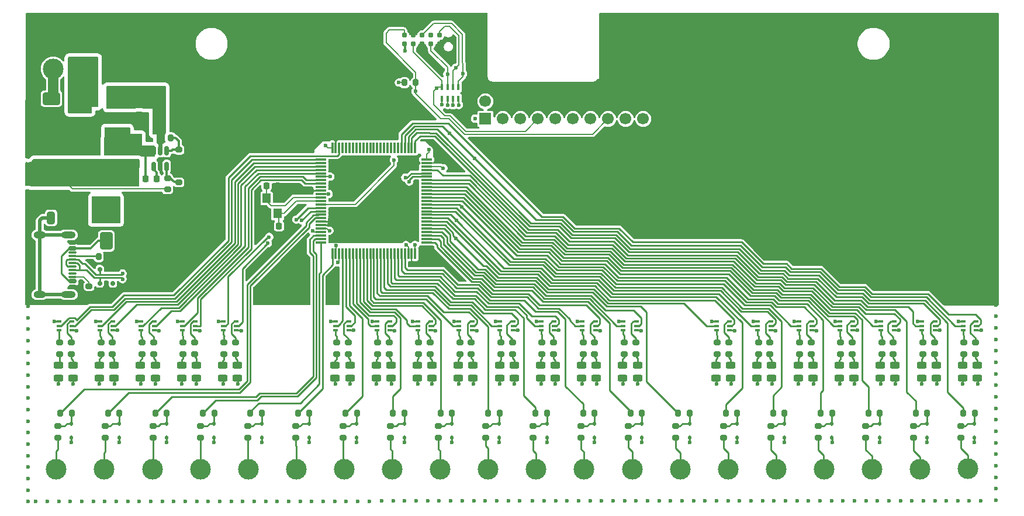
<source format=gbr>
%TF.GenerationSoftware,KiCad,Pcbnew,9.0.2*%
%TF.CreationDate,2025-07-14T16:57:59+03:00*%
%TF.ProjectId,vehicle_io_validator,76656869-636c-4655-9f69-6f5f76616c69,rev?*%
%TF.SameCoordinates,Original*%
%TF.FileFunction,Copper,L1,Top*%
%TF.FilePolarity,Positive*%
%FSLAX46Y46*%
G04 Gerber Fmt 4.6, Leading zero omitted, Abs format (unit mm)*
G04 Created by KiCad (PCBNEW 9.0.2) date 2025-07-14 16:57:59*
%MOMM*%
%LPD*%
G01*
G04 APERTURE LIST*
G04 Aperture macros list*
%AMRoundRect*
0 Rectangle with rounded corners*
0 $1 Rounding radius*
0 $2 $3 $4 $5 $6 $7 $8 $9 X,Y pos of 4 corners*
0 Add a 4 corners polygon primitive as box body*
4,1,4,$2,$3,$4,$5,$6,$7,$8,$9,$2,$3,0*
0 Add four circle primitives for the rounded corners*
1,1,$1+$1,$2,$3*
1,1,$1+$1,$4,$5*
1,1,$1+$1,$6,$7*
1,1,$1+$1,$8,$9*
0 Add four rect primitives between the rounded corners*
20,1,$1+$1,$2,$3,$4,$5,0*
20,1,$1+$1,$4,$5,$6,$7,0*
20,1,$1+$1,$6,$7,$8,$9,0*
20,1,$1+$1,$8,$9,$2,$3,0*%
G04 Aperture macros list end*
%TA.AperFunction,SMDPad,CuDef*%
%ADD10RoundRect,0.200000X0.275000X-0.200000X0.275000X0.200000X-0.275000X0.200000X-0.275000X-0.200000X0*%
%TD*%
%TA.AperFunction,SMDPad,CuDef*%
%ADD11RoundRect,0.112500X-0.112500X0.187500X-0.112500X-0.187500X0.112500X-0.187500X0.112500X0.187500X0*%
%TD*%
%TA.AperFunction,SMDPad,CuDef*%
%ADD12RoundRect,0.243750X-0.456250X0.243750X-0.456250X-0.243750X0.456250X-0.243750X0.456250X0.243750X0*%
%TD*%
%TA.AperFunction,SMDPad,CuDef*%
%ADD13RoundRect,0.250000X0.550000X-1.250000X0.550000X1.250000X-0.550000X1.250000X-0.550000X-1.250000X0*%
%TD*%
%TA.AperFunction,SMDPad,CuDef*%
%ADD14RoundRect,0.200000X-0.275000X0.200000X-0.275000X-0.200000X0.275000X-0.200000X0.275000X0.200000X0*%
%TD*%
%TA.AperFunction,SMDPad,CuDef*%
%ADD15RoundRect,0.100000X-0.225000X-0.100000X0.225000X-0.100000X0.225000X0.100000X-0.225000X0.100000X0*%
%TD*%
%TA.AperFunction,SMDPad,CuDef*%
%ADD16RoundRect,0.200000X-0.200000X-0.275000X0.200000X-0.275000X0.200000X0.275000X-0.200000X0.275000X0*%
%TD*%
%TA.AperFunction,ComponentPad*%
%ADD17C,3.000000*%
%TD*%
%TA.AperFunction,SMDPad,CuDef*%
%ADD18RoundRect,0.075000X-0.725000X-0.075000X0.725000X-0.075000X0.725000X0.075000X-0.725000X0.075000X0*%
%TD*%
%TA.AperFunction,SMDPad,CuDef*%
%ADD19RoundRect,0.075000X-0.075000X-0.725000X0.075000X-0.725000X0.075000X0.725000X-0.075000X0.725000X0*%
%TD*%
%TA.AperFunction,SMDPad,CuDef*%
%ADD20C,1.500000*%
%TD*%
%TA.AperFunction,SMDPad,CuDef*%
%ADD21RoundRect,0.250000X1.000000X0.650000X-1.000000X0.650000X-1.000000X-0.650000X1.000000X-0.650000X0*%
%TD*%
%TA.AperFunction,SMDPad,CuDef*%
%ADD22RoundRect,0.225000X0.250000X-0.225000X0.250000X0.225000X-0.250000X0.225000X-0.250000X-0.225000X0*%
%TD*%
%TA.AperFunction,SMDPad,CuDef*%
%ADD23R,4.000000X1.500000*%
%TD*%
%TA.AperFunction,SMDPad,CuDef*%
%ADD24RoundRect,0.250000X1.100000X-0.325000X1.100000X0.325000X-1.100000X0.325000X-1.100000X-0.325000X0*%
%TD*%
%TA.AperFunction,SMDPad,CuDef*%
%ADD25RoundRect,0.250000X0.650000X-1.000000X0.650000X1.000000X-0.650000X1.000000X-0.650000X-1.000000X0*%
%TD*%
%TA.AperFunction,SMDPad,CuDef*%
%ADD26RoundRect,0.250000X-0.650000X1.000000X-0.650000X-1.000000X0.650000X-1.000000X0.650000X1.000000X0*%
%TD*%
%TA.AperFunction,SMDPad,CuDef*%
%ADD27R,0.400000X0.900000*%
%TD*%
%TA.AperFunction,SMDPad,CuDef*%
%ADD28R,1.200000X1.400000*%
%TD*%
%TA.AperFunction,SMDPad,CuDef*%
%ADD29RoundRect,0.150000X-0.425000X0.150000X-0.425000X-0.150000X0.425000X-0.150000X0.425000X0.150000X0*%
%TD*%
%TA.AperFunction,SMDPad,CuDef*%
%ADD30RoundRect,0.075000X-0.500000X0.075000X-0.500000X-0.075000X0.500000X-0.075000X0.500000X0.075000X0*%
%TD*%
%TA.AperFunction,HeatsinkPad*%
%ADD31O,2.100000X1.000000*%
%TD*%
%TA.AperFunction,HeatsinkPad*%
%ADD32O,1.800000X1.000000*%
%TD*%
%TA.AperFunction,SMDPad,CuDef*%
%ADD33RoundRect,0.225000X0.225000X0.250000X-0.225000X0.250000X-0.225000X-0.250000X0.225000X-0.250000X0*%
%TD*%
%TA.AperFunction,SMDPad,CuDef*%
%ADD34RoundRect,0.150000X0.150000X-0.512500X0.150000X0.512500X-0.150000X0.512500X-0.150000X-0.512500X0*%
%TD*%
%TA.AperFunction,ComponentPad*%
%ADD35R,1.700000X1.700000*%
%TD*%
%TA.AperFunction,ComponentPad*%
%ADD36C,1.700000*%
%TD*%
%TA.AperFunction,SMDPad,CuDef*%
%ADD37RoundRect,0.150000X0.150000X-0.850000X0.150000X0.850000X-0.150000X0.850000X-0.150000X-0.850000X0*%
%TD*%
%TA.AperFunction,ConnectorPad*%
%ADD38C,0.787400*%
%TD*%
%TA.AperFunction,SMDPad,CuDef*%
%ADD39RoundRect,0.250000X-0.325000X-0.650000X0.325000X-0.650000X0.325000X0.650000X-0.325000X0.650000X0*%
%TD*%
%TA.AperFunction,SMDPad,CuDef*%
%ADD40RoundRect,0.250000X0.325000X1.100000X-0.325000X1.100000X-0.325000X-1.100000X0.325000X-1.100000X0*%
%TD*%
%TA.AperFunction,SMDPad,CuDef*%
%ADD41RoundRect,0.200000X0.200000X0.275000X-0.200000X0.275000X-0.200000X-0.275000X0.200000X-0.275000X0*%
%TD*%
%TA.AperFunction,SMDPad,CuDef*%
%ADD42RoundRect,0.175000X-0.325000X0.175000X-0.325000X-0.175000X0.325000X-0.175000X0.325000X0.175000X0*%
%TD*%
%TA.AperFunction,SMDPad,CuDef*%
%ADD43RoundRect,0.150000X-0.150000X0.200000X-0.150000X-0.200000X0.150000X-0.200000X0.150000X0.200000X0*%
%TD*%
%TA.AperFunction,SMDPad,CuDef*%
%ADD44RoundRect,0.250000X-0.950000X-0.500000X0.950000X-0.500000X0.950000X0.500000X-0.950000X0.500000X0*%
%TD*%
%TA.AperFunction,SMDPad,CuDef*%
%ADD45RoundRect,0.250000X-0.275000X-0.500000X0.275000X-0.500000X0.275000X0.500000X-0.275000X0.500000X0*%
%TD*%
%TA.AperFunction,ViaPad*%
%ADD46C,0.600000*%
%TD*%
%TA.AperFunction,Conductor*%
%ADD47C,0.250000*%
%TD*%
%TA.AperFunction,Conductor*%
%ADD48C,0.300000*%
%TD*%
%TA.AperFunction,Conductor*%
%ADD49C,0.200000*%
%TD*%
%TA.AperFunction,Conductor*%
%ADD50C,0.500000*%
%TD*%
%TA.AperFunction,Conductor*%
%ADD51C,0.600000*%
%TD*%
%TA.AperFunction,Conductor*%
%ADD52C,1.500000*%
%TD*%
%TA.AperFunction,Conductor*%
%ADD53C,1.000000*%
%TD*%
G04 APERTURE END LIST*
D10*
%TO.P,R83,1*%
%TO.N,Net-(D61-K)*%
X195000001Y-92355000D03*
%TO.P,R83,2*%
%TO.N,Net-(R83-Pad2)*%
X195000001Y-90705000D03*
%TD*%
%TO.P,R77,1*%
%TO.N,Net-(D55-K)*%
X177145264Y-92355000D03*
%TO.P,R77,2*%
%TO.N,Net-(R77-Pad2)*%
X177145264Y-90705000D03*
%TD*%
D11*
%TO.P,D2,1,K*%
%TO.N,Net-(D2-K)*%
X64057381Y-102410000D03*
%TO.P,D2,2,A*%
%TO.N,GND*%
X64057381Y-104510000D03*
%TD*%
D12*
%TO.P,D36,1,K*%
%TO.N,Net-(D36-K)*%
X114147106Y-93942500D03*
%TO.P,D36,2,A*%
%TO.N,+3V3*%
X114147106Y-95817500D03*
%TD*%
D13*
%TO.P,C17,1*%
%TO.N,/power_supply/+VIN_PROTECTED*%
X76807500Y-55060000D03*
%TO.P,C17,2*%
%TO.N,GND*%
X76807500Y-50660000D03*
%TD*%
D14*
%TO.P,R27,1*%
%TO.N,Net-(D12-K)*%
X130931128Y-102810000D03*
%TO.P,R27,2*%
%TO.N,/inputs/input_protection11/IN*%
X130931128Y-104460000D03*
%TD*%
D10*
%TO.P,R64,1*%
%TO.N,Net-(D40-K)*%
X126250264Y-92355000D03*
%TO.P,R64,2*%
%TO.N,Net-(R64-Pad2)*%
X126250264Y-90705000D03*
%TD*%
D11*
%TO.P,D14,1,K*%
%TO.N,Net-(D14-K)*%
X146675877Y-102410000D03*
%TO.P,D14,2,A*%
%TO.N,GND*%
X146675877Y-104510000D03*
%TD*%
D14*
%TO.P,R39,1*%
%TO.N,Net-(D18-K)*%
X172240376Y-102809999D03*
%TO.P,R39,2*%
%TO.N,/inputs/input_protection17/IN*%
X172240376Y-104459999D03*
%TD*%
D15*
%TO.P,U8,1*%
%TO.N,GND*%
X108270527Y-87630000D03*
%TO.P,U8,2*%
%TO.N,/leds/LED_RED7*%
X108270527Y-88280000D03*
%TO.P,U8,3*%
%TO.N,Net-(R58-Pad2)*%
X108270527Y-88930000D03*
%TO.P,U8,4*%
%TO.N,GND*%
X110170527Y-88930000D03*
%TO.P,U8,5*%
%TO.N,/leds/LED_BLUE7*%
X110170527Y-88280000D03*
%TO.P,U8,6*%
%TO.N,Net-(R57-Pad2)*%
X110170527Y-87630000D03*
%TD*%
D10*
%TO.P,R62,1*%
%TO.N,Net-(D38-K)*%
X120298685Y-92355000D03*
%TO.P,R62,2*%
%TO.N,Net-(R62-Pad2)*%
X120298685Y-90705000D03*
%TD*%
D15*
%TO.P,U13,1*%
%TO.N,GND*%
X138028422Y-87630000D03*
%TO.P,U13,2*%
%TO.N,/leds/LED_RED12*%
X138028422Y-88280000D03*
%TO.P,U13,3*%
%TO.N,Net-(R68-Pad2)*%
X138028422Y-88930000D03*
%TO.P,U13,4*%
%TO.N,GND*%
X139928422Y-88930000D03*
%TO.P,U13,5*%
%TO.N,/leds/LED_BLUE12*%
X139928422Y-88280000D03*
%TO.P,U13,6*%
%TO.N,Net-(R67-Pad2)*%
X139928422Y-87630000D03*
%TD*%
D16*
%TO.P,R14,1*%
%TO.N,/inputs/IN4*%
X83087006Y-100935000D03*
%TO.P,R14,2*%
%TO.N,Net-(D5-K)*%
X84737006Y-100935000D03*
%TD*%
D14*
%TO.P,R29,1*%
%TO.N,Net-(D13-K)*%
X137816003Y-102809999D03*
%TO.P,R29,2*%
%TO.N,/inputs/input_protection12/IN*%
X137816003Y-104459999D03*
%TD*%
D17*
%TO.P,J19,1,Pin_1*%
%TO.N,/inputs/input_protection2/IN*%
X68799557Y-109040000D03*
%TD*%
D10*
%TO.P,R49,1*%
%TO.N,Net-(D25-K)*%
X75926843Y-92355000D03*
%TO.P,R49,2*%
%TO.N,Net-(R49-Pad2)*%
X75926843Y-90705000D03*
%TD*%
D14*
%TO.P,R31,1*%
%TO.N,Net-(D14-K)*%
X144700877Y-102809999D03*
%TO.P,R31,2*%
%TO.N,/inputs/input_protection13/IN*%
X144700877Y-104459999D03*
%TD*%
D12*
%TO.P,D40,1,K*%
%TO.N,Net-(D40-K)*%
X126050264Y-93942500D03*
%TO.P,D40,2,A*%
%TO.N,+3V3*%
X126050264Y-95817500D03*
%TD*%
%TO.P,D38,1,K*%
%TO.N,Net-(D38-K)*%
X120098685Y-93942500D03*
%TO.P,D38,2,A*%
%TO.N,+3V3*%
X120098685Y-95817500D03*
%TD*%
%TO.P,D23,1,K*%
%TO.N,Net-(D23-K)*%
X70225263Y-93942500D03*
%TO.P,D23,2,A*%
%TO.N,+3V3*%
X70225263Y-95817500D03*
%TD*%
D14*
%TO.P,R37,1*%
%TO.N,Net-(D17-K)*%
X165355501Y-102809999D03*
%TO.P,R37,2*%
%TO.N,/inputs/input_protection16/IN*%
X165355501Y-104459999D03*
%TD*%
D18*
%TO.P,U1,1,PE2*%
%TO.N,/leds/LED_BLUE1*%
X100160000Y-64170000D03*
%TO.P,U1,2,PE3*%
%TO.N,/leds/LED_RED2*%
X100160000Y-64670000D03*
%TO.P,U1,3,PE4*%
%TO.N,/leds/LED_BLUE2*%
X100160000Y-65170000D03*
%TO.P,U1,4,PE5*%
%TO.N,/leds/LED_RED3*%
X100160000Y-65670000D03*
%TO.P,U1,5,PE6*%
%TO.N,/leds/LED_BLUE3*%
X100160000Y-66170000D03*
%TO.P,U1,6,VBAT*%
%TO.N,+3V3*%
X100160000Y-66670000D03*
%TO.P,U1,7,PC13*%
%TO.N,/leds/LED_RED4*%
X100160000Y-67170000D03*
%TO.P,U1,8,PC14*%
%TO.N,/leds/LED_BLUE4*%
X100160000Y-67670000D03*
%TO.P,U1,9,PC15*%
%TO.N,unconnected-(U1-PC15-Pad9)*%
X100160000Y-68170000D03*
%TO.P,U1,10,VSS*%
%TO.N,GND*%
X100160000Y-68670000D03*
%TO.P,U1,11,VDD*%
%TO.N,+3V3*%
X100160000Y-69170000D03*
%TO.P,U1,12,PH0*%
%TO.N,/mcu/XIN*%
X100160000Y-69670000D03*
%TO.P,U1,13,PH1*%
%TO.N,/mcu/XOUT*%
X100160000Y-70170000D03*
%TO.P,U1,14,NRST*%
%TO.N,/mcu/RESET*%
X100160000Y-70670000D03*
%TO.P,U1,15,PC0*%
%TO.N,/leds/LED_RED5*%
X100160000Y-71170000D03*
%TO.P,U1,16,PC1*%
%TO.N,/leds/LED_BLUE5*%
X100160000Y-71670000D03*
%TO.P,U1,17,PC2*%
%TO.N,/inputs/IN1*%
X100160000Y-72170000D03*
%TO.P,U1,18,PC3*%
%TO.N,/inputs/IN2*%
X100160000Y-72670000D03*
%TO.P,U1,19,VSSA*%
%TO.N,GND*%
X100160000Y-73170000D03*
%TO.P,U1,20,VREF-*%
X100160000Y-73670000D03*
%TO.P,U1,21,VREF+*%
%TO.N,+3V3*%
X100160000Y-74170000D03*
%TO.P,U1,22,VDDA*%
X100160000Y-74670000D03*
%TO.P,U1,23,PA0*%
%TO.N,/inputs/IN3*%
X100160000Y-75170000D03*
%TO.P,U1,24,PA1*%
%TO.N,/inputs/IN4*%
X100160000Y-75670000D03*
%TO.P,U1,25,PA2*%
%TO.N,/inputs/IN5*%
X100160000Y-76170000D03*
D19*
%TO.P,U1,26,PA3*%
%TO.N,/inputs/IN6*%
X101835000Y-77845000D03*
%TO.P,U1,27,VSS*%
%TO.N,GND*%
X102335000Y-77845000D03*
%TO.P,U1,28,VDD*%
%TO.N,+3V3*%
X102835000Y-77845000D03*
%TO.P,U1,29,PA4*%
%TO.N,/leds/LED_RED6*%
X103335000Y-77845000D03*
%TO.P,U1,30,PA5*%
%TO.N,/leds/LED_BLUE6*%
X103835000Y-77845000D03*
%TO.P,U1,31,PA6*%
%TO.N,/inputs/IN7*%
X104335000Y-77845000D03*
%TO.P,U1,32,PA7*%
%TO.N,/leds/LED_RED7*%
X104835000Y-77845000D03*
%TO.P,U1,33,PC4*%
%TO.N,/leds/LED_BLUE7*%
X105335000Y-77845000D03*
%TO.P,U1,34,PC5*%
%TO.N,/inputs/IN8*%
X105835000Y-77845000D03*
%TO.P,U1,35,PB0*%
%TO.N,/leds/LED_RED8*%
X106335000Y-77845000D03*
%TO.P,U1,36,PB1*%
%TO.N,/leds/LED_BLUE8*%
X106835000Y-77845000D03*
%TO.P,U1,37,PB2*%
%TO.N,/inputs/IN9*%
X107335000Y-77845000D03*
%TO.P,U1,38,PE7*%
%TO.N,/leds/LED_RED9*%
X107835000Y-77845000D03*
%TO.P,U1,39,PE8*%
%TO.N,/leds/LED_BLUE9*%
X108335000Y-77845000D03*
%TO.P,U1,40,PE9*%
%TO.N,/inputs/IN10*%
X108835000Y-77845000D03*
%TO.P,U1,41,PE10*%
%TO.N,/leds/LED_RED10*%
X109335000Y-77845000D03*
%TO.P,U1,42,PE11*%
%TO.N,/leds/LED_BLUE10*%
X109835000Y-77845000D03*
%TO.P,U1,43,PE12*%
%TO.N,/inputs/IN11*%
X110335000Y-77845000D03*
%TO.P,U1,44,PE13*%
%TO.N,/leds/LED_RED11*%
X110835000Y-77845000D03*
%TO.P,U1,45,PE14*%
%TO.N,/leds/LED_BLUE11*%
X111335000Y-77845000D03*
%TO.P,U1,46,PE15*%
%TO.N,/inputs/IN12*%
X111835000Y-77845000D03*
%TO.P,U1,47,PB10*%
%TO.N,/leds/LED_RED12*%
X112335000Y-77845000D03*
%TO.P,U1,48,VCAP*%
%TO.N,/mcu/VCAP*%
X112835000Y-77845000D03*
%TO.P,U1,49,VSS*%
%TO.N,GND*%
X113335000Y-77845000D03*
%TO.P,U1,50,VDD*%
%TO.N,+3V3*%
X113835000Y-77845000D03*
D18*
%TO.P,U1,51,PB12*%
%TO.N,/leds/LED_BLUE12*%
X115510000Y-76170000D03*
%TO.P,U1,52,PB13*%
%TO.N,/inputs/IN13*%
X115510000Y-75670000D03*
%TO.P,U1,53,PB14*%
%TO.N,/leds/LED_RED13*%
X115510000Y-75170000D03*
%TO.P,U1,54,PB15*%
%TO.N,/leds/LED_BLUE13*%
X115510000Y-74670000D03*
%TO.P,U1,55,PD8*%
%TO.N,/inputs/IN14*%
X115510000Y-74170000D03*
%TO.P,U1,56,PD9*%
%TO.N,/leds/LED_RED14*%
X115510000Y-73670000D03*
%TO.P,U1,57,PD10*%
%TO.N,/leds/LED_BLUE14*%
X115510000Y-73170000D03*
%TO.P,U1,58,PD11*%
%TO.N,/inputs/IN15*%
X115510000Y-72670000D03*
%TO.P,U1,59,PD12*%
%TO.N,/leds/LED_RED15*%
X115510000Y-72170000D03*
%TO.P,U1,60,PD13*%
%TO.N,/leds/LED_BLUE15*%
X115510000Y-71670000D03*
%TO.P,U1,61,PD14*%
%TO.N,/inputs/IN16*%
X115510000Y-71170000D03*
%TO.P,U1,62,PD15*%
%TO.N,/leds/LED_RED16*%
X115510000Y-70670000D03*
%TO.P,U1,63,PC6*%
%TO.N,/leds/LED_BLUE16*%
X115510000Y-70170000D03*
%TO.P,U1,64,PC7*%
%TO.N,/inputs/IN17*%
X115510000Y-69670000D03*
%TO.P,U1,65,PC8*%
%TO.N,/leds/LED_RED17*%
X115510000Y-69170000D03*
%TO.P,U1,66,PC9*%
%TO.N,/leds/LED_BLUE17*%
X115510000Y-68670000D03*
%TO.P,U1,67,PA8*%
%TO.N,/inputs/IN18*%
X115510000Y-68170000D03*
%TO.P,U1,68,PA9*%
%TO.N,/leds/LED_RED18*%
X115510000Y-67670000D03*
%TO.P,U1,69,PA10*%
%TO.N,/leds/LED_BLUE18*%
X115510000Y-67170000D03*
%TO.P,U1,70,PA11*%
%TO.N,/USB_P*%
X115510000Y-66670000D03*
%TO.P,U1,71,PA12*%
%TO.N,/USB_N*%
X115510000Y-66170000D03*
%TO.P,U1,72,PA13*%
%TO.N,/inputs/IN19*%
X115510000Y-65670000D03*
%TO.P,U1,73,VDDUSB*%
%TO.N,+3V3*%
X115510000Y-65170000D03*
%TO.P,U1,74,VSS*%
%TO.N,GND*%
X115510000Y-64670000D03*
%TO.P,U1,75,VDD*%
%TO.N,+3V3*%
X115510000Y-64170000D03*
D19*
%TO.P,U1,76,PA14*%
%TO.N,/leds/LED_RED19*%
X113835000Y-62495000D03*
%TO.P,U1,77,PA15*%
%TO.N,/leds/LED_BLUE19*%
X113335000Y-62495000D03*
%TO.P,U1,78,PC10*%
%TO.N,/inputs/IN20*%
X112835000Y-62495000D03*
%TO.P,U1,79,PC11*%
%TO.N,/leds/LED_RED20*%
X112335000Y-62495000D03*
%TO.P,U1,80,PC12*%
%TO.N,/leds/LED_BLUE20*%
X111835000Y-62495000D03*
%TO.P,U1,81,PD0*%
%TO.N,unconnected-(U1-PD0-Pad81)*%
X111335000Y-62495000D03*
%TO.P,U1,82,PD1*%
%TO.N,unconnected-(U1-PD1-Pad82)*%
X110835000Y-62495000D03*
%TO.P,U1,83,PD2*%
%TO.N,unconnected-(U1-PD2-Pad83)*%
X110335000Y-62495000D03*
%TO.P,U1,84,PD3*%
%TO.N,unconnected-(U1-PD3-Pad84)*%
X109835000Y-62495000D03*
%TO.P,U1,85,PD4*%
%TO.N,unconnected-(U1-PD4-Pad85)*%
X109335000Y-62495000D03*
%TO.P,U1,86,PD5*%
%TO.N,unconnected-(U1-PD5-Pad86)*%
X108835000Y-62495000D03*
%TO.P,U1,87,PD6*%
%TO.N,unconnected-(U1-PD6-Pad87)*%
X108335000Y-62495000D03*
%TO.P,U1,88,PD7*%
%TO.N,unconnected-(U1-PD7-Pad88)*%
X107835000Y-62495000D03*
%TO.P,U1,89,PB3*%
%TO.N,unconnected-(U1-PB3-Pad89)*%
X107335000Y-62495000D03*
%TO.P,U1,90,PB4*%
%TO.N,unconnected-(U1-PB4-Pad90)*%
X106835000Y-62495000D03*
%TO.P,U1,91,PB5*%
%TO.N,unconnected-(U1-PB5-Pad91)*%
X106335000Y-62495000D03*
%TO.P,U1,92,PB6*%
%TO.N,unconnected-(U1-PB6-Pad92)*%
X105835000Y-62495000D03*
%TO.P,U1,93,PB7*%
%TO.N,unconnected-(U1-PB7-Pad93)*%
X105335000Y-62495000D03*
%TO.P,U1,94,PH3*%
%TO.N,unconnected-(U1-PH3-Pad94)*%
X104835000Y-62495000D03*
%TO.P,U1,95,PB8*%
%TO.N,unconnected-(U1-PB8-Pad95)*%
X104335000Y-62495000D03*
%TO.P,U1,96,PB9*%
%TO.N,unconnected-(U1-PB9-Pad96)*%
X103835000Y-62495000D03*
%TO.P,U1,97,PE0*%
%TO.N,unconnected-(U1-PE0-Pad97)*%
X103335000Y-62495000D03*
%TO.P,U1,98,PE1*%
%TO.N,/leds/LED_RED1*%
X102835000Y-62495000D03*
%TO.P,U1,99,VSS*%
%TO.N,GND*%
X102335000Y-62495000D03*
%TO.P,U1,100,VDD*%
%TO.N,+3V3*%
X101835000Y-62495000D03*
%TD*%
D16*
%TO.P,R26,1*%
%TO.N,/inputs/IN10*%
X124396254Y-100935000D03*
%TO.P,R26,2*%
%TO.N,Net-(D11-K)*%
X126046254Y-100935000D03*
%TD*%
D12*
%TO.P,D62,1,K*%
%TO.N,Net-(D62-K)*%
X193125001Y-93942500D03*
%TO.P,D62,2,A*%
%TO.N,+3V3*%
X193125001Y-95817500D03*
%TD*%
D10*
%TO.P,R74,1*%
%TO.N,Net-(D52-K)*%
X163567106Y-92355000D03*
%TO.P,R74,2*%
%TO.N,Net-(R74-Pad2)*%
X163567106Y-90705000D03*
%TD*%
D15*
%TO.P,U5,1*%
%TO.N,GND*%
X80078422Y-87630000D03*
%TO.P,U5,2*%
%TO.N,/leds/LED_RED4*%
X80078422Y-88280000D03*
%TO.P,U5,3*%
%TO.N,Net-(R52-Pad2)*%
X80078422Y-88930000D03*
%TO.P,U5,4*%
%TO.N,GND*%
X81978422Y-88930000D03*
%TO.P,U5,5*%
%TO.N,/leds/LED_BLUE4*%
X81978422Y-88280000D03*
%TO.P,U5,6*%
%TO.N,Net-(R51-Pad2)*%
X81978422Y-87630000D03*
%TD*%
%TO.P,U4,1*%
%TO.N,GND*%
X74126843Y-87630000D03*
%TO.P,U4,2*%
%TO.N,/leds/LED_RED3*%
X74126843Y-88280000D03*
%TO.P,U4,3*%
%TO.N,Net-(R50-Pad2)*%
X74126843Y-88930000D03*
%TO.P,U4,4*%
%TO.N,GND*%
X76026843Y-88930000D03*
%TO.P,U4,5*%
%TO.N,/leds/LED_BLUE3*%
X76026843Y-88280000D03*
%TO.P,U4,6*%
%TO.N,Net-(R49-Pad2)*%
X76026843Y-87630000D03*
%TD*%
D12*
%TO.P,D41,1,K*%
%TO.N,Net-(D41-K)*%
X134126842Y-93942500D03*
%TO.P,D41,2,A*%
%TO.N,+3V3*%
X134126842Y-95817500D03*
%TD*%
D17*
%TO.P,J1,1,Pin_1*%
%TO.N,/inputs/input_protection11/IN*%
X131359778Y-109040000D03*
%TD*%
D11*
%TO.P,D9,1,K*%
%TO.N,Net-(D9-K)*%
X112251504Y-102410000D03*
%TO.P,D9,2,A*%
%TO.N,GND*%
X112251504Y-104510000D03*
%TD*%
D20*
%TO.P,TP1,1,1*%
%TO.N,+3V3*%
X59360000Y-66710000D03*
%TD*%
D11*
%TO.P,D3,1,K*%
%TO.N,Net-(D3-K)*%
X70942256Y-102410000D03*
%TO.P,D3,2,A*%
%TO.N,GND*%
X70942256Y-104510000D03*
%TD*%
D10*
%TO.P,R68,1*%
%TO.N,Net-(D44-K)*%
X138153422Y-92355000D03*
%TO.P,R68,2*%
%TO.N,Net-(R68-Pad2)*%
X138153422Y-90705000D03*
%TD*%
%TO.P,R80,1*%
%TO.N,Net-(D58-K)*%
X181421843Y-92355000D03*
%TO.P,R80,2*%
%TO.N,Net-(R80-Pad2)*%
X181421843Y-90705000D03*
%TD*%
%TO.P,R45,1*%
%TO.N,Net-(D21-K)*%
X64023685Y-92355000D03*
%TO.P,R45,2*%
%TO.N,Net-(R45-Pad2)*%
X64023685Y-90705000D03*
%TD*%
D11*
%TO.P,D18,1,K*%
%TO.N,Net-(D18-K)*%
X174215376Y-102410000D03*
%TO.P,D18,2,A*%
%TO.N,GND*%
X174215376Y-104510000D03*
%TD*%
D15*
%TO.P,U7,1*%
%TO.N,GND*%
X102318948Y-87630000D03*
%TO.P,U7,2*%
%TO.N,/leds/LED_RED6*%
X102318948Y-88280000D03*
%TO.P,U7,3*%
%TO.N,Net-(R56-Pad2)*%
X102318948Y-88930000D03*
%TO.P,U7,4*%
%TO.N,GND*%
X104218948Y-88930000D03*
%TO.P,U7,5*%
%TO.N,/leds/LED_BLUE6*%
X104218948Y-88280000D03*
%TO.P,U7,6*%
%TO.N,Net-(R55-Pad2)*%
X104218948Y-87630000D03*
%TD*%
D12*
%TO.P,D25,1,K*%
%TO.N,Net-(D25-K)*%
X76176842Y-93942500D03*
%TO.P,D25,2,A*%
%TO.N,+3V3*%
X76176842Y-95817500D03*
%TD*%
D14*
%TO.P,R1,1*%
%TO.N,Net-(D1-K)*%
X192895000Y-102809999D03*
%TO.P,R1,2*%
%TO.N,/inputs/input_protection20/IN*%
X192895000Y-104459999D03*
%TD*%
D10*
%TO.P,R61,1*%
%TO.N,Net-(D37-K)*%
X121973685Y-92355000D03*
%TO.P,R61,2*%
%TO.N,Net-(R61-Pad2)*%
X121973685Y-90705000D03*
%TD*%
D16*
%TO.P,R86,1*%
%TO.N,Net-(J22-CC1)*%
X67995000Y-78260000D03*
%TO.P,R86,2*%
%TO.N,GND*%
X69645000Y-78260000D03*
%TD*%
D21*
%TO.P,D63,1,K*%
%TO.N,+VIN*%
X65147500Y-55350000D03*
%TO.P,D63,2,A*%
%TO.N,Net-(D63-A)*%
X61147500Y-55350000D03*
%TD*%
D16*
%TO.P,R16,1*%
%TO.N,/inputs/IN5*%
X89971881Y-100935000D03*
%TO.P,R16,2*%
%TO.N,Net-(D6-K)*%
X91621881Y-100935000D03*
%TD*%
D17*
%TO.P,J15,1,Pin_1*%
%TO.N,/inputs/input_protection6/IN*%
X96604100Y-109040000D03*
%TD*%
D11*
%TO.P,D16,1,K*%
%TO.N,Net-(D16-K)*%
X160445627Y-102410000D03*
%TO.P,D16,2,A*%
%TO.N,GND*%
X160445627Y-104510000D03*
%TD*%
D14*
%TO.P,R35,1*%
%TO.N,Net-(D16-K)*%
X158470627Y-102809999D03*
%TO.P,R35,2*%
%TO.N,/inputs/input_protection15/IN*%
X158470627Y-104459999D03*
%TD*%
D17*
%TO.P,J9,1,Pin_1*%
%TO.N,/inputs/input_protection19/IN*%
X186968864Y-109040000D03*
%TD*%
D22*
%TO.P,C22,1*%
%TO.N,+3V3*%
X60782500Y-64685000D03*
%TO.P,C22,2*%
%TO.N,GND*%
X60782500Y-63135000D03*
%TD*%
D12*
%TO.P,D61,1,K*%
%TO.N,Net-(D61-K)*%
X195250000Y-93942500D03*
%TO.P,D61,2,A*%
%TO.N,+3V3*%
X195250000Y-95817500D03*
%TD*%
D17*
%TO.P,J21,1,Pin_1*%
%TO.N,Net-(D63-A)*%
X61400000Y-51040000D03*
%TD*%
D10*
%TO.P,R79,1*%
%TO.N,Net-(D57-K)*%
X183096843Y-92355000D03*
%TO.P,R79,2*%
%TO.N,Net-(R79-Pad2)*%
X183096843Y-90705000D03*
%TD*%
%TO.P,R63,1*%
%TO.N,Net-(D39-K)*%
X127925264Y-92355000D03*
%TO.P,R63,2*%
%TO.N,Net-(R63-Pad2)*%
X127925264Y-90705000D03*
%TD*%
D12*
%TO.P,D21,1,K*%
%TO.N,Net-(D21-K)*%
X64273685Y-93942500D03*
%TO.P,D21,2,A*%
%TO.N,+3V3*%
X64273685Y-95817500D03*
%TD*%
D11*
%TO.P,D12,1,K*%
%TO.N,Net-(D12-K)*%
X132906128Y-102410000D03*
%TO.P,D12,2,A*%
%TO.N,GND*%
X132906128Y-104510000D03*
%TD*%
D23*
%TO.P,L2,1*%
%TO.N,/power_supply/SW*%
X71082500Y-62635000D03*
%TO.P,L2,2*%
%TO.N,+3V3*%
X71082500Y-66235000D03*
%TD*%
D24*
%TO.P,C20,1*%
%TO.N,+3V3*%
X66582500Y-65460000D03*
%TO.P,C20,2*%
%TO.N,GND*%
X66582500Y-62510000D03*
%TD*%
D15*
%TO.P,U15,1*%
%TO.N,GND*%
X157490527Y-87630000D03*
%TO.P,U15,2*%
%TO.N,/leds/LED_RED14*%
X157490527Y-88280000D03*
%TO.P,U15,3*%
%TO.N,Net-(R72-Pad2)*%
X157490527Y-88930000D03*
%TO.P,U15,4*%
%TO.N,GND*%
X159390527Y-88930000D03*
%TO.P,U15,5*%
%TO.N,/leds/LED_BLUE14*%
X159390527Y-88280000D03*
%TO.P,U15,6*%
%TO.N,Net-(R71-Pad2)*%
X159390527Y-87630000D03*
%TD*%
D10*
%TO.P,R71,1*%
%TO.N,Net-(D47-K)*%
X159290527Y-92355000D03*
%TO.P,R71,2*%
%TO.N,Net-(R71-Pad2)*%
X159290527Y-90705000D03*
%TD*%
%TO.P,R56,1*%
%TO.N,Net-(D32-K)*%
X102443948Y-92355000D03*
%TO.P,R56,2*%
%TO.N,Net-(R56-Pad2)*%
X102443948Y-90705000D03*
%TD*%
%TO.P,R76,1*%
%TO.N,Net-(D54-K)*%
X169518685Y-92355000D03*
%TO.P,R76,2*%
%TO.N,Net-(R76-Pad2)*%
X169518685Y-90705000D03*
%TD*%
D12*
%TO.P,D46,1,K*%
%TO.N,Net-(D46-K)*%
X143905001Y-93942500D03*
%TO.P,D46,2,A*%
%TO.N,+3V3*%
X143905001Y-95817500D03*
%TD*%
%TO.P,D58,1,K*%
%TO.N,Net-(D58-K)*%
X181221843Y-93942500D03*
%TO.P,D58,2,A*%
%TO.N,+3V3*%
X181221843Y-95817500D03*
%TD*%
%TO.P,D44,1,K*%
%TO.N,Net-(D44-K)*%
X137953422Y-93942500D03*
%TO.P,D44,2,A*%
%TO.N,+3V3*%
X137953422Y-95817500D03*
%TD*%
D15*
%TO.P,U3,1*%
%TO.N,GND*%
X68175264Y-87630000D03*
%TO.P,U3,2*%
%TO.N,/leds/LED_RED2*%
X68175264Y-88280000D03*
%TO.P,U3,3*%
%TO.N,Net-(R48-Pad2)*%
X68175264Y-88930000D03*
%TO.P,U3,4*%
%TO.N,GND*%
X70075264Y-88930000D03*
%TO.P,U3,5*%
%TO.N,/leds/LED_BLUE2*%
X70075264Y-88280000D03*
%TO.P,U3,6*%
%TO.N,Net-(R47-Pad2)*%
X70075264Y-87630000D03*
%TD*%
D24*
%TO.P,C21,1*%
%TO.N,+3V3*%
X63157500Y-65285000D03*
%TO.P,C21,2*%
%TO.N,GND*%
X63157500Y-62335000D03*
%TD*%
D15*
%TO.P,U14,1*%
%TO.N,GND*%
X143980001Y-87630000D03*
%TO.P,U14,2*%
%TO.N,/leds/LED_RED13*%
X143980001Y-88280000D03*
%TO.P,U14,3*%
%TO.N,Net-(R70-Pad2)*%
X143980001Y-88930000D03*
%TO.P,U14,4*%
%TO.N,GND*%
X145880001Y-88930000D03*
%TO.P,U14,5*%
%TO.N,/leds/LED_BLUE13*%
X145880001Y-88280000D03*
%TO.P,U14,6*%
%TO.N,Net-(R69-Pad2)*%
X145880001Y-87630000D03*
%TD*%
D14*
%TO.P,R15,1*%
%TO.N,Net-(D6-K)*%
X89621880Y-102809999D03*
%TO.P,R15,2*%
%TO.N,/inputs/input_protection5/IN*%
X89621880Y-104459999D03*
%TD*%
D25*
%TO.P,D50,1,K*%
%TO.N,/power_supply/+VIN_PROTECTED*%
X71932500Y-54910000D03*
%TO.P,D50,2,A*%
%TO.N,GND*%
X71932500Y-50910000D03*
%TD*%
D16*
%TO.P,R42,1*%
%TO.N,/inputs/IN18*%
X179475252Y-100935000D03*
%TO.P,R42,2*%
%TO.N,Net-(D19-K)*%
X181125252Y-100935000D03*
%TD*%
D15*
%TO.P,U6,1*%
%TO.N,GND*%
X86030001Y-87630000D03*
%TO.P,U6,2*%
%TO.N,/leds/LED_RED5*%
X86030001Y-88280000D03*
%TO.P,U6,3*%
%TO.N,Net-(R54-Pad2)*%
X86030001Y-88930000D03*
%TO.P,U6,4*%
%TO.N,GND*%
X87930001Y-88930000D03*
%TO.P,U6,5*%
%TO.N,/leds/LED_BLUE5*%
X87930001Y-88280000D03*
%TO.P,U6,6*%
%TO.N,Net-(R53-Pad2)*%
X87930001Y-87630000D03*
%TD*%
D12*
%TO.P,D22,1,K*%
%TO.N,Net-(D22-K)*%
X62148685Y-93942500D03*
%TO.P,D22,2,A*%
%TO.N,+3V3*%
X62148685Y-95817500D03*
%TD*%
D26*
%TO.P,D64,1,K*%
%TO.N,+VIN*%
X69090000Y-71960000D03*
%TO.P,D64,2,A*%
%TO.N,Net-(D64-A)*%
X69090000Y-75960000D03*
%TD*%
D14*
%TO.P,R13,1*%
%TO.N,Net-(D5-K)*%
X82737005Y-102809999D03*
%TO.P,R13,2*%
%TO.N,/inputs/input_protection4/IN*%
X82737005Y-104459999D03*
%TD*%
D10*
%TO.P,R70,1*%
%TO.N,Net-(D46-K)*%
X144105001Y-92355000D03*
%TO.P,R70,2*%
%TO.N,Net-(R70-Pad2)*%
X144105001Y-90705000D03*
%TD*%
D16*
%TO.P,R18,1*%
%TO.N,/inputs/IN6*%
X96856755Y-100935000D03*
%TO.P,R18,2*%
%TO.N,Net-(D7-K)*%
X98506755Y-100935000D03*
%TD*%
D17*
%TO.P,J5,1,Pin_1*%
%TO.N,/inputs/input_protection15/IN*%
X159164321Y-109040000D03*
%TD*%
%TO.P,J17,1,Pin_1*%
%TO.N,/inputs/input_protection4/IN*%
X82701828Y-109040000D03*
%TD*%
D14*
%TO.P,R23,1*%
%TO.N,Net-(D10-K)*%
X117161378Y-102809999D03*
%TO.P,R23,2*%
%TO.N,/inputs/input_protection9/IN*%
X117161378Y-104459999D03*
%TD*%
D10*
%TO.P,R55,1*%
%TO.N,Net-(D31-K)*%
X104118948Y-92355000D03*
%TO.P,R55,2*%
%TO.N,Net-(R55-Pad2)*%
X104118948Y-90705000D03*
%TD*%
D16*
%TO.P,R32,1*%
%TO.N,/inputs/IN13*%
X145050878Y-100935000D03*
%TO.P,R32,2*%
%TO.N,Net-(D14-K)*%
X146700878Y-100935000D03*
%TD*%
D15*
%TO.P,U18,1*%
%TO.N,GND*%
X169393685Y-87630000D03*
%TO.P,U18,2*%
%TO.N,/leds/LED_RED16*%
X169393685Y-88280000D03*
%TO.P,U18,3*%
%TO.N,Net-(R76-Pad2)*%
X169393685Y-88930000D03*
%TO.P,U18,4*%
%TO.N,GND*%
X171293685Y-88930000D03*
%TO.P,U18,5*%
%TO.N,/leds/LED_BLUE16*%
X171293685Y-88280000D03*
%TO.P,U18,6*%
%TO.N,Net-(R75-Pad2)*%
X171293685Y-87630000D03*
%TD*%
D14*
%TO.P,R11,1*%
%TO.N,Net-(D4-K)*%
X75852130Y-102809999D03*
%TO.P,R11,2*%
%TO.N,/inputs/input_protection3/IN*%
X75852130Y-104459999D03*
%TD*%
D15*
%TO.P,U10,1*%
%TO.N,GND*%
X120173685Y-87630000D03*
%TO.P,U10,2*%
%TO.N,/leds/LED_RED9*%
X120173685Y-88280000D03*
%TO.P,U10,3*%
%TO.N,Net-(R62-Pad2)*%
X120173685Y-88930000D03*
%TO.P,U10,4*%
%TO.N,GND*%
X122073685Y-88930000D03*
%TO.P,U10,5*%
%TO.N,/leds/LED_BLUE9*%
X122073685Y-88280000D03*
%TO.P,U10,6*%
%TO.N,Net-(R61-Pad2)*%
X122073685Y-87630000D03*
%TD*%
D17*
%TO.P,J8,1,Pin_1*%
%TO.N,/inputs/input_protection18/IN*%
X180017729Y-109040000D03*
%TD*%
%TO.P,J7,1,Pin_1*%
%TO.N,/inputs/input_protection17/IN*%
X173066593Y-109040000D03*
%TD*%
%TO.P,J13,1,Pin_1*%
%TO.N,/inputs/input_protection8/IN*%
X110506371Y-109040000D03*
%TD*%
D16*
%TO.P,R30,1*%
%TO.N,/inputs/IN12*%
X138166004Y-100935000D03*
%TO.P,R30,2*%
%TO.N,Net-(D13-K)*%
X139816004Y-100935000D03*
%TD*%
D12*
%TO.P,D49,1,K*%
%TO.N,Net-(D49-K)*%
X165492105Y-93942500D03*
%TO.P,D49,2,A*%
%TO.N,+3V3*%
X165492105Y-95817500D03*
%TD*%
D27*
%TO.P,RN1,1,R1.1*%
%TO.N,/leds/LED_RED16*%
X120110000Y-53670000D03*
%TO.P,RN1,2,R2.1*%
%TO.N,/leds/LED_RED20*%
X119310000Y-53670000D03*
%TO.P,RN1,3,R3.1*%
%TO.N,/leds/LED_RED15*%
X118510000Y-53670000D03*
%TO.P,RN1,4,R4.1*%
%TO.N,/leds/LED_RED14*%
X117710000Y-53670000D03*
%TO.P,RN1,5,R4.2*%
%TO.N,+3V3*%
X117710000Y-55370000D03*
%TO.P,RN1,6,R3.2*%
X118510000Y-55370000D03*
%TO.P,RN1,7,R2.2*%
X119310000Y-55370000D03*
%TO.P,RN1,8,R1.2*%
X120110000Y-55370000D03*
%TD*%
D10*
%TO.P,R82,1*%
%TO.N,Net-(D60-K)*%
X187373422Y-92355000D03*
%TO.P,R82,2*%
%TO.N,Net-(R82-Pad2)*%
X187373422Y-90705000D03*
%TD*%
D17*
%TO.P,J4,1,Pin_1*%
%TO.N,/inputs/input_protection14/IN*%
X152213186Y-109040000D03*
%TD*%
D14*
%TO.P,R19,1*%
%TO.N,Net-(D8-K)*%
X103391629Y-102809999D03*
%TO.P,R19,2*%
%TO.N,/inputs/input_protection7/IN*%
X103391629Y-104459999D03*
%TD*%
D12*
%TO.P,D34,1,K*%
%TO.N,Net-(D34-K)*%
X108195527Y-93942500D03*
%TO.P,D34,2,A*%
%TO.N,+3V3*%
X108195527Y-95817500D03*
%TD*%
D10*
%TO.P,R81,1*%
%TO.N,Net-(D59-K)*%
X189048422Y-92355000D03*
%TO.P,R81,2*%
%TO.N,Net-(R81-Pad2)*%
X189048422Y-90705000D03*
%TD*%
D12*
%TO.P,D39,1,K*%
%TO.N,Net-(D39-K)*%
X128175263Y-93942500D03*
%TO.P,D39,2,A*%
%TO.N,+3V3*%
X128175263Y-95817500D03*
%TD*%
D10*
%TO.P,R75,1*%
%TO.N,Net-(D53-K)*%
X171193685Y-92355000D03*
%TO.P,R75,2*%
%TO.N,Net-(R75-Pad2)*%
X171193685Y-90705000D03*
%TD*%
%TO.P,R65,1*%
%TO.N,Net-(D41-K)*%
X133876843Y-92355000D03*
%TO.P,R65,2*%
%TO.N,Net-(R65-Pad2)*%
X133876843Y-90705000D03*
%TD*%
D12*
%TO.P,D55,1,K*%
%TO.N,Net-(D55-K)*%
X177395263Y-93942500D03*
%TO.P,D55,2,A*%
%TO.N,+3V3*%
X177395263Y-95817500D03*
%TD*%
D17*
%TO.P,J23,1,Pin_1*%
%TO.N,GND*%
X61370000Y-45680000D03*
%TD*%
D14*
%TO.P,R17,1*%
%TO.N,Net-(D7-K)*%
X96506754Y-102809999D03*
%TO.P,R17,2*%
%TO.N,/inputs/input_protection6/IN*%
X96506754Y-104459999D03*
%TD*%
D17*
%TO.P,J20,1,Pin_1*%
%TO.N,/inputs/input_protection1/IN*%
X61848421Y-109040000D03*
%TD*%
D28*
%TO.P,Y1,1,1*%
%TO.N,/mcu/XOUT*%
X93920000Y-72000000D03*
%TO.P,Y1,2,2*%
%TO.N,GND*%
X93920000Y-69800000D03*
%TO.P,Y1,3,3*%
%TO.N,/mcu/XIN*%
X92320000Y-69800000D03*
%TO.P,Y1,4,4*%
%TO.N,GND*%
X92320000Y-72000000D03*
%TD*%
D10*
%TO.P,R60,1*%
%TO.N,Net-(D36-K)*%
X114347106Y-92355000D03*
%TO.P,R60,2*%
%TO.N,Net-(R60-Pad2)*%
X114347106Y-90705000D03*
%TD*%
%TO.P,R58,1*%
%TO.N,Net-(D34-K)*%
X108395527Y-92355000D03*
%TO.P,R58,2*%
%TO.N,Net-(R58-Pad2)*%
X108395527Y-90705000D03*
%TD*%
D15*
%TO.P,U9,1*%
%TO.N,GND*%
X114222106Y-87630000D03*
%TO.P,U9,2*%
%TO.N,/leds/LED_RED8*%
X114222106Y-88280000D03*
%TO.P,U9,3*%
%TO.N,Net-(R60-Pad2)*%
X114222106Y-88930000D03*
%TO.P,U9,4*%
%TO.N,GND*%
X116122106Y-88930000D03*
%TO.P,U9,5*%
%TO.N,/leds/LED_BLUE8*%
X116122106Y-88280000D03*
%TO.P,U9,6*%
%TO.N,Net-(R59-Pad2)*%
X116122106Y-87630000D03*
%TD*%
D12*
%TO.P,D53,1,K*%
%TO.N,Net-(D53-K)*%
X171443684Y-93942500D03*
%TO.P,D53,2,A*%
%TO.N,+3V3*%
X171443684Y-95817500D03*
%TD*%
D17*
%TO.P,J18,1,Pin_1*%
%TO.N,/inputs/input_protection3/IN*%
X75750692Y-109040000D03*
%TD*%
D12*
%TO.P,D29,1,K*%
%TO.N,Net-(D29-K)*%
X88080000Y-93942500D03*
%TO.P,D29,2,A*%
%TO.N,+3V3*%
X88080000Y-95817500D03*
%TD*%
D14*
%TO.P,R43,1*%
%TO.N,Net-(D20-K)*%
X186010125Y-102809999D03*
%TO.P,R43,2*%
%TO.N,/inputs/input_protection19/IN*%
X186010125Y-104459999D03*
%TD*%
D11*
%TO.P,D8,1,K*%
%TO.N,Net-(D8-K)*%
X105366629Y-102410000D03*
%TO.P,D8,2,A*%
%TO.N,GND*%
X105366629Y-104510000D03*
%TD*%
D12*
%TO.P,D52,1,K*%
%TO.N,Net-(D52-K)*%
X163367106Y-93942500D03*
%TO.P,D52,2,A*%
%TO.N,+3V3*%
X163367106Y-95817500D03*
%TD*%
D11*
%TO.P,D7,1,K*%
%TO.N,Net-(D7-K)*%
X98481754Y-102410000D03*
%TO.P,D7,2,A*%
%TO.N,GND*%
X98481754Y-104510000D03*
%TD*%
D17*
%TO.P,J25,1,Pin_1*%
%TO.N,+VIN*%
X65800000Y-51040000D03*
%TD*%
%TO.P,J3,1,Pin_1*%
%TO.N,/inputs/input_protection13/IN*%
X145262050Y-109040000D03*
%TD*%
D10*
%TO.P,R47,1*%
%TO.N,Net-(D23-K)*%
X69975264Y-92355000D03*
%TO.P,R47,2*%
%TO.N,Net-(R47-Pad2)*%
X69975264Y-90705000D03*
%TD*%
D29*
%TO.P,J22,A1,GND*%
%TO.N,GND*%
X64205000Y-76215000D03*
%TO.P,J22,A4,VBUS*%
%TO.N,Net-(D64-A)*%
X64205000Y-77015000D03*
D30*
%TO.P,J22,A5,CC1*%
%TO.N,Net-(J22-CC1)*%
X64205000Y-78165000D03*
%TO.P,J22,A6,D+*%
%TO.N,/USB_P*%
X64205000Y-79165000D03*
%TO.P,J22,A7,D-*%
%TO.N,/USB_N*%
X64205000Y-79665000D03*
%TO.P,J22,A8,SBU1*%
%TO.N,unconnected-(J22-SBU1-PadA8)*%
X64205000Y-80665000D03*
D29*
%TO.P,J22,A9,VBUS*%
%TO.N,Net-(D64-A)*%
X64205000Y-81815000D03*
%TO.P,J22,A12,GND*%
%TO.N,GND*%
X64205000Y-82615000D03*
%TO.P,J22,B1,GND*%
X64205000Y-82615000D03*
%TO.P,J22,B4,VBUS*%
%TO.N,Net-(D64-A)*%
X64205000Y-81815000D03*
D30*
%TO.P,J22,B5,CC2*%
%TO.N,Net-(J22-CC2)*%
X64205000Y-81165000D03*
%TO.P,J22,B6,D+*%
%TO.N,/USB_P*%
X64205000Y-80165000D03*
%TO.P,J22,B7,D-*%
%TO.N,/USB_N*%
X64205000Y-78665000D03*
%TO.P,J22,B8,SBU2*%
%TO.N,unconnected-(J22-SBU2-PadB8)*%
X64205000Y-77665000D03*
D29*
%TO.P,J22,B9,VBUS*%
%TO.N,Net-(D64-A)*%
X64205000Y-77015000D03*
%TO.P,J22,B12,GND*%
%TO.N,GND*%
X64205000Y-76215000D03*
D31*
%TO.P,J22,S1,SHIELD*%
%TO.N,Net-(J22-SHIELD)*%
X63630000Y-75095000D03*
D32*
X59450000Y-75095000D03*
D31*
X63630000Y-83735000D03*
D32*
X59450000Y-83735000D03*
%TD*%
D12*
%TO.P,D24,1,K*%
%TO.N,Net-(D24-K)*%
X68100264Y-93942500D03*
%TO.P,D24,2,A*%
%TO.N,+3V3*%
X68100264Y-95817500D03*
%TD*%
D11*
%TO.P,D5,1,K*%
%TO.N,Net-(D5-K)*%
X84712005Y-102410000D03*
%TO.P,D5,2,A*%
%TO.N,GND*%
X84712005Y-104510000D03*
%TD*%
D33*
%TO.P,C14,1*%
%TO.N,GND*%
X93870000Y-67980000D03*
%TO.P,C14,2*%
%TO.N,/mcu/XIN*%
X92320000Y-67980000D03*
%TD*%
D15*
%TO.P,U19,1*%
%TO.N,GND*%
X175345264Y-87630000D03*
%TO.P,U19,2*%
%TO.N,/leds/LED_RED17*%
X175345264Y-88280000D03*
%TO.P,U19,3*%
%TO.N,Net-(R78-Pad2)*%
X175345264Y-88930000D03*
%TO.P,U19,4*%
%TO.N,GND*%
X177245264Y-88930000D03*
%TO.P,U19,5*%
%TO.N,/leds/LED_BLUE17*%
X177245264Y-88280000D03*
%TO.P,U19,6*%
%TO.N,Net-(R77-Pad2)*%
X177245264Y-87630000D03*
%TD*%
D33*
%TO.P,C15,1*%
%TO.N,/mcu/XOUT*%
X94120000Y-73830000D03*
%TO.P,C15,2*%
%TO.N,GND*%
X92570000Y-73830000D03*
%TD*%
D12*
%TO.P,D47,1,K*%
%TO.N,Net-(D47-K)*%
X159540526Y-93942500D03*
%TO.P,D47,2,A*%
%TO.N,+3V3*%
X159540526Y-95817500D03*
%TD*%
%TO.P,D35,1,K*%
%TO.N,Net-(D35-K)*%
X116272105Y-93942500D03*
%TO.P,D35,2,A*%
%TO.N,+3V3*%
X116272105Y-95817500D03*
%TD*%
D11*
%TO.P,D6,1,K*%
%TO.N,Net-(D6-K)*%
X91596880Y-102410000D03*
%TO.P,D6,2,A*%
%TO.N,GND*%
X91596880Y-104510000D03*
%TD*%
D16*
%TO.P,R38,1*%
%TO.N,/inputs/IN16*%
X165705502Y-100935000D03*
%TO.P,R38,2*%
%TO.N,Net-(D17-K)*%
X167355502Y-100935000D03*
%TD*%
D17*
%TO.P,J26,1,Pin_1*%
%TO.N,GND*%
X65800000Y-45680000D03*
%TD*%
D16*
%TO.P,R28,1*%
%TO.N,/inputs/IN11*%
X131281128Y-100935000D03*
%TO.P,R28,2*%
%TO.N,Net-(D12-K)*%
X132931128Y-100935000D03*
%TD*%
D34*
%TO.P,U17,1,CB*%
%TO.N,Net-(U17-CB)*%
X75945000Y-65172500D03*
%TO.P,U17,2,GND*%
%TO.N,GND*%
X76895000Y-65172500D03*
%TO.P,U17,3,FB*%
%TO.N,Net-(U17-FB)*%
X77845000Y-65172500D03*
%TO.P,U17,4,~{SHDN}*%
%TO.N,Net-(U17-~{SHDN})*%
X77845000Y-62897500D03*
%TO.P,U17,5,VIN*%
%TO.N,/power_supply/+VIN_PROTECTED*%
X76895000Y-62897500D03*
%TO.P,U17,6,SW*%
%TO.N,/power_supply/SW*%
X75945000Y-62897500D03*
%TD*%
D15*
%TO.P,U22,1*%
%TO.N,GND*%
X193200001Y-87630000D03*
%TO.P,U22,2*%
%TO.N,/leds/LED_RED20*%
X193200001Y-88280000D03*
%TO.P,U22,3*%
%TO.N,Net-(R84-Pad2)*%
X193200001Y-88930000D03*
%TO.P,U22,4*%
%TO.N,GND*%
X195100001Y-88930000D03*
%TO.P,U22,5*%
%TO.N,/leds/LED_BLUE20*%
X195100001Y-88280000D03*
%TO.P,U22,6*%
%TO.N,Net-(R83-Pad2)*%
X195100001Y-87630000D03*
%TD*%
D35*
%TO.P,J27,1,VTREF*%
%TO.N,+3V3*%
X124010000Y-58290000D03*
D36*
%TO.P,J27,2,VCC/NC*%
%TO.N,unconnected-(J27-VCC{slash}NC-Pad2)*%
X124010000Y-55750000D03*
%TO.P,J27,3,~{TRST}*%
%TO.N,unconnected-(J27-~{TRST}-Pad3)*%
X126550000Y-58290000D03*
%TO.P,J27,4,GND*%
%TO.N,GND*%
X126550000Y-55750000D03*
%TO.P,J27,5,TDI*%
%TO.N,/leds/LED_RED16*%
X129090000Y-58290000D03*
%TO.P,J27,6,GND*%
%TO.N,GND*%
X129090000Y-55750000D03*
%TO.P,J27,7,TMS/SWDIO*%
%TO.N,/leds/LED_RED14*%
X131630000Y-58290000D03*
%TO.P,J27,8,GND*%
%TO.N,GND*%
X131630000Y-55750000D03*
%TO.P,J27,9,TCK/SWCLK*%
%TO.N,/leds/LED_RED15*%
X134170000Y-58290000D03*
%TO.P,J27,10,GND*%
%TO.N,GND*%
X134170000Y-55750000D03*
%TO.P,J27,11,RTCK*%
%TO.N,unconnected-(J27-RTCK-Pad11)*%
X136710000Y-58290000D03*
%TO.P,J27,12,GND*%
%TO.N,GND*%
X136710000Y-55750000D03*
%TO.P,J27,13,TDO/SWO*%
%TO.N,/leds/LED_RED20*%
X139250000Y-58290000D03*
%TO.P,J27,14,GND*%
%TO.N,GND*%
X139250000Y-55750000D03*
%TO.P,J27,15,~{SRST}*%
%TO.N,/mcu/RESET*%
X141790000Y-58290000D03*
%TO.P,J27,16,GND*%
%TO.N,GND*%
X141790000Y-55750000D03*
%TO.P,J27,17,DBGRQ/NC*%
%TO.N,unconnected-(J27-DBGRQ{slash}NC-Pad17)*%
X144330000Y-58290000D03*
%TO.P,J27,18,GND*%
%TO.N,GND*%
X144330000Y-55750000D03*
%TO.P,J27,19,DBGACK/NC*%
%TO.N,unconnected-(J27-DBGACK{slash}NC-Pad19)*%
X146870000Y-58290000D03*
%TO.P,J27,20,GND*%
%TO.N,GND*%
X146870000Y-55750000D03*
%TD*%
D16*
%TO.P,R10,1*%
%TO.N,/inputs/IN2*%
X69317257Y-100935000D03*
%TO.P,R10,2*%
%TO.N,Net-(D3-K)*%
X70967257Y-100935000D03*
%TD*%
D14*
%TO.P,R5,1*%
%TO.N,Net-(D3-K)*%
X68967256Y-102809999D03*
%TO.P,R5,2*%
%TO.N,/inputs/input_protection2/IN*%
X68967256Y-104459999D03*
%TD*%
D12*
%TO.P,D43,1,K*%
%TO.N,Net-(D43-K)*%
X140078421Y-93942500D03*
%TO.P,D43,2,A*%
%TO.N,+3V3*%
X140078421Y-95817500D03*
%TD*%
%TO.P,D31,1,K*%
%TO.N,Net-(D31-K)*%
X104368947Y-93942500D03*
%TO.P,D31,2,A*%
%TO.N,+3V3*%
X104368947Y-95817500D03*
%TD*%
%TO.P,D33,1,K*%
%TO.N,Net-(D33-K)*%
X110320526Y-93942500D03*
%TO.P,D33,2,A*%
%TO.N,+3V3*%
X110320526Y-95817500D03*
%TD*%
D14*
%TO.P,R9,1*%
%TO.N,GND*%
X79607500Y-65835000D03*
%TO.P,R9,2*%
%TO.N,Net-(U17-FB)*%
X79607500Y-67485000D03*
%TD*%
%TO.P,R8,1*%
%TO.N,Net-(U17-FB)*%
X77957500Y-66860000D03*
%TO.P,R8,2*%
%TO.N,+3V3*%
X77957500Y-68510000D03*
%TD*%
D12*
%TO.P,D48,1,K*%
%TO.N,Net-(D48-K)*%
X157415527Y-93942500D03*
%TO.P,D48,2,A*%
%TO.N,+3V3*%
X157415527Y-95817500D03*
%TD*%
D16*
%TO.P,R2,1*%
%TO.N,/inputs/IN20*%
X193245001Y-100935000D03*
%TO.P,R2,2*%
%TO.N,Net-(D1-K)*%
X194895001Y-100935000D03*
%TD*%
%TO.P,R87,1*%
%TO.N,+3V3*%
X112280000Y-53040000D03*
%TO.P,R87,2*%
%TO.N,/mcu/RESET*%
X113930000Y-53040000D03*
%TD*%
D12*
%TO.P,D30,1,K*%
%TO.N,Net-(D30-K)*%
X85955001Y-93942500D03*
%TO.P,D30,2,A*%
%TO.N,+3V3*%
X85955001Y-95817500D03*
%TD*%
D10*
%TO.P,R48,1*%
%TO.N,Net-(D24-K)*%
X68300264Y-92355000D03*
%TO.P,R48,2*%
%TO.N,Net-(R48-Pad2)*%
X68300264Y-90705000D03*
%TD*%
D15*
%TO.P,U12,1*%
%TO.N,GND*%
X132076843Y-87630000D03*
%TO.P,U12,2*%
%TO.N,/leds/LED_RED11*%
X132076843Y-88280000D03*
%TO.P,U12,3*%
%TO.N,Net-(R66-Pad2)*%
X132076843Y-88930000D03*
%TO.P,U12,4*%
%TO.N,GND*%
X133976843Y-88930000D03*
%TO.P,U12,5*%
%TO.N,/leds/LED_BLUE11*%
X133976843Y-88280000D03*
%TO.P,U12,6*%
%TO.N,Net-(R65-Pad2)*%
X133976843Y-87630000D03*
%TD*%
D16*
%TO.P,R44,1*%
%TO.N,/inputs/IN19*%
X186360126Y-100935000D03*
%TO.P,R44,2*%
%TO.N,Net-(D20-K)*%
X188010126Y-100935000D03*
%TD*%
D10*
%TO.P,R51,1*%
%TO.N,Net-(D27-K)*%
X81878422Y-92355000D03*
%TO.P,R51,2*%
%TO.N,Net-(R51-Pad2)*%
X81878422Y-90705000D03*
%TD*%
D14*
%TO.P,R25,1*%
%TO.N,Net-(D11-K)*%
X124046253Y-102809999D03*
%TO.P,R25,2*%
%TO.N,/inputs/input_protection10/IN*%
X124046253Y-104459999D03*
%TD*%
D37*
%TO.P,L1,1*%
%TO.N,+VIN*%
X67557500Y-55310000D03*
%TO.P,L1,2*%
%TO.N,/power_supply/+VIN_PROTECTED*%
X69457500Y-55310000D03*
%TD*%
D10*
%TO.P,R84,1*%
%TO.N,Net-(D62-K)*%
X193325001Y-92355000D03*
%TO.P,R84,2*%
%TO.N,Net-(R84-Pad2)*%
X193325001Y-90705000D03*
%TD*%
D14*
%TO.P,R85,1*%
%TO.N,Net-(J22-CC2)*%
X66590000Y-82515000D03*
%TO.P,R85,2*%
%TO.N,GND*%
X66590000Y-84165000D03*
%TD*%
D38*
%TO.P,J24,1,VTref*%
%TO.N,+3V3*%
X112290000Y-47440000D03*
%TO.P,J24,2,SWDIO/TMS*%
%TO.N,/leds/LED_RED14*%
X113560000Y-47440000D03*
%TO.P,J24,3,GND*%
%TO.N,GND*%
X114830000Y-47440000D03*
%TO.P,J24,4,SWCLK/TCK*%
%TO.N,/leds/LED_RED15*%
X116100000Y-47440000D03*
%TO.P,J24,5,GND*%
%TO.N,GND*%
X117370000Y-47440000D03*
%TO.P,J24,6,SWO/TDO*%
%TO.N,/leds/LED_RED20*%
X117370000Y-46170000D03*
%TO.P,J24,7,KEY*%
%TO.N,unconnected-(J24-KEY-Pad7)*%
X116100000Y-46170000D03*
%TO.P,J24,8,NC/TDI*%
%TO.N,/leds/LED_RED16*%
X114830000Y-46170000D03*
%TO.P,J24,9,GNDDetect*%
%TO.N,GND*%
X113560000Y-46170000D03*
%TO.P,J24,10,~{RESET}*%
%TO.N,/mcu/RESET*%
X112290000Y-46170000D03*
%TD*%
D12*
%TO.P,D57,1,K*%
%TO.N,Net-(D57-K)*%
X183346842Y-93942500D03*
%TO.P,D57,2,A*%
%TO.N,+3V3*%
X183346842Y-95817500D03*
%TD*%
D14*
%TO.P,R33,1*%
%TO.N,Net-(D15-K)*%
X151585752Y-102809999D03*
%TO.P,R33,2*%
%TO.N,/inputs/input_protection14/IN*%
X151585752Y-104459999D03*
%TD*%
D17*
%TO.P,J11,1,Pin_1*%
%TO.N,/inputs/input_protection10/IN*%
X124408643Y-109040000D03*
%TD*%
%TO.P,J2,1,Pin_1*%
%TO.N,/inputs/input_protection12/IN*%
X138310914Y-109040000D03*
%TD*%
D16*
%TO.P,R4,1*%
%TO.N,/inputs/IN1*%
X62432382Y-100935000D03*
%TO.P,R4,2*%
%TO.N,Net-(D2-K)*%
X64082382Y-100935000D03*
%TD*%
D17*
%TO.P,J6,1,Pin_1*%
%TO.N,/inputs/input_protection16/IN*%
X166115457Y-109040000D03*
%TD*%
D12*
%TO.P,D60,1,K*%
%TO.N,Net-(D60-K)*%
X187173422Y-93942500D03*
%TO.P,D60,2,A*%
%TO.N,+3V3*%
X187173422Y-95817500D03*
%TD*%
D10*
%TO.P,R54,1*%
%TO.N,Net-(D30-K)*%
X86155001Y-92355000D03*
%TO.P,R54,2*%
%TO.N,Net-(R54-Pad2)*%
X86155001Y-90705000D03*
%TD*%
D11*
%TO.P,D17,1,K*%
%TO.N,Net-(D17-K)*%
X167330501Y-102410000D03*
%TO.P,D17,2,A*%
%TO.N,GND*%
X167330501Y-104510000D03*
%TD*%
D16*
%TO.P,R34,1*%
%TO.N,/inputs/IN14*%
X151935753Y-100935000D03*
%TO.P,R34,2*%
%TO.N,Net-(D15-K)*%
X153585753Y-100935000D03*
%TD*%
%TO.P,R20,1*%
%TO.N,/inputs/IN7*%
X103741630Y-100935000D03*
%TO.P,R20,2*%
%TO.N,Net-(D8-K)*%
X105391630Y-100935000D03*
%TD*%
D10*
%TO.P,R52,1*%
%TO.N,Net-(D28-K)*%
X80203422Y-92355000D03*
%TO.P,R52,2*%
%TO.N,Net-(R52-Pad2)*%
X80203422Y-90705000D03*
%TD*%
%TO.P,R57,1*%
%TO.N,Net-(D33-K)*%
X110070527Y-92355000D03*
%TO.P,R57,2*%
%TO.N,Net-(R57-Pad2)*%
X110070527Y-90705000D03*
%TD*%
D16*
%TO.P,R22,1*%
%TO.N,/inputs/IN8*%
X110626505Y-100935000D03*
%TO.P,R22,2*%
%TO.N,Net-(D9-K)*%
X112276505Y-100935000D03*
%TD*%
D11*
%TO.P,D4,1,K*%
%TO.N,Net-(D4-K)*%
X77827130Y-102410000D03*
%TO.P,D4,2,A*%
%TO.N,GND*%
X77827130Y-104510000D03*
%TD*%
D10*
%TO.P,R69,1*%
%TO.N,Net-(D45-K)*%
X145780001Y-92355000D03*
%TO.P,R69,2*%
%TO.N,Net-(R69-Pad2)*%
X145780001Y-90705000D03*
%TD*%
D15*
%TO.P,U2,1*%
%TO.N,GND*%
X62223685Y-87630000D03*
%TO.P,U2,2*%
%TO.N,/leds/LED_RED1*%
X62223685Y-88280000D03*
%TO.P,U2,3*%
%TO.N,Net-(R46-Pad2)*%
X62223685Y-88930000D03*
%TO.P,U2,4*%
%TO.N,GND*%
X64123685Y-88930000D03*
%TO.P,U2,5*%
%TO.N,/leds/LED_BLUE1*%
X64123685Y-88280000D03*
%TO.P,U2,6*%
%TO.N,Net-(R45-Pad2)*%
X64123685Y-87630000D03*
%TD*%
D10*
%TO.P,R73,1*%
%TO.N,Net-(D49-K)*%
X165242106Y-92355000D03*
%TO.P,R73,2*%
%TO.N,Net-(R73-Pad2)*%
X165242106Y-90705000D03*
%TD*%
D14*
%TO.P,R3,1*%
%TO.N,Net-(D2-K)*%
X62082381Y-102809999D03*
%TO.P,R3,2*%
%TO.N,/inputs/input_protection1/IN*%
X62082381Y-104459999D03*
%TD*%
D15*
%TO.P,U20,1*%
%TO.N,GND*%
X181296843Y-87630000D03*
%TO.P,U20,2*%
%TO.N,/leds/LED_RED18*%
X181296843Y-88280000D03*
%TO.P,U20,3*%
%TO.N,Net-(R80-Pad2)*%
X181296843Y-88930000D03*
%TO.P,U20,4*%
%TO.N,GND*%
X183196843Y-88930000D03*
%TO.P,U20,5*%
%TO.N,/leds/LED_BLUE18*%
X183196843Y-88280000D03*
%TO.P,U20,6*%
%TO.N,Net-(R79-Pad2)*%
X183196843Y-87630000D03*
%TD*%
D10*
%TO.P,R72,1*%
%TO.N,Net-(D48-K)*%
X157615527Y-92355000D03*
%TO.P,R72,2*%
%TO.N,Net-(R72-Pad2)*%
X157615527Y-90705000D03*
%TD*%
D11*
%TO.P,D1,1,K*%
%TO.N,Net-(D1-K)*%
X194870000Y-102410000D03*
%TO.P,D1,2,A*%
%TO.N,GND*%
X194870000Y-104510000D03*
%TD*%
D12*
%TO.P,D37,1,K*%
%TO.N,Net-(D37-K)*%
X122223684Y-93942500D03*
%TO.P,D37,2,A*%
%TO.N,+3V3*%
X122223684Y-95817500D03*
%TD*%
D16*
%TO.P,R12,1*%
%TO.N,/inputs/IN3*%
X76202131Y-100935000D03*
%TO.P,R12,2*%
%TO.N,Net-(D4-K)*%
X77852131Y-100935000D03*
%TD*%
D10*
%TO.P,R46,1*%
%TO.N,Net-(D22-K)*%
X62348685Y-92355000D03*
%TO.P,R46,2*%
%TO.N,Net-(R46-Pad2)*%
X62348685Y-90705000D03*
%TD*%
D39*
%TO.P,C11,1*%
%TO.N,Net-(J22-SHIELD)*%
X61100000Y-72620000D03*
%TO.P,C11,2*%
%TO.N,GND*%
X64050000Y-72620000D03*
%TD*%
D33*
%TO.P,C19,1*%
%TO.N,Net-(U17-CB)*%
X76357500Y-66935000D03*
%TO.P,C19,2*%
%TO.N,/power_supply/SW*%
X74807500Y-66935000D03*
%TD*%
D12*
%TO.P,D26,1,K*%
%TO.N,Net-(D26-K)*%
X74051843Y-93942500D03*
%TO.P,D26,2,A*%
%TO.N,+3V3*%
X74051843Y-95817500D03*
%TD*%
%TO.P,D45,1,K*%
%TO.N,Net-(D45-K)*%
X146030000Y-93942500D03*
%TO.P,D45,2,A*%
%TO.N,+3V3*%
X146030000Y-95817500D03*
%TD*%
D40*
%TO.P,C18,1*%
%TO.N,/power_supply/+VIN_PROTECTED*%
X76807500Y-58585000D03*
%TO.P,C18,2*%
%TO.N,GND*%
X73857500Y-58585000D03*
%TD*%
D41*
%TO.P,R6,1*%
%TO.N,Net-(U17-~{SHDN})*%
X78457500Y-61010000D03*
%TO.P,R6,2*%
%TO.N,/power_supply/+VIN_PROTECTED*%
X76807500Y-61010000D03*
%TD*%
D10*
%TO.P,R78,1*%
%TO.N,Net-(D56-K)*%
X175470264Y-92355000D03*
%TO.P,R78,2*%
%TO.N,Net-(R78-Pad2)*%
X175470264Y-90705000D03*
%TD*%
D15*
%TO.P,U21,1*%
%TO.N,GND*%
X187248422Y-87630000D03*
%TO.P,U21,2*%
%TO.N,/leds/LED_RED19*%
X187248422Y-88280000D03*
%TO.P,U21,3*%
%TO.N,Net-(R82-Pad2)*%
X187248422Y-88930000D03*
%TO.P,U21,4*%
%TO.N,GND*%
X189148422Y-88930000D03*
%TO.P,U21,5*%
%TO.N,/leds/LED_BLUE19*%
X189148422Y-88280000D03*
%TO.P,U21,6*%
%TO.N,Net-(R81-Pad2)*%
X189148422Y-87630000D03*
%TD*%
D10*
%TO.P,R7,1*%
%TO.N,GND*%
X79607500Y-64410000D03*
%TO.P,R7,2*%
%TO.N,Net-(U17-~{SHDN})*%
X79607500Y-62760000D03*
%TD*%
D42*
%TO.P,D65,1,GND*%
%TO.N,GND*%
X69840000Y-80090000D03*
D43*
%TO.P,D65,2,I/O1*%
%TO.N,/USB_N*%
X68140000Y-80090000D03*
%TO.P,D65,3,I/O2*%
%TO.N,/USB_P*%
X68140000Y-82090000D03*
%TO.P,D65,4,VCC*%
%TO.N,unconnected-(D65-VCC-Pad4)*%
X70040000Y-82090000D03*
%TD*%
D11*
%TO.P,D10,1,K*%
%TO.N,Net-(D10-K)*%
X119136378Y-102410000D03*
%TO.P,D10,2,A*%
%TO.N,GND*%
X119136378Y-104510000D03*
%TD*%
%TO.P,D11,1,K*%
%TO.N,Net-(D11-K)*%
X126021253Y-102410000D03*
%TO.P,D11,2,A*%
%TO.N,GND*%
X126021253Y-104510000D03*
%TD*%
D15*
%TO.P,U11,1*%
%TO.N,GND*%
X126125264Y-87630000D03*
%TO.P,U11,2*%
%TO.N,/leds/LED_RED10*%
X126125264Y-88280000D03*
%TO.P,U11,3*%
%TO.N,Net-(R64-Pad2)*%
X126125264Y-88930000D03*
%TO.P,U11,4*%
%TO.N,GND*%
X128025264Y-88930000D03*
%TO.P,U11,5*%
%TO.N,/leds/LED_BLUE10*%
X128025264Y-88280000D03*
%TO.P,U11,6*%
%TO.N,Net-(R63-Pad2)*%
X128025264Y-87630000D03*
%TD*%
D44*
%TO.P,D51,1,K*%
%TO.N,/power_supply/SW*%
X70182500Y-60260000D03*
D45*
%TO.P,D51,2,A*%
%TO.N,GND*%
X67807500Y-60260000D03*
%TD*%
D17*
%TO.P,J12,1,Pin_1*%
%TO.N,/inputs/input_protection9/IN*%
X117457507Y-109040000D03*
%TD*%
D14*
%TO.P,R21,1*%
%TO.N,Net-(D9-K)*%
X110276504Y-102809999D03*
%TO.P,R21,2*%
%TO.N,/inputs/input_protection8/IN*%
X110276504Y-104459999D03*
%TD*%
D10*
%TO.P,R67,1*%
%TO.N,Net-(D43-K)*%
X139828422Y-92355000D03*
%TO.P,R67,2*%
%TO.N,Net-(R67-Pad2)*%
X139828422Y-90705000D03*
%TD*%
D17*
%TO.P,J16,1,Pin_1*%
%TO.N,/inputs/input_protection5/IN*%
X89652964Y-109040000D03*
%TD*%
D15*
%TO.P,U16,1*%
%TO.N,GND*%
X163442106Y-87630000D03*
%TO.P,U16,2*%
%TO.N,/leds/LED_RED15*%
X163442106Y-88280000D03*
%TO.P,U16,3*%
%TO.N,Net-(R74-Pad2)*%
X163442106Y-88930000D03*
%TO.P,U16,4*%
%TO.N,GND*%
X165342106Y-88930000D03*
%TO.P,U16,5*%
%TO.N,/leds/LED_BLUE15*%
X165342106Y-88280000D03*
%TO.P,U16,6*%
%TO.N,Net-(R73-Pad2)*%
X165342106Y-87630000D03*
%TD*%
D12*
%TO.P,D42,1,K*%
%TO.N,Net-(D42-K)*%
X132001843Y-93942500D03*
%TO.P,D42,2,A*%
%TO.N,+3V3*%
X132001843Y-95817500D03*
%TD*%
%TO.P,D54,1,K*%
%TO.N,Net-(D54-K)*%
X169318685Y-93942500D03*
%TO.P,D54,2,A*%
%TO.N,+3V3*%
X169318685Y-95817500D03*
%TD*%
D11*
%TO.P,D19,1,K*%
%TO.N,Net-(D19-K)*%
X181100251Y-102410000D03*
%TO.P,D19,2,A*%
%TO.N,GND*%
X181100251Y-104510000D03*
%TD*%
D10*
%TO.P,R50,1*%
%TO.N,Net-(D26-K)*%
X74251843Y-92355000D03*
%TO.P,R50,2*%
%TO.N,Net-(R50-Pad2)*%
X74251843Y-90705000D03*
%TD*%
D16*
%TO.P,R36,1*%
%TO.N,/inputs/IN15*%
X158820628Y-100935000D03*
%TO.P,R36,2*%
%TO.N,Net-(D16-K)*%
X160470628Y-100935000D03*
%TD*%
D12*
%TO.P,D28,1,K*%
%TO.N,Net-(D28-K)*%
X80003422Y-93942500D03*
%TO.P,D28,2,A*%
%TO.N,+3V3*%
X80003422Y-95817500D03*
%TD*%
D11*
%TO.P,D13,1,K*%
%TO.N,Net-(D13-K)*%
X139791003Y-102410000D03*
%TO.P,D13,2,A*%
%TO.N,GND*%
X139791003Y-104510000D03*
%TD*%
D12*
%TO.P,D56,1,K*%
%TO.N,Net-(D56-K)*%
X175270264Y-93942500D03*
%TO.P,D56,2,A*%
%TO.N,+3V3*%
X175270264Y-95817500D03*
%TD*%
%TO.P,D32,1,K*%
%TO.N,Net-(D32-K)*%
X102243948Y-93942500D03*
%TO.P,D32,2,A*%
%TO.N,+3V3*%
X102243948Y-95817500D03*
%TD*%
D16*
%TO.P,R24,1*%
%TO.N,/inputs/IN9*%
X117511379Y-100935000D03*
%TO.P,R24,2*%
%TO.N,Net-(D10-K)*%
X119161379Y-100935000D03*
%TD*%
D12*
%TO.P,D27,1,K*%
%TO.N,Net-(D27-K)*%
X82128421Y-93942500D03*
%TO.P,D27,2,A*%
%TO.N,+3V3*%
X82128421Y-95817500D03*
%TD*%
D17*
%TO.P,J14,1,Pin_1*%
%TO.N,/inputs/input_protection7/IN*%
X103555235Y-109040000D03*
%TD*%
D10*
%TO.P,R59,1*%
%TO.N,Net-(D35-K)*%
X116022106Y-92355000D03*
%TO.P,R59,2*%
%TO.N,Net-(R59-Pad2)*%
X116022106Y-90705000D03*
%TD*%
D16*
%TO.P,R40,1*%
%TO.N,/inputs/IN17*%
X172590377Y-100935000D03*
%TO.P,R40,2*%
%TO.N,Net-(D18-K)*%
X174240377Y-100935000D03*
%TD*%
D10*
%TO.P,R66,1*%
%TO.N,Net-(D42-K)*%
X132201843Y-92355000D03*
%TO.P,R66,2*%
%TO.N,Net-(R66-Pad2)*%
X132201843Y-90705000D03*
%TD*%
D11*
%TO.P,D15,1,K*%
%TO.N,Net-(D15-K)*%
X153560752Y-102410000D03*
%TO.P,D15,2,A*%
%TO.N,GND*%
X153560752Y-104510000D03*
%TD*%
%TO.P,D20,1,K*%
%TO.N,Net-(D20-K)*%
X187985125Y-102410000D03*
%TO.P,D20,2,A*%
%TO.N,GND*%
X187985125Y-104510000D03*
%TD*%
D14*
%TO.P,R41,1*%
%TO.N,Net-(D19-K)*%
X179125251Y-102809999D03*
%TO.P,R41,2*%
%TO.N,/inputs/input_protection18/IN*%
X179125251Y-104459999D03*
%TD*%
D17*
%TO.P,J10,1,Pin_1*%
%TO.N,/inputs/input_protection20/IN*%
X193920000Y-109000000D03*
%TD*%
D12*
%TO.P,D59,1,K*%
%TO.N,Net-(D59-K)*%
X189298421Y-93942500D03*
%TO.P,D59,2,A*%
%TO.N,+3V3*%
X189298421Y-95817500D03*
%TD*%
D10*
%TO.P,R53,1*%
%TO.N,Net-(D29-K)*%
X87830001Y-92355000D03*
%TO.P,R53,2*%
%TO.N,Net-(R53-Pad2)*%
X87830001Y-90705000D03*
%TD*%
D46*
%TO.N,GND*%
X113510000Y-87630000D03*
X147637500Y-43560000D03*
X91050000Y-82925000D03*
X172489643Y-113640000D03*
X96450000Y-81050000D03*
X98470000Y-105140000D03*
X165957738Y-43560000D03*
X57770000Y-47115714D03*
X57770000Y-55443095D03*
X197960000Y-105212619D03*
X122300000Y-43270000D03*
X128700000Y-88920000D03*
X66795952Y-60445000D03*
X154169405Y-113640000D03*
X57770000Y-68766905D03*
X91220000Y-68550000D03*
X101690000Y-64540000D03*
X160831309Y-113640000D03*
X197960000Y-78565000D03*
X162790000Y-87630000D03*
X73295952Y-50770000D03*
X197960000Y-53582857D03*
X57770000Y-93749048D03*
X108752738Y-43270000D03*
X192520000Y-87620000D03*
X89300000Y-43270000D03*
X137514643Y-113640000D03*
X197960000Y-71903095D03*
X57770000Y-88752619D03*
X186590000Y-87650000D03*
X72213810Y-113740000D03*
X61560000Y-87600000D03*
X195810000Y-88930000D03*
X197960000Y-66906667D03*
X102192381Y-113740000D03*
X57770000Y-77094286D03*
X189144405Y-113640000D03*
X197960000Y-93554286D03*
X71450000Y-82425000D03*
X62445952Y-61220000D03*
X104400000Y-65760000D03*
X70950000Y-105170000D03*
X74795952Y-58795000D03*
X183870000Y-88920000D03*
X107188810Y-113740000D03*
X127314524Y-113640000D03*
X113749167Y-43270000D03*
X132518214Y-113640000D03*
X57770000Y-63770476D03*
X197960000Y-45255476D03*
X197960000Y-75234048D03*
X70730000Y-88930000D03*
X113740000Y-73050000D03*
X108994286Y-113640000D03*
X81320952Y-68720000D03*
X112083691Y-43270000D03*
X100349047Y-43280000D03*
X187980000Y-105160000D03*
X125649048Y-113640000D03*
X57770000Y-107072857D03*
X80541190Y-113740000D03*
X91075000Y-84825000D03*
X57770000Y-50446667D03*
X132910000Y-105180000D03*
X102550000Y-82300000D03*
X66295952Y-61345000D03*
X91760000Y-73850000D03*
X70620952Y-51545000D03*
X197960000Y-56913810D03*
X197960000Y-58579286D03*
X57770000Y-100410952D03*
X197960000Y-91888810D03*
X131380000Y-87640000D03*
X160000000Y-60000000D03*
X87203095Y-113740000D03*
X105523333Y-113740000D03*
X77810000Y-105140000D03*
X57770000Y-62105000D03*
X152503928Y-113640000D03*
X197960000Y-70237619D03*
X190000000Y-67500000D03*
X165827738Y-113640000D03*
X91798214Y-43280000D03*
X135250000Y-67500000D03*
X167493214Y-113640000D03*
X68700000Y-84620000D03*
X187500000Y-67500000D03*
X57770000Y-112069286D03*
X197960000Y-83561429D03*
X73220952Y-49845000D03*
X167500000Y-62500000D03*
X197960000Y-48586429D03*
X73480000Y-87630000D03*
X159295833Y-43560000D03*
X169288690Y-43560000D03*
X70860000Y-80060000D03*
X81670952Y-59931667D03*
X104410000Y-69290000D03*
X174285119Y-43560000D03*
X129206429Y-53240000D03*
X164292262Y-43560000D03*
X78600000Y-43310000D03*
X79410000Y-87640000D03*
X105345476Y-43280000D03*
X157630357Y-43560000D03*
X155834881Y-113640000D03*
X118969047Y-43270000D03*
X57770000Y-113734762D03*
X190000000Y-70000000D03*
X187478928Y-113640000D03*
X73879286Y-113740000D03*
X65130000Y-76240000D03*
X57770000Y-43784762D03*
X130852738Y-113640000D03*
X57770000Y-75428810D03*
X78100000Y-51475000D03*
X130871905Y-53240000D03*
X197960000Y-65241190D03*
X197960000Y-63575714D03*
X67217381Y-113740000D03*
X88868571Y-113740000D03*
X139370000Y-53190000D03*
X101610000Y-87640000D03*
X125875476Y-53240000D03*
X146670000Y-105130000D03*
X102335000Y-61235000D03*
X97500000Y-52500000D03*
X57770000Y-105407381D03*
X102014523Y-43280000D03*
X152633928Y-43560000D03*
X122318095Y-113640000D03*
X134650000Y-88930000D03*
X58890000Y-113740000D03*
X197960000Y-88557857D03*
X81670952Y-67591667D03*
X76945952Y-64190000D03*
X96300000Y-77380000D03*
X132708095Y-53190000D03*
X197960000Y-85226905D03*
X65551905Y-113740000D03*
X100000000Y-55000000D03*
X92199524Y-113740000D03*
X140980000Y-48943691D03*
X112325238Y-113640000D03*
X162500000Y-60000000D03*
X143320000Y-87620000D03*
X57770000Y-53777619D03*
X197960000Y-96885238D03*
X144306547Y-43560000D03*
X107208214Y-43290000D03*
X57770000Y-95414524D03*
X189830000Y-88930000D03*
X104890000Y-88920000D03*
X113380000Y-63810000D03*
X119130000Y-105150000D03*
X116810000Y-88950000D03*
X189274405Y-43560000D03*
X64780000Y-88970000D03*
X113625000Y-68050000D03*
X70472619Y-43290000D03*
X72995952Y-57745000D03*
X170824167Y-113640000D03*
X167623214Y-43560000D03*
X71180952Y-48595000D03*
X197960000Y-55248333D03*
X57770000Y-82090714D03*
X80670952Y-64370000D03*
X59773571Y-43290000D03*
X149172976Y-113640000D03*
X72573571Y-43300000D03*
X115656190Y-113640000D03*
X70595952Y-50670000D03*
X103680000Y-43280000D03*
X57770000Y-98745476D03*
X142511071Y-113640000D03*
X64770000Y-43290000D03*
X78100000Y-50500000D03*
X57770000Y-85421667D03*
X184147976Y-113640000D03*
X182500000Y-70000000D03*
X100000000Y-52500000D03*
X195880000Y-43560000D03*
X182482500Y-113640000D03*
X81670952Y-62485000D03*
X57770000Y-80425238D03*
X160000000Y-62500000D03*
X98861429Y-113740000D03*
X97925000Y-84750000D03*
X57770000Y-48781191D03*
X93865000Y-113740000D03*
X61439047Y-43290000D03*
X185813452Y-113640000D03*
X95000000Y-52500000D03*
X153570000Y-105150000D03*
X74795952Y-59570000D03*
X125450000Y-87640000D03*
X154299405Y-43560000D03*
X57770000Y-108738333D03*
X155964881Y-43560000D03*
X57770000Y-102076429D03*
X140975595Y-43560000D03*
X104730000Y-74130000D03*
X150968452Y-43560000D03*
X122750000Y-88950000D03*
X185000000Y-67500000D03*
X119500000Y-87600000D03*
X113390000Y-65270000D03*
X74239047Y-43300000D03*
X63886429Y-113740000D03*
X187500000Y-70000000D03*
X124017262Y-45687262D03*
X117321667Y-113640000D03*
X57770000Y-110403810D03*
X197960000Y-43590000D03*
X76450000Y-48650000D03*
X167500000Y-60000000D03*
X57770000Y-72097857D03*
X111750000Y-66100000D03*
X175950595Y-43560000D03*
X123983571Y-113640000D03*
X64980000Y-73060000D03*
X192605357Y-43560000D03*
X66820952Y-59770000D03*
X88630000Y-88940000D03*
X113590000Y-45220000D03*
X197960000Y-86892381D03*
X197960000Y-101881667D03*
X77175000Y-48675000D03*
X98880000Y-68730000D03*
X112260000Y-105130000D03*
X85390000Y-87630000D03*
X112250000Y-73040000D03*
X168740000Y-87640000D03*
X160961309Y-43560000D03*
X57770000Y-97080000D03*
X57770000Y-58774048D03*
X115611905Y-43280000D03*
X140250000Y-67500000D03*
X134183690Y-113640000D03*
X169158690Y-113640000D03*
X180630000Y-87630000D03*
X91600000Y-105150000D03*
X124210000Y-53240000D03*
X67845952Y-59045000D03*
X177486071Y-113640000D03*
X197960000Y-76899524D03*
X78100000Y-49525000D03*
X103857857Y-113740000D03*
X174155119Y-113640000D03*
X175820595Y-113640000D03*
X73320952Y-51645000D03*
X116910000Y-64420000D03*
X57770000Y-78759762D03*
X81670952Y-54825000D03*
X113335000Y-79150000D03*
X72675952Y-48595000D03*
X68882857Y-113740000D03*
X120652619Y-113640000D03*
X94640000Y-67990000D03*
X197960000Y-113540000D03*
X77210238Y-113740000D03*
X63945952Y-61220000D03*
X117440000Y-48390000D03*
X102500000Y-55000000D03*
X95000000Y-55000000D03*
X194084524Y-113640000D03*
X104450000Y-67920000D03*
X120634524Y-43270000D03*
X172619643Y-43560000D03*
X140980000Y-45612738D03*
X140980000Y-52540000D03*
X80695952Y-65745000D03*
X117303571Y-43270000D03*
X146610000Y-88950000D03*
X81640000Y-52620000D03*
X197960000Y-61910238D03*
X197960000Y-80230476D03*
X57770000Y-90418095D03*
X165000000Y-60000000D03*
X182500000Y-67500000D03*
X75544762Y-113740000D03*
X83872143Y-113740000D03*
X81670952Y-65038334D03*
X180817024Y-113640000D03*
X75500000Y-51475000D03*
X65520952Y-61345000D03*
X124017262Y-50683691D03*
X197960000Y-68572143D03*
X194870000Y-105160000D03*
X82660000Y-88950000D03*
X110850000Y-88950000D03*
X197960000Y-50251905D03*
X140980000Y-47278214D03*
X57770000Y-87087143D03*
X64980000Y-72180000D03*
X114800000Y-48430000D03*
X197960000Y-110209048D03*
X95530476Y-113740000D03*
X67540000Y-87640000D03*
X124017262Y-49018215D03*
X69685952Y-48595000D03*
X135250000Y-65000000D03*
X140610000Y-88970000D03*
X74845952Y-57795000D03*
X101443722Y-72882818D03*
X107620000Y-87640000D03*
X98657381Y-43290000D03*
X101380000Y-73670000D03*
X197960000Y-108543571D03*
X110659762Y-113640000D03*
X167330000Y-105140000D03*
X165000000Y-62500000D03*
X60820952Y-62245000D03*
X70480000Y-78260000D03*
X70620952Y-49895000D03*
X137750000Y-65000000D03*
X57770000Y-52112143D03*
X117390000Y-79060000D03*
X118987143Y-113640000D03*
X97370000Y-77380000D03*
X185943452Y-43560000D03*
X81670952Y-57378334D03*
X75500000Y-50500000D03*
X197960000Y-46920952D03*
X105370000Y-105170000D03*
X67070952Y-61345000D03*
X197960000Y-73568571D03*
X96794643Y-43280000D03*
X57770000Y-73763333D03*
X57770000Y-103741905D03*
X145842024Y-113640000D03*
X136039047Y-53190000D03*
X65350000Y-82890000D03*
X194214524Y-43560000D03*
X179151547Y-113640000D03*
X139800000Y-105150000D03*
X62220952Y-113740000D03*
X177920000Y-88930000D03*
X197960000Y-95219762D03*
X75904524Y-43300000D03*
X174220000Y-105170000D03*
X166050000Y-88940000D03*
X135849167Y-113640000D03*
X187608928Y-43560000D03*
X197960000Y-100216190D03*
X197960000Y-111874524D03*
X78875714Y-113740000D03*
X195750000Y-113640000D03*
X115540000Y-77020000D03*
X57770000Y-60439524D03*
X181110000Y-105170000D03*
X57770000Y-70432381D03*
X164162262Y-113640000D03*
X197960000Y-98550714D03*
X185000000Y-70000000D03*
X113990714Y-113640000D03*
X174690000Y-87640000D03*
X57770000Y-57108572D03*
X140980000Y-50609167D03*
X100526905Y-113740000D03*
X190939881Y-43560000D03*
X90534048Y-113740000D03*
X162500000Y-62500000D03*
X197960000Y-60244762D03*
X197960000Y-103547143D03*
X102500000Y-52500000D03*
X110418214Y-43270000D03*
X85537619Y-113740000D03*
X95450000Y-81000000D03*
X190809881Y-113640000D03*
X150838452Y-113640000D03*
X57770000Y-45450238D03*
X75500000Y-49525000D03*
X76700000Y-88940000D03*
X97195952Y-113740000D03*
X127540952Y-53240000D03*
X68220000Y-43290000D03*
X142641071Y-43560000D03*
X57770000Y-92083572D03*
X126000000Y-105120000D03*
X77570000Y-43300000D03*
X149302976Y-43560000D03*
X140845595Y-113640000D03*
X156810000Y-87650000D03*
X102350000Y-76580000D03*
X63195952Y-61220000D03*
X94960000Y-69730000D03*
X137750000Y-67500000D03*
X82206667Y-113740000D03*
X142750000Y-67500000D03*
X93463690Y-43280000D03*
X197960000Y-81895952D03*
X192475357Y-113640000D03*
X64040000Y-105150000D03*
X137704524Y-53190000D03*
X142750000Y-65000000D03*
X162496786Y-113640000D03*
X134373571Y-53190000D03*
X120380000Y-81440000D03*
X74170952Y-48595000D03*
X63104524Y-43290000D03*
X170954167Y-43560000D03*
X147507500Y-113640000D03*
X197960000Y-51917381D03*
X171960000Y-88950000D03*
X162626786Y-43560000D03*
X97500000Y-55000000D03*
X139180119Y-113640000D03*
X123990000Y-43320000D03*
X160450000Y-105150000D03*
X66554524Y-43290000D03*
X137310000Y-87640000D03*
X67845952Y-61345000D03*
X197960000Y-106878095D03*
X197960000Y-90223333D03*
X144176547Y-113640000D03*
X79945952Y-68745000D03*
X145972024Y-43560000D03*
X157500357Y-113640000D03*
X95129167Y-43280000D03*
X160130000Y-88940000D03*
X60555476Y-113740000D03*
X159165833Y-113640000D03*
X128980000Y-113640000D03*
X84690000Y-105150000D03*
X124017262Y-47352738D03*
X140250000Y-65000000D03*
X70548333Y-113740000D03*
X57770000Y-83756191D03*
%TO.N,/mcu/VCAP*%
X112501325Y-76552096D03*
%TO.N,+3V3*%
X62190000Y-96680000D03*
X112340000Y-48460000D03*
X175320000Y-96680000D03*
X115800000Y-62760000D03*
X183420000Y-96680000D03*
X76240000Y-96680000D03*
X88140000Y-96680000D03*
X143930000Y-96680000D03*
X80050000Y-96680000D03*
X100820000Y-62120000D03*
X120131597Y-96680000D03*
X64268333Y-66650000D03*
X111470000Y-53020000D03*
X63189166Y-67450000D03*
X82180000Y-96680000D03*
X74110000Y-96680000D03*
X114199713Y-96680000D03*
X163420000Y-96680000D03*
X122500000Y-58250000D03*
X64240000Y-96680000D03*
X99030000Y-74545000D03*
X64310000Y-67450000D03*
X126090000Y-96680000D03*
X195320000Y-96680000D03*
X70280000Y-96680000D03*
X187190000Y-96680000D03*
X86010000Y-96680000D03*
X171530000Y-96680000D03*
X169370000Y-96680000D03*
X101530000Y-66660000D03*
X118530000Y-56270000D03*
X177460000Y-96680000D03*
X140140000Y-96680000D03*
X159590000Y-96680000D03*
X62168333Y-66633333D03*
X117700000Y-56250000D03*
X181270000Y-96680000D03*
X116298372Y-96680000D03*
X146090000Y-96680000D03*
X110383485Y-96680000D03*
X157460000Y-96680000D03*
X122285556Y-96680000D03*
X113810000Y-76550000D03*
X128240000Y-96680000D03*
X165550000Y-96680000D03*
X132070000Y-96680000D03*
X134170000Y-96680000D03*
X117910000Y-65420000D03*
X189380000Y-96680000D03*
X102294128Y-96680000D03*
X63193333Y-66625000D03*
X68130000Y-96680000D03*
X193170000Y-96680000D03*
X108233152Y-96680000D03*
X101290000Y-69170000D03*
X62168333Y-67450000D03*
X120160000Y-56270000D03*
X138010000Y-96680000D03*
X104409785Y-96680000D03*
X101416326Y-74469177D03*
X102640000Y-79110000D03*
X119310000Y-56320000D03*
%TO.N,/leds/LED_RED5*%
X92680000Y-75400000D03*
X96628465Y-72863908D03*
%TO.N,/leds/LED_BLUE5*%
X92490000Y-76290000D03*
X97420000Y-72980000D03*
%TO.N,/leds/LED_RED14*%
X116900000Y-53870000D03*
X119730000Y-75600000D03*
%TO.N,/leds/LED_RED16*%
X120780000Y-51730000D03*
X120620000Y-71070000D03*
%TO.N,/leds/LED_RED20*%
X119745000Y-50865000D03*
X118795000Y-60365000D03*
X122465000Y-64035000D03*
%TO.N,+VIN*%
X65670952Y-56795000D03*
X63920952Y-53795000D03*
X70600000Y-72850000D03*
X64020952Y-56795000D03*
X70600000Y-70075000D03*
X64845952Y-56795000D03*
X70600000Y-71925000D03*
X68616667Y-70075000D03*
X70600000Y-71000000D03*
X67625000Y-71916667D03*
X67625000Y-70983333D03*
X67625000Y-72850000D03*
X66495952Y-56795000D03*
X64745952Y-53795000D03*
X66395952Y-53795000D03*
X65570952Y-53795000D03*
X69608333Y-70075000D03*
X67625000Y-70075000D03*
%TO.N,/USB_N*%
X112417157Y-66797157D03*
X71450000Y-80690000D03*
%TO.N,/USB_P*%
X112982843Y-67362843D03*
X71450000Y-81490000D03*
%TO.N,/leds/LED_RED15*%
X118510000Y-51780000D03*
X119830000Y-73020000D03*
%TO.N,/mcu/RESET*%
X110760000Y-64230000D03*
X113880000Y-54290000D03*
%TD*%
D47*
%TO.N,GND*%
X98481754Y-104510000D02*
X98481754Y-105128246D01*
X165342106Y-88930000D02*
X166040000Y-88930000D01*
X104880000Y-88930000D02*
X104890000Y-88920000D01*
X120143685Y-87600000D02*
X120173685Y-87630000D01*
D48*
X65350000Y-82890000D02*
X65100000Y-82640000D01*
D47*
X70942256Y-105162256D02*
X70950000Y-105170000D01*
X91596880Y-105146880D02*
X91600000Y-105150000D01*
X86030001Y-87630000D02*
X85390000Y-87630000D01*
X119136378Y-104510000D02*
X119136378Y-105143622D01*
X67550000Y-87630000D02*
X67540000Y-87640000D01*
X101443722Y-73026278D02*
X101300000Y-73170000D01*
X67045000Y-84620000D02*
X66590000Y-84165000D01*
X128025264Y-88930000D02*
X128690000Y-88930000D01*
D48*
X92030000Y-72290000D02*
X92320000Y-72000000D01*
D47*
X110170527Y-88930000D02*
X110830000Y-88930000D01*
X122073685Y-88930000D02*
X122730000Y-88930000D01*
D49*
X117440000Y-47510000D02*
X117370000Y-47440000D01*
D47*
X70075264Y-88930000D02*
X70730000Y-88930000D01*
X80670952Y-65770000D02*
X80695952Y-65745000D01*
X101443722Y-72882818D02*
X101443722Y-73026278D01*
X160445627Y-104510000D02*
X160445627Y-105145627D01*
X183196843Y-88930000D02*
X183860000Y-88930000D01*
X64057381Y-105132619D02*
X64040000Y-105150000D01*
X181296843Y-87630000D02*
X180630000Y-87630000D01*
X80078422Y-87630000D02*
X79420000Y-87630000D01*
X112251504Y-105121504D02*
X112260000Y-105130000D01*
D48*
X93910000Y-68010000D02*
X94105000Y-68010000D01*
D47*
X183860000Y-88930000D02*
X183870000Y-88920000D01*
X159390527Y-88930000D02*
X160120000Y-88930000D01*
X143980001Y-87630000D02*
X143330000Y-87630000D01*
X101620000Y-87630000D02*
X101610000Y-87640000D01*
X108260527Y-87640000D02*
X108270527Y-87630000D01*
X171293685Y-88930000D02*
X171940000Y-88930000D01*
X119500000Y-87600000D02*
X120143685Y-87600000D01*
X153560752Y-104510000D02*
X153560752Y-105140752D01*
D48*
X94100000Y-69980000D02*
X93920000Y-69800000D01*
D47*
X79645952Y-64345000D02*
X79645952Y-65770000D01*
X77827130Y-104510000D02*
X77827130Y-105122870D01*
D48*
X70480000Y-78260000D02*
X69645000Y-78260000D01*
D47*
X174220000Y-105170000D02*
X174220000Y-104514624D01*
X132906128Y-105176128D02*
X132910000Y-105180000D01*
X177245264Y-88930000D02*
X177920000Y-88930000D01*
X139791003Y-105141003D02*
X139800000Y-105150000D01*
X70860000Y-80060000D02*
X69870000Y-80060000D01*
X79420000Y-87630000D02*
X79410000Y-87640000D01*
X76026843Y-88930000D02*
X76690000Y-88930000D01*
X87930001Y-88930000D02*
X88620000Y-88930000D01*
X76690000Y-88930000D02*
X76700000Y-88940000D01*
X112251504Y-104510000D02*
X112251504Y-105121504D01*
D50*
X64970000Y-72190000D02*
X64980000Y-72180000D01*
D47*
X61560000Y-87600000D02*
X62193685Y-87600000D01*
X101300000Y-73170000D02*
X100160000Y-73170000D01*
X69870000Y-80060000D02*
X69840000Y-80090000D01*
X77827130Y-105122870D02*
X77810000Y-105140000D01*
D49*
X102350000Y-77830000D02*
X102335000Y-77845000D01*
D47*
X101380000Y-73670000D02*
X100160000Y-73670000D01*
D49*
X102350000Y-76580000D02*
X102350000Y-77830000D01*
D47*
X88620000Y-88930000D02*
X88630000Y-88940000D01*
X174700000Y-87630000D02*
X174690000Y-87640000D01*
X105366629Y-104510000D02*
X105366629Y-105166629D01*
X181100251Y-105160251D02*
X181110000Y-105170000D01*
X68700000Y-84620000D02*
X67045000Y-84620000D01*
X126125264Y-87630000D02*
X125460000Y-87630000D01*
X187248422Y-87630000D02*
X186610000Y-87630000D01*
X171940000Y-88930000D02*
X171960000Y-88950000D01*
X79697500Y-65745000D02*
X79607500Y-65835000D01*
X98481754Y-105128246D02*
X98470000Y-105140000D01*
X163442106Y-87630000D02*
X162790000Y-87630000D01*
X116122106Y-88930000D02*
X116790000Y-88930000D01*
X125460000Y-87630000D02*
X125450000Y-87640000D01*
X146590000Y-88930000D02*
X146610000Y-88950000D01*
D48*
X93880000Y-67990000D02*
X93870000Y-67980000D01*
D47*
X79607500Y-65835000D02*
X80605952Y-65835000D01*
X70942256Y-104510000D02*
X70942256Y-105162256D01*
X160120000Y-88930000D02*
X160130000Y-88940000D01*
X81978422Y-88930000D02*
X82640000Y-88930000D01*
X64057381Y-104510000D02*
X64057381Y-105132619D01*
X116790000Y-88930000D02*
X116810000Y-88950000D01*
X79607500Y-64410000D02*
X80630952Y-64410000D01*
D50*
X64050000Y-72620000D02*
X64220000Y-72450000D01*
D47*
X114222106Y-87630000D02*
X113510000Y-87630000D01*
X132076843Y-87630000D02*
X131390000Y-87630000D01*
X82640000Y-88930000D02*
X82660000Y-88950000D01*
X166040000Y-88930000D02*
X166050000Y-88940000D01*
D50*
X64220000Y-72450000D02*
X64220000Y-72190000D01*
D48*
X64235000Y-76240000D02*
X64215000Y-76220000D01*
D47*
X156830000Y-87630000D02*
X156810000Y-87650000D01*
X192530000Y-87630000D02*
X192520000Y-87620000D01*
X122730000Y-88930000D02*
X122750000Y-88950000D01*
D49*
X113335000Y-79150000D02*
X113335000Y-77845000D01*
X114800000Y-48430000D02*
X114800000Y-47470000D01*
D48*
X92550000Y-73850000D02*
X92570000Y-73830000D01*
D47*
X140570000Y-88930000D02*
X140610000Y-88970000D01*
D50*
X64280000Y-73060000D02*
X64980000Y-73060000D01*
D47*
X157490527Y-87630000D02*
X156830000Y-87630000D01*
D49*
X113560000Y-45250000D02*
X113590000Y-45220000D01*
D47*
X119136378Y-105143622D02*
X119130000Y-105150000D01*
D49*
X116950000Y-64608530D02*
X116908530Y-64650000D01*
D47*
X126021253Y-105098747D02*
X126000000Y-105120000D01*
X132906128Y-104510000D02*
X132906128Y-105176128D01*
X84712005Y-104510000D02*
X84712005Y-105127995D01*
X64780000Y-88970000D02*
X64740000Y-88930000D01*
X84712005Y-105127995D02*
X84690000Y-105150000D01*
X167330501Y-104510000D02*
X167330501Y-105139499D01*
X128690000Y-88930000D02*
X128700000Y-88920000D01*
X138028422Y-87630000D02*
X137320000Y-87630000D01*
X175345264Y-87630000D02*
X174700000Y-87630000D01*
X187985125Y-104510000D02*
X187985125Y-105154875D01*
X174220000Y-104514624D02*
X174215376Y-104510000D01*
X104218948Y-88930000D02*
X104880000Y-88930000D01*
X80670952Y-64370000D02*
X80645952Y-64345000D01*
X160445627Y-105145627D02*
X160450000Y-105150000D01*
X126021253Y-104510000D02*
X126021253Y-105098747D01*
X153560752Y-105140752D02*
X153570000Y-105150000D01*
X168750000Y-87630000D02*
X168740000Y-87640000D01*
D48*
X65100000Y-82640000D02*
X64235000Y-82640000D01*
D47*
X186610000Y-87630000D02*
X186590000Y-87650000D01*
X194870000Y-104510000D02*
X194870000Y-105160000D01*
D48*
X64235000Y-82640000D02*
X64215000Y-82620000D01*
D49*
X114800000Y-47470000D02*
X114830000Y-47440000D01*
D47*
X187985125Y-105154875D02*
X187980000Y-105160000D01*
X139928422Y-88930000D02*
X140570000Y-88930000D01*
D49*
X113560000Y-46170000D02*
X113560000Y-45250000D01*
D47*
X107620000Y-87640000D02*
X108260527Y-87640000D01*
X100160000Y-68670000D02*
X98940000Y-68670000D01*
X110830000Y-88930000D02*
X110850000Y-88950000D01*
X105366629Y-105166629D02*
X105370000Y-105170000D01*
X91596880Y-104510000D02*
X91596880Y-105146880D01*
D48*
X76945952Y-65095000D02*
X76933452Y-65107500D01*
D47*
X98940000Y-68670000D02*
X98880000Y-68730000D01*
X195100001Y-88930000D02*
X195810000Y-88930000D01*
D48*
X76945952Y-64190000D02*
X76945952Y-65095000D01*
D47*
X167330501Y-105139499D02*
X167330000Y-105140000D01*
D49*
X115530000Y-64650000D02*
X115510000Y-64670000D01*
X117440000Y-48390000D02*
X117440000Y-47510000D01*
D47*
X80605952Y-65835000D02*
X80695952Y-65745000D01*
X64740000Y-88930000D02*
X64123685Y-88930000D01*
X145880001Y-88930000D02*
X146590000Y-88930000D01*
D50*
X64220000Y-72190000D02*
X64970000Y-72190000D01*
D47*
X131390000Y-87630000D02*
X131380000Y-87640000D01*
X169393685Y-87630000D02*
X168750000Y-87630000D01*
X146675877Y-105124123D02*
X146670000Y-105130000D01*
X80630952Y-64410000D02*
X80670952Y-64370000D01*
X189148422Y-88930000D02*
X189830000Y-88930000D01*
D48*
X94640000Y-67990000D02*
X93880000Y-67990000D01*
D47*
X139791003Y-104510000D02*
X139791003Y-105141003D01*
D50*
X64050000Y-72620000D02*
X64050000Y-72830000D01*
D47*
X102318948Y-87630000D02*
X101620000Y-87630000D01*
D48*
X65130000Y-76240000D02*
X64235000Y-76240000D01*
D47*
X102335000Y-61235000D02*
X102335000Y-62495000D01*
X68175264Y-87630000D02*
X67550000Y-87630000D01*
X73480000Y-87630000D02*
X74126843Y-87630000D01*
X146675877Y-104510000D02*
X146675877Y-105124123D01*
D50*
X64050000Y-72830000D02*
X64280000Y-73060000D01*
D47*
X62193685Y-87600000D02*
X62223685Y-87630000D01*
X181100251Y-104510000D02*
X181100251Y-105160251D01*
X143330000Y-87630000D02*
X143320000Y-87620000D01*
X193200001Y-87630000D02*
X192530000Y-87630000D01*
D48*
X91760000Y-73850000D02*
X92550000Y-73850000D01*
D47*
X137320000Y-87630000D02*
X137310000Y-87640000D01*
D49*
X116908530Y-64650000D02*
X115530000Y-64650000D01*
D47*
X133976843Y-88930000D02*
X134650000Y-88930000D01*
D49*
%TO.N,/mcu/VCAP*%
X112501325Y-76552096D02*
X112835000Y-76885771D01*
X112835000Y-76885771D02*
X112835000Y-77845000D01*
D47*
%TO.N,+3V3*%
X108195527Y-96642375D02*
X108233152Y-96680000D01*
X146090000Y-95877500D02*
X146030000Y-95817500D01*
X138010000Y-95874078D02*
X137953422Y-95817500D01*
X183420000Y-96680000D02*
X183420000Y-95890658D01*
X110320526Y-96617041D02*
X110383485Y-96680000D01*
X163420000Y-95870394D02*
X163367106Y-95817500D01*
X181270000Y-96680000D02*
X181270000Y-95865657D01*
D49*
X112260000Y-53020000D02*
X112280000Y-53040000D01*
D47*
X171530000Y-96680000D02*
X171530000Y-95903816D01*
D49*
X101530000Y-66660000D02*
X100170000Y-66660000D01*
X100160000Y-74670000D02*
X99155000Y-74670000D01*
D47*
X134170000Y-95860658D02*
X134126842Y-95817500D01*
X102243948Y-96629820D02*
X102294128Y-96680000D01*
X76240000Y-96680000D02*
X76240000Y-95880658D01*
X165550000Y-95875395D02*
X165492105Y-95817500D01*
D49*
X102640000Y-79110000D02*
X102835000Y-78915000D01*
X101329234Y-74469177D02*
X101030057Y-74170000D01*
D47*
X128240000Y-96680000D02*
X128240000Y-95882237D01*
D49*
X120160000Y-56270000D02*
X120160000Y-55420000D01*
D47*
X175320000Y-95867236D02*
X175270264Y-95817500D01*
X143930000Y-96680000D02*
X143930000Y-95842499D01*
D49*
X115510000Y-64170000D02*
X115510000Y-63430000D01*
X120160000Y-55420000D02*
X120110000Y-55370000D01*
D47*
X143930000Y-95842499D02*
X143905001Y-95817500D01*
D49*
X113810000Y-76550000D02*
X113810000Y-77820000D01*
D47*
X110320526Y-95817500D02*
X110320526Y-96617041D01*
X177460000Y-95882237D02*
X177395263Y-95817500D01*
X116272105Y-96653733D02*
X116298372Y-96680000D01*
D49*
X115800000Y-63160000D02*
X115800000Y-62760000D01*
D47*
X68130000Y-96680000D02*
X68130000Y-95847236D01*
X140140000Y-95879079D02*
X140078421Y-95817500D01*
X189380000Y-95899079D02*
X189298421Y-95817500D01*
X132070000Y-96680000D02*
X132070000Y-95885657D01*
X88140000Y-95877500D02*
X88080000Y-95817500D01*
X163420000Y-96680000D02*
X163420000Y-95870394D01*
D49*
X113810000Y-77820000D02*
X113835000Y-77845000D01*
D47*
X189380000Y-96680000D02*
X189380000Y-95899079D01*
X122285556Y-96680000D02*
X122285556Y-95879372D01*
X128240000Y-95882237D02*
X128175263Y-95817500D01*
D49*
X117910000Y-65420000D02*
X117785000Y-65420000D01*
D47*
X74110000Y-96680000D02*
X74110000Y-95875657D01*
X159590000Y-96680000D02*
X159590000Y-95866974D01*
X134170000Y-96680000D02*
X134170000Y-95860658D01*
D49*
X102835000Y-78915000D02*
X102835000Y-77845000D01*
D47*
X140140000Y-96680000D02*
X140140000Y-95879079D01*
X193170000Y-95862499D02*
X193125001Y-95817500D01*
X195320000Y-96680000D02*
X195320000Y-95887500D01*
X126090000Y-95857236D02*
X126050264Y-95817500D01*
X146090000Y-96680000D02*
X146090000Y-95877500D01*
X82180000Y-95869079D02*
X82128421Y-95817500D01*
D49*
X77995952Y-68445000D02*
X64980000Y-68445000D01*
D47*
X86010000Y-96680000D02*
X86010000Y-95872499D01*
X62190000Y-96680000D02*
X62190000Y-95858815D01*
X74110000Y-95875657D02*
X74051843Y-95817500D01*
X76240000Y-95880658D02*
X76176842Y-95817500D01*
X157460000Y-96680000D02*
X157460000Y-95861973D01*
X102243948Y-95817500D02*
X102243948Y-96629820D01*
D48*
X112340000Y-48460000D02*
X112340000Y-47490000D01*
D47*
X169370000Y-96680000D02*
X169370000Y-95868815D01*
D49*
X101030057Y-74170000D02*
X100160000Y-74170000D01*
X100170000Y-66660000D02*
X100160000Y-66670000D01*
D47*
X157460000Y-95861973D02*
X157415527Y-95817500D01*
D49*
X101290000Y-69170000D02*
X100160000Y-69170000D01*
X117535000Y-65170000D02*
X115510000Y-65170000D01*
X119310000Y-55370000D02*
X119310000Y-56320000D01*
D47*
X177460000Y-96680000D02*
X177460000Y-95882237D01*
D49*
X99155000Y-74670000D02*
X99030000Y-74545000D01*
X101195000Y-62495000D02*
X101835000Y-62495000D01*
D47*
X171530000Y-95903816D02*
X171443684Y-95817500D01*
X116272105Y-95817500D02*
X116272105Y-96653733D01*
X68130000Y-95847236D02*
X68100264Y-95817500D01*
X62190000Y-95858815D02*
X62148685Y-95817500D01*
X122285556Y-95879372D02*
X122223684Y-95817500D01*
X181270000Y-95865657D02*
X181221843Y-95817500D01*
X126090000Y-96680000D02*
X126090000Y-95857236D01*
X120131597Y-95850412D02*
X120098685Y-95817500D01*
X104368947Y-96639162D02*
X104409785Y-96680000D01*
D49*
X117710000Y-55370000D02*
X117710000Y-56240000D01*
D47*
X82180000Y-96680000D02*
X82180000Y-95869079D01*
D49*
X64980000Y-68445000D02*
X64184166Y-68445000D01*
X115780000Y-63160000D02*
X115800000Y-63160000D01*
D47*
X159590000Y-95866974D02*
X159540526Y-95817500D01*
X70280000Y-95872237D02*
X70225263Y-95817500D01*
X193120000Y-95822501D02*
X193125001Y-95817500D01*
X80050000Y-95864078D02*
X80003422Y-95817500D01*
X193170000Y-96680000D02*
X193170000Y-95862499D01*
X120131597Y-96680000D02*
X120131597Y-95850412D01*
D48*
X112340000Y-47490000D02*
X112290000Y-47440000D01*
D49*
X64184166Y-68445000D02*
X63189166Y-67450000D01*
D47*
X88140000Y-96680000D02*
X88140000Y-95877500D01*
X165550000Y-96680000D02*
X165550000Y-95875395D01*
D49*
X117710000Y-56240000D02*
X117700000Y-56250000D01*
D47*
X132070000Y-95885657D02*
X132001843Y-95817500D01*
X114147106Y-95817500D02*
X114147106Y-96627393D01*
X86010000Y-95872499D02*
X85955001Y-95817500D01*
D49*
X115510000Y-63430000D02*
X115780000Y-63160000D01*
D47*
X114147106Y-96627393D02*
X114199713Y-96680000D01*
D49*
X117785000Y-65420000D02*
X117535000Y-65170000D01*
D47*
X104368947Y-95817500D02*
X104368947Y-96639162D01*
X169370000Y-95868815D02*
X169318685Y-95817500D01*
D49*
X101416326Y-74469177D02*
X101329234Y-74469177D01*
X118510000Y-56250000D02*
X118530000Y-56270000D01*
X111470000Y-53020000D02*
X112260000Y-53020000D01*
D47*
X195320000Y-95887500D02*
X195250000Y-95817500D01*
X175320000Y-96680000D02*
X175320000Y-95867236D01*
X183420000Y-95890658D02*
X183346842Y-95817500D01*
X108195527Y-95817500D02*
X108195527Y-96642375D01*
X64240000Y-95851185D02*
X64273685Y-95817500D01*
X138010000Y-96680000D02*
X138010000Y-95874078D01*
X187190000Y-95834078D02*
X187173422Y-95817500D01*
X64240000Y-96680000D02*
X64240000Y-95851185D01*
D49*
X118510000Y-55370000D02*
X118510000Y-56250000D01*
D47*
X80050000Y-96680000D02*
X80050000Y-95864078D01*
X187190000Y-96680000D02*
X187190000Y-95834078D01*
X70280000Y-96680000D02*
X70280000Y-95872237D01*
D49*
X100820000Y-62120000D02*
X101195000Y-62495000D01*
D51*
%TO.N,/power_supply/+VIN_PROTECTED*%
X76807500Y-61010000D02*
X76807500Y-58585000D01*
X76933452Y-61032500D02*
X76845952Y-60945000D01*
X76845952Y-54995000D02*
X76845952Y-58520000D01*
X76807500Y-58585000D02*
X76807500Y-55060000D01*
X76845952Y-58520000D02*
X76845952Y-60945000D01*
X76895000Y-61097500D02*
X76807500Y-61010000D01*
X76895000Y-62897500D02*
X76895000Y-61097500D01*
D48*
%TO.N,/power_supply/SW*%
X74807500Y-63306548D02*
X74807500Y-66935000D01*
%TO.N,Net-(U17-CB)*%
X76357500Y-66067500D02*
X76357500Y-66935000D01*
X75945000Y-65655000D02*
X76357500Y-66067500D01*
X75945000Y-65172500D02*
X75945000Y-65655000D01*
%TO.N,Net-(U17-~{SHDN})*%
X79607500Y-61507500D02*
X79110000Y-61010000D01*
X77845000Y-62897500D02*
X78570000Y-62897500D01*
X79110000Y-61010000D02*
X78457500Y-61010000D01*
X79607500Y-62760000D02*
X79607500Y-61507500D01*
X78707500Y-62760000D02*
X78570000Y-62897500D01*
X79607500Y-62760000D02*
X78707500Y-62760000D01*
%TO.N,Net-(U17-FB)*%
X78360952Y-66860000D02*
X78920952Y-67420000D01*
X78920952Y-67420000D02*
X79645952Y-67420000D01*
X77883452Y-66682500D02*
X77995952Y-66795000D01*
X77957500Y-66860000D02*
X78360952Y-66860000D01*
X78295952Y-66795000D02*
X78920952Y-67420000D01*
X77995952Y-66795000D02*
X78295952Y-66795000D01*
X78920952Y-67420000D02*
X79542500Y-67420000D01*
X79542500Y-67420000D02*
X79607500Y-67485000D01*
X77845000Y-65172500D02*
X77845000Y-66747500D01*
X77845000Y-66747500D02*
X77957500Y-66860000D01*
D47*
%TO.N,Net-(D21-K)*%
X64023685Y-93023685D02*
X64273685Y-93273685D01*
X64273685Y-93273685D02*
X64273685Y-93942500D01*
X64023685Y-92355000D02*
X64023685Y-93023685D01*
%TO.N,Net-(R45-Pad2)*%
X64123685Y-87630000D02*
X63798686Y-87630000D01*
X63390000Y-89290000D02*
X64023685Y-89923685D01*
X63798686Y-87630000D02*
X63390000Y-88038686D01*
X63390000Y-88038686D02*
X63390000Y-89290000D01*
X64023685Y-89923685D02*
X64023685Y-90705000D01*
%TO.N,Net-(D22-K)*%
X62348685Y-93742500D02*
X62148685Y-93942500D01*
X62348685Y-92355000D02*
X62348685Y-93742500D01*
%TO.N,Net-(R46-Pad2)*%
X62223685Y-88930000D02*
X62223685Y-90580000D01*
X62223685Y-90580000D02*
X62348685Y-90705000D01*
%TO.N,Net-(D23-K)*%
X69975264Y-92805264D02*
X70225263Y-93055263D01*
X70225263Y-93055263D02*
X70225263Y-93942500D01*
X69975264Y-92355000D02*
X69975264Y-92805264D01*
%TO.N,Net-(R47-Pad2)*%
X69390000Y-87990265D02*
X69390000Y-89240000D01*
X70075264Y-87630000D02*
X69750265Y-87630000D01*
X69975264Y-89825264D02*
X69975264Y-90705000D01*
X69750265Y-87630000D02*
X69390000Y-87990265D01*
X69390000Y-89240000D02*
X69975264Y-89825264D01*
%TO.N,Net-(R48-Pad2)*%
X68300264Y-89910264D02*
X68300264Y-90705000D01*
X68175264Y-88930000D02*
X68175264Y-89785264D01*
X68175264Y-89785264D02*
X68300264Y-89910264D01*
%TO.N,Net-(D24-K)*%
X68300264Y-92355000D02*
X68300264Y-92879736D01*
X68100264Y-93079736D02*
X68100264Y-93942500D01*
X68300264Y-92879736D02*
X68100264Y-93079736D01*
%TO.N,Net-(R49-Pad2)*%
X75300000Y-88031844D02*
X75300000Y-89230000D01*
X76026843Y-87630000D02*
X75701844Y-87630000D01*
X75300000Y-89230000D02*
X75926843Y-89856843D01*
X75926843Y-89856843D02*
X75926843Y-90705000D01*
X75701844Y-87630000D02*
X75300000Y-88031844D01*
%TO.N,Net-(D25-K)*%
X76176842Y-93196842D02*
X76176842Y-93942500D01*
X75926843Y-92355000D02*
X75926843Y-92946843D01*
X75926843Y-92946843D02*
X76176842Y-93196842D01*
%TO.N,Net-(D26-K)*%
X74251843Y-93038157D02*
X74051843Y-93238157D01*
X74051843Y-93238157D02*
X74051843Y-93942500D01*
X74251843Y-92355000D02*
X74251843Y-93038157D01*
%TO.N,Net-(R50-Pad2)*%
X74251843Y-89918157D02*
X74251843Y-90705000D01*
X74126843Y-89736843D02*
X74280000Y-89890000D01*
X74280000Y-89890000D02*
X74251843Y-89918157D01*
X74126843Y-88930000D02*
X74126843Y-89736843D01*
%TO.N,Net-(D27-K)*%
X82128421Y-93001579D02*
X82128421Y-93942500D01*
X81878422Y-92355000D02*
X81878422Y-92748422D01*
X82130000Y-93000000D02*
X82128421Y-93001579D01*
X81878422Y-92748422D02*
X82130000Y-93000000D01*
%TO.N,Net-(R51-Pad2)*%
X81290000Y-89440000D02*
X81878422Y-90028422D01*
X81653423Y-87630000D02*
X81290000Y-87993423D01*
X81878422Y-90028422D02*
X81878422Y-90705000D01*
X81978422Y-87630000D02*
X81653423Y-87630000D01*
X81290000Y-87993423D02*
X81290000Y-89440000D01*
%TO.N,Net-(R52-Pad2)*%
X80078422Y-89648422D02*
X80203422Y-89773422D01*
X80078422Y-88930000D02*
X80078422Y-89648422D01*
X80203422Y-89773422D02*
X80203422Y-90705000D01*
%TO.N,Net-(D28-K)*%
X80203422Y-92986578D02*
X80003422Y-93186578D01*
X80003422Y-93186578D02*
X80003422Y-93942500D01*
X80203422Y-92355000D02*
X80203422Y-92986578D01*
%TO.N,Net-(D29-K)*%
X88080000Y-93942500D02*
X88080000Y-93200000D01*
X87830001Y-92950001D02*
X87830001Y-92355000D01*
X88080000Y-93200000D02*
X87830001Y-92950001D01*
%TO.N,Net-(R53-Pad2)*%
X87614419Y-87630000D02*
X87254001Y-87990418D01*
X87254001Y-87990418D02*
X87254001Y-89404001D01*
X87830001Y-89980001D02*
X87830001Y-90705000D01*
X87254001Y-89404001D02*
X87830001Y-89980001D01*
X87930001Y-87630000D02*
X87614419Y-87630000D01*
%TO.N,Net-(R54-Pad2)*%
X86170000Y-89750000D02*
X86155001Y-89764999D01*
X86030001Y-89610001D02*
X86170000Y-89750000D01*
X86155001Y-89764999D02*
X86155001Y-90705000D01*
X86030001Y-88930000D02*
X86030001Y-89610001D01*
%TO.N,Net-(D30-K)*%
X85955001Y-93942500D02*
X85955001Y-93354999D01*
X86155001Y-93154999D02*
X86155001Y-92355000D01*
X85955001Y-93354999D02*
X86155001Y-93154999D01*
%TO.N,Net-(D31-K)*%
X104118948Y-92888948D02*
X104368947Y-93138947D01*
X104118948Y-92355000D02*
X104118948Y-92888948D01*
X104368947Y-93138947D02*
X104368947Y-93942500D01*
%TO.N,Net-(R55-Pad2)*%
X104118948Y-90068948D02*
X103520000Y-89470000D01*
X104118948Y-90705000D02*
X104118948Y-90068948D01*
X103520000Y-87990000D02*
X103880000Y-87630000D01*
X103880000Y-87630000D02*
X104218948Y-87630000D01*
X103520000Y-89470000D02*
X103520000Y-87990000D01*
%TO.N,Net-(R56-Pad2)*%
X102318948Y-89618948D02*
X102318948Y-88930000D01*
X102443948Y-90705000D02*
X102443948Y-89743948D01*
X102443948Y-89743948D02*
X102318948Y-89618948D01*
%TO.N,Net-(D32-K)*%
X102443948Y-92355000D02*
X102443948Y-93126052D01*
X102443948Y-93126052D02*
X102243948Y-93326052D01*
X102243948Y-93942500D02*
X102243948Y-93326052D01*
%TO.N,Net-(R57-Pad2)*%
X109494527Y-87981001D02*
X109494527Y-89354527D01*
X109845528Y-87630000D02*
X109494527Y-87981001D01*
X109494527Y-89354527D02*
X110070527Y-89930527D01*
X110070527Y-89930527D02*
X110070527Y-90705000D01*
X110170527Y-87630000D02*
X109845528Y-87630000D01*
%TO.N,Net-(D33-K)*%
X110070527Y-92840527D02*
X110320526Y-93090526D01*
X110070527Y-92355000D02*
X110070527Y-92840527D01*
X110320526Y-93090526D02*
X110320526Y-93942500D01*
%TO.N,Net-(D34-K)*%
X108395527Y-92984473D02*
X108195527Y-93184473D01*
X108395527Y-92355000D02*
X108395527Y-92984473D01*
X108195527Y-93184473D02*
X108195527Y-93942500D01*
%TO.N,Net-(R58-Pad2)*%
X108270527Y-89550527D02*
X108395527Y-89675527D01*
X108270527Y-88930000D02*
X108270527Y-89550527D01*
X108395527Y-89675527D02*
X108395527Y-90705000D01*
%TO.N,Net-(D35-K)*%
X116022106Y-92355000D02*
X116022106Y-92932106D01*
X116280000Y-93190000D02*
X116272105Y-93197895D01*
X116272105Y-93197895D02*
X116272105Y-93942500D01*
X116022106Y-92932106D02*
X116280000Y-93190000D01*
%TO.N,Net-(R59-Pad2)*%
X115420000Y-89300000D02*
X116022106Y-89902106D01*
X115420000Y-88016524D02*
X115420000Y-89300000D01*
X116122106Y-87630000D02*
X115806524Y-87630000D01*
X116022106Y-89902106D02*
X116022106Y-90705000D01*
X115806524Y-87630000D02*
X115420000Y-88016524D01*
%TO.N,Net-(D36-K)*%
X114347106Y-92962894D02*
X114147106Y-93162894D01*
X114147106Y-93162894D02*
X114147106Y-93942500D01*
X114347106Y-92355000D02*
X114347106Y-92962894D01*
%TO.N,Net-(R60-Pad2)*%
X114347106Y-89607106D02*
X114222106Y-89482106D01*
X114347106Y-90705000D02*
X114347106Y-89607106D01*
X114222106Y-89482106D02*
X114222106Y-88930000D01*
%TO.N,Net-(D1-K)*%
X192895000Y-102809999D02*
X193520001Y-102809999D01*
X194870000Y-102410000D02*
X194870000Y-100960001D01*
X193520001Y-102809999D02*
X193920000Y-102410000D01*
X193920000Y-102410000D02*
X194870000Y-102410000D01*
X194870000Y-100960001D02*
X194895001Y-100935000D01*
%TO.N,Net-(D2-K)*%
X62082381Y-102809999D02*
X63050001Y-102809999D01*
X63450000Y-102410000D02*
X64057381Y-102410000D01*
X63050001Y-102809999D02*
X63450000Y-102410000D01*
X64057381Y-102410000D02*
X64057381Y-100960001D01*
X64057381Y-100960001D02*
X64082382Y-100935000D01*
%TO.N,Net-(D3-K)*%
X68967256Y-102809999D02*
X69650001Y-102809999D01*
X70050000Y-102410000D02*
X70942256Y-102410000D01*
X70942256Y-102410000D02*
X70942256Y-100960001D01*
X69650001Y-102809999D02*
X70050000Y-102410000D01*
X70942256Y-100960001D02*
X70967257Y-100935000D01*
%TO.N,Net-(D4-K)*%
X77827130Y-100960001D02*
X77852131Y-100935000D01*
X76600001Y-102809999D02*
X77000000Y-102410000D01*
X77000000Y-102410000D02*
X77827130Y-102410000D01*
X75852130Y-102809999D02*
X76600001Y-102809999D01*
X77827130Y-102410000D02*
X77827130Y-100960001D01*
%TO.N,Net-(D5-K)*%
X84712005Y-102410000D02*
X84712005Y-100960001D01*
X83660001Y-102809999D02*
X84060000Y-102410000D01*
X84712005Y-100960001D02*
X84737006Y-100935000D01*
X82737005Y-102809999D02*
X83660001Y-102809999D01*
X84060000Y-102410000D02*
X84712005Y-102410000D01*
%TO.N,Net-(D6-K)*%
X91596880Y-100960001D02*
X91621881Y-100935000D01*
X89621880Y-102809999D02*
X90260001Y-102809999D01*
X91596880Y-102410000D02*
X91596880Y-100960001D01*
X90660000Y-102410000D02*
X91596880Y-102410000D01*
X90260001Y-102809999D02*
X90660000Y-102410000D01*
%TO.N,Net-(D7-K)*%
X97140001Y-102809999D02*
X97540000Y-102410000D01*
X98481754Y-100960001D02*
X98506755Y-100935000D01*
X96506754Y-102809999D02*
X97140001Y-102809999D01*
X97540000Y-102410000D02*
X98481754Y-102410000D01*
X98481754Y-102410000D02*
X98481754Y-100960001D01*
%TO.N,Net-(D8-K)*%
X104250001Y-102809999D02*
X104650000Y-102410000D01*
X105366629Y-100960001D02*
X105391630Y-100935000D01*
X104650000Y-102410000D02*
X105366629Y-102410000D01*
X103391629Y-102809999D02*
X104250001Y-102809999D01*
X105366629Y-102410000D02*
X105366629Y-100960001D01*
%TO.N,Net-(D9-K)*%
X112251504Y-100960001D02*
X112276505Y-100935000D01*
X110276504Y-102809999D02*
X111060001Y-102809999D01*
X112251504Y-102410000D02*
X112251504Y-100960001D01*
X111460000Y-102410000D02*
X112251504Y-102410000D01*
X111060001Y-102809999D02*
X111460000Y-102410000D01*
%TO.N,Net-(D10-K)*%
X119136378Y-102410000D02*
X119136378Y-100960001D01*
X117161378Y-102809999D02*
X117940001Y-102809999D01*
X117940001Y-102809999D02*
X118340000Y-102410000D01*
X119136378Y-100960001D02*
X119161379Y-100935000D01*
X118340000Y-102410000D02*
X119136378Y-102410000D01*
%TO.N,Net-(D11-K)*%
X126021253Y-102410000D02*
X126021253Y-100960001D01*
X125050000Y-102410000D02*
X126021253Y-102410000D01*
X126021253Y-100960001D02*
X126046254Y-100935000D01*
X124650001Y-102809999D02*
X125050000Y-102410000D01*
X124046253Y-102809999D02*
X124650001Y-102809999D01*
%TO.N,Net-(D12-K)*%
X132906128Y-100960000D02*
X132931128Y-100935000D01*
X132150000Y-102410000D02*
X132906128Y-102410000D01*
X131750000Y-102810000D02*
X132150000Y-102410000D01*
X132906128Y-102410000D02*
X132906128Y-100960000D01*
X130931128Y-102810000D02*
X131750000Y-102810000D01*
%TO.N,Net-(D13-K)*%
X139791003Y-102410000D02*
X139791003Y-100960001D01*
X139090000Y-102410000D02*
X139791003Y-102410000D01*
X137816003Y-102809999D02*
X138690001Y-102809999D01*
X138690001Y-102809999D02*
X139090000Y-102410000D01*
X139791003Y-100960001D02*
X139816004Y-100935000D01*
%TO.N,Net-(D14-K)*%
X145740000Y-102410000D02*
X146675877Y-102410000D01*
X144700877Y-102809999D02*
X145340001Y-102809999D01*
X146675877Y-102410000D02*
X146675877Y-100960001D01*
X145340001Y-102809999D02*
X145740000Y-102410000D01*
X146675877Y-100960001D02*
X146700878Y-100935000D01*
%TO.N,Net-(D15-K)*%
X153560752Y-100960001D02*
X153585753Y-100935000D01*
X152600000Y-102410000D02*
X153560752Y-102410000D01*
X152200001Y-102809999D02*
X152600000Y-102410000D01*
X151585752Y-102809999D02*
X152200001Y-102809999D01*
X153560752Y-102410000D02*
X153560752Y-100960001D01*
%TO.N,Net-(D16-K)*%
X158470627Y-102809999D02*
X159270001Y-102809999D01*
X159670000Y-102410000D02*
X160445627Y-102410000D01*
X160445627Y-102410000D02*
X160445627Y-100960001D01*
X159270001Y-102809999D02*
X159670000Y-102410000D01*
X160445627Y-100960001D02*
X160470628Y-100935000D01*
%TO.N,Net-(D17-K)*%
X166030001Y-102809999D02*
X166430000Y-102410000D01*
X167330501Y-102410000D02*
X167330501Y-100960001D01*
X165355501Y-102809999D02*
X166030001Y-102809999D01*
X166430000Y-102410000D02*
X167330501Y-102410000D01*
X167330501Y-100960001D02*
X167355502Y-100935000D01*
%TO.N,Net-(D18-K)*%
X173410000Y-102410000D02*
X174215376Y-102410000D01*
X174215376Y-100960001D02*
X174240377Y-100935000D01*
X174215376Y-102410000D02*
X174215376Y-100960001D01*
X172240376Y-102809999D02*
X173010001Y-102809999D01*
X173010001Y-102809999D02*
X173410000Y-102410000D01*
%TO.N,Net-(D19-K)*%
X181100251Y-102410000D02*
X181100251Y-100960001D01*
X181100251Y-100960001D02*
X181125252Y-100935000D01*
X179125251Y-102809999D02*
X179810001Y-102809999D01*
X179810001Y-102809999D02*
X180210000Y-102410000D01*
X180210000Y-102410000D02*
X181100251Y-102410000D01*
%TO.N,Net-(D20-K)*%
X186010125Y-102809999D02*
X186730001Y-102809999D01*
X187130000Y-102410000D02*
X187985125Y-102410000D01*
X186730001Y-102809999D02*
X187130000Y-102410000D01*
X187985125Y-102410000D02*
X187985125Y-100960001D01*
X187985125Y-100960001D02*
X188010126Y-100935000D01*
%TO.N,/inputs/input_protection20/IN*%
X192895000Y-104459999D02*
X192895000Y-106005000D01*
X192895000Y-106005000D02*
X193920000Y-107030000D01*
X193920000Y-107030000D02*
X193920000Y-109000000D01*
%TO.N,/inputs/IN20*%
X172315810Y-80958000D02*
X168032670Y-80958000D01*
X130546380Y-73372000D02*
X116984380Y-59810000D01*
X187689814Y-84568000D02*
X179691430Y-84568000D01*
X134896810Y-73399000D02*
X130599000Y-73399000D01*
X190970000Y-97880000D02*
X190970000Y-87848186D01*
X130572000Y-73372000D02*
X130546380Y-73372000D01*
X179691430Y-84568000D02*
X178683430Y-83560000D01*
X193245001Y-100155001D02*
X190970000Y-97880000D01*
X136567810Y-75070000D02*
X134896810Y-73399000D01*
X113880000Y-59810000D02*
X112835000Y-60855000D01*
X116984380Y-59810000D02*
X113880000Y-59810000D01*
X163909000Y-80219000D02*
X160780000Y-77090000D01*
X144933430Y-77090000D02*
X142913430Y-75070000D01*
X167293670Y-80219000D02*
X163909000Y-80219000D01*
X160780000Y-77090000D02*
X144933430Y-77090000D01*
X142913430Y-75070000D02*
X136567810Y-75070000D01*
X190970000Y-87848186D02*
X187689814Y-84568000D01*
X168032670Y-80958000D02*
X167293670Y-80219000D01*
X112835000Y-60855000D02*
X112835000Y-62495000D01*
X174917810Y-83560000D02*
X172315810Y-80958000D01*
X193245001Y-100935000D02*
X193245001Y-100155001D01*
X178683430Y-83560000D02*
X174917810Y-83560000D01*
X130599000Y-73399000D02*
X130572000Y-73372000D01*
%TO.N,/inputs/input_protection1/IN*%
X61848421Y-106383960D02*
X62082381Y-106150000D01*
X61848421Y-109040000D02*
X61848421Y-106383960D01*
X62082381Y-106150000D02*
X62082381Y-104459999D01*
%TO.N,/inputs/IN1*%
X65927382Y-97440000D02*
X88300654Y-97440000D01*
X98019000Y-73783190D02*
X98019000Y-73304012D01*
X98019000Y-73304012D02*
X99104012Y-72219000D01*
X89490000Y-82312190D02*
X98019000Y-73783190D01*
X62432382Y-100935000D02*
X65927382Y-97440000D01*
X99266822Y-72194000D02*
X99826000Y-72194000D01*
X99850000Y-72170000D02*
X100160000Y-72170000D01*
X88300654Y-97440000D02*
X89490000Y-96250654D01*
X99241822Y-72219000D02*
X99266822Y-72194000D01*
X99826000Y-72194000D02*
X99850000Y-72170000D01*
X99104012Y-72219000D02*
X99241822Y-72219000D01*
X89490000Y-96250654D02*
X89490000Y-82312190D01*
%TO.N,/inputs/input_protection2/IN*%
X68967256Y-104459999D02*
X68967256Y-106472744D01*
X68967256Y-106472744D02*
X68799557Y-106640443D01*
X68799557Y-106640443D02*
X68799557Y-109040000D01*
%TO.N,/inputs/IN2*%
X89941000Y-82499000D02*
X89941000Y-96437464D01*
X88437464Y-97941000D02*
X72311257Y-97941000D01*
X98470000Y-73970000D02*
X89941000Y-82499000D01*
X98470000Y-73490822D02*
X98470000Y-73970000D01*
X89941000Y-96437464D02*
X88437464Y-97941000D01*
X99290822Y-72670000D02*
X98470000Y-73490822D01*
X72311257Y-97941000D02*
X69317257Y-100935000D01*
X100160000Y-72670000D02*
X99290822Y-72670000D01*
%TO.N,/inputs/input_protection3/IN*%
X75852130Y-108938562D02*
X75750692Y-109040000D01*
X75852130Y-104459999D02*
X75852130Y-108938562D01*
%TO.N,/inputs/IN3*%
X100160000Y-75194000D02*
X99266822Y-75194000D01*
X98583000Y-75740012D02*
X98583000Y-77660810D01*
X78587131Y-98550000D02*
X76202131Y-100935000D01*
X90790000Y-98550000D02*
X78587131Y-98550000D01*
X98583000Y-77660810D02*
X99037000Y-78114810D01*
X91301000Y-98039000D02*
X90790000Y-98550000D01*
X100160000Y-75170000D02*
X100160000Y-75194000D01*
X99037000Y-95585190D02*
X96583190Y-98039000D01*
X99104012Y-75219000D02*
X98583000Y-75740012D01*
X96583190Y-98039000D02*
X91301000Y-98039000D01*
X99037000Y-78114810D02*
X99037000Y-95585190D01*
X99241822Y-75219000D02*
X99104012Y-75219000D01*
X99266822Y-75194000D02*
X99241822Y-75219000D01*
%TO.N,/inputs/input_protection4/IN*%
X82737005Y-109004823D02*
X82701828Y-109040000D01*
X82737005Y-104459999D02*
X82737005Y-109004823D01*
%TO.N,/inputs/IN4*%
X99034000Y-77474000D02*
X99034000Y-75926822D01*
X91532190Y-98490000D02*
X96770000Y-98490000D01*
X99488000Y-95772000D02*
X99488000Y-77928000D01*
X83087006Y-100935000D02*
X83913006Y-100109000D01*
X90971190Y-99051000D02*
X91532190Y-98490000D01*
X83913006Y-100096994D02*
X84959000Y-99051000D01*
X99488000Y-77928000D02*
X99034000Y-77474000D01*
X99290822Y-75670000D02*
X100160000Y-75670000D01*
X84959000Y-99051000D02*
X90971190Y-99051000D01*
X83913006Y-100109000D02*
X83913006Y-100096994D01*
X99034000Y-75926822D02*
X99290822Y-75670000D01*
X96770000Y-98490000D02*
X99488000Y-95772000D01*
%TO.N,/inputs/input_protection5/IN*%
X89621880Y-109008916D02*
X89652964Y-109040000D01*
X89621880Y-104459999D02*
X89621880Y-109008916D01*
%TO.N,/inputs/IN5*%
X100160000Y-76170000D02*
X100160000Y-80492190D01*
X91210000Y-99450000D02*
X89971881Y-100688119D01*
X89971881Y-100688119D02*
X89971881Y-100935000D01*
X99939000Y-96701000D02*
X97190000Y-99450000D01*
X97190000Y-99450000D02*
X91210000Y-99450000D01*
X100160000Y-80492190D02*
X99939000Y-80713190D01*
X99939000Y-80713190D02*
X99939000Y-96701000D01*
%TO.N,/inputs/input_protection6/IN*%
X96604100Y-105707346D02*
X96506754Y-105610000D01*
X96506754Y-105610000D02*
X96506754Y-104459999D01*
X96604100Y-109040000D02*
X96604100Y-105707346D01*
%TO.N,/inputs/IN6*%
X100390000Y-80900000D02*
X101840000Y-79450000D01*
X101835000Y-79445000D02*
X101835000Y-77845000D01*
X100390000Y-97401755D02*
X100390000Y-80900000D01*
X101840000Y-79450000D02*
X101835000Y-79445000D01*
X96856755Y-100935000D02*
X100390000Y-97401755D01*
%TO.N,/inputs/input_protection7/IN*%
X103391629Y-104459999D02*
X103391629Y-108876394D01*
X103391629Y-108876394D02*
X103555235Y-109040000D01*
%TO.N,/inputs/IN7*%
X106190000Y-98486630D02*
X106190000Y-87200000D01*
X103741630Y-100935000D02*
X106190000Y-98486630D01*
X106190000Y-87200000D02*
X104335000Y-85345000D01*
X104335000Y-85345000D02*
X104335000Y-77845000D01*
%TO.N,/inputs/input_protection8/IN*%
X110276504Y-106146504D02*
X110510000Y-106380000D01*
X110276504Y-104459999D02*
X110276504Y-106146504D01*
X110510000Y-106380000D02*
X110506371Y-106383629D01*
X110506371Y-106383629D02*
X110506371Y-109040000D01*
%TO.N,/inputs/IN8*%
X107265620Y-86280000D02*
X110867810Y-86280000D01*
X105835000Y-77845000D02*
X105835000Y-84849380D01*
X105835000Y-84849380D02*
X107265620Y-86280000D01*
X111670000Y-97380000D02*
X111675000Y-97385000D01*
X110867810Y-86280000D02*
X111670000Y-87082190D01*
X110626505Y-98433495D02*
X110626505Y-100935000D01*
X111670000Y-87082190D02*
X111670000Y-97380000D01*
X111675000Y-97385000D02*
X110626505Y-98433495D01*
%TO.N,/inputs/input_protection9/IN*%
X117457507Y-109040000D02*
X117457507Y-106407507D01*
X117457507Y-106407507D02*
X117161378Y-106111378D01*
X117161378Y-106111378D02*
X117161378Y-104459999D01*
%TO.N,/inputs/IN9*%
X107335000Y-84435950D02*
X107335000Y-77845000D01*
X117511379Y-100935000D02*
X117511379Y-87451237D01*
X107799050Y-84900000D02*
X107335000Y-84435950D01*
X117511379Y-87451237D02*
X114960142Y-84900000D01*
X114960142Y-84900000D02*
X107799050Y-84900000D01*
%TO.N,/inputs/input_protection10/IN*%
X124046253Y-104459999D02*
X124046253Y-105646253D01*
X124408643Y-106008643D02*
X124046253Y-105646253D01*
X124408643Y-109040000D02*
X124408643Y-106008643D01*
%TO.N,/inputs/IN10*%
X121800000Y-85790000D02*
X118690000Y-85790000D01*
X116378000Y-83478000D02*
X109100000Y-83478000D01*
X118690000Y-85790000D02*
X116378000Y-83478000D01*
X124396254Y-88386254D02*
X121800000Y-85790000D01*
X109100000Y-83478000D02*
X108835000Y-83213000D01*
X108835000Y-83213000D02*
X108835000Y-77845000D01*
X124396254Y-100935000D02*
X124396254Y-88386254D01*
%TO.N,/inputs/input_protection11/IN*%
X130931128Y-106371128D02*
X131359778Y-106799778D01*
X130931128Y-104460000D02*
X130931128Y-106371128D01*
X131359778Y-106799778D02*
X131359778Y-109040000D01*
%TO.N,/inputs/IN11*%
X124010000Y-85930000D02*
X122430000Y-84350000D01*
X117009000Y-82089000D02*
X110500000Y-82089000D01*
X122430000Y-84350000D02*
X119270000Y-84350000D01*
X110335000Y-81924000D02*
X110335000Y-77845000D01*
X131281128Y-100935000D02*
X131281128Y-100111128D01*
X128310000Y-85930000D02*
X124010000Y-85930000D01*
X129520000Y-98350000D02*
X129520000Y-87140000D01*
X129520000Y-87140000D02*
X128310000Y-85930000D01*
X110500000Y-82089000D02*
X110335000Y-81924000D01*
X119270000Y-84350000D02*
X117009000Y-82089000D01*
X131281128Y-100111128D02*
X129520000Y-98350000D01*
%TO.N,/inputs/input_protection12/IN*%
X137816003Y-104459999D02*
X137816003Y-106056003D01*
X137816003Y-106056003D02*
X138310914Y-106550914D01*
X138310914Y-106550914D02*
X138310914Y-109040000D01*
%TO.N,/inputs/IN12*%
X138166004Y-99566004D02*
X135590000Y-96990000D01*
X117748000Y-80698000D02*
X112250000Y-80698000D01*
X119850000Y-82800000D02*
X117748000Y-80698000D01*
X129657000Y-84577000D02*
X124654810Y-84577000D01*
X135590000Y-96990000D02*
X135590000Y-87320000D01*
X135590000Y-87320000D02*
X134460000Y-86190000D01*
X124654810Y-84577000D02*
X122877810Y-82800000D01*
X138166004Y-100935000D02*
X138166004Y-99566004D01*
X111835000Y-80283000D02*
X111835000Y-77845000D01*
X134460000Y-86190000D02*
X131270000Y-86190000D01*
X112250000Y-80698000D02*
X111835000Y-80283000D01*
X131270000Y-86190000D02*
X129657000Y-84577000D01*
X122877810Y-82800000D02*
X119850000Y-82800000D01*
%TO.N,/inputs/input_protection13/IN*%
X144700877Y-104459999D02*
X144700877Y-105940877D01*
X144700877Y-105940877D02*
X145262050Y-106502050D01*
X145262050Y-106502050D02*
X145262050Y-109040000D01*
%TO.N,/inputs/IN13*%
X117500000Y-75992190D02*
X117500000Y-76720000D01*
X130770000Y-83180000D02*
X132380000Y-84790000D01*
X145050878Y-100670878D02*
X145050878Y-100935000D01*
X118250000Y-77470000D02*
X118250000Y-77472190D01*
X132380000Y-84790000D02*
X138900000Y-84790000D01*
X115510000Y-75670000D02*
X117177810Y-75670000D01*
X117177810Y-75670000D02*
X117500000Y-75992190D01*
X138900000Y-84790000D02*
X141980000Y-87870000D01*
X141980000Y-87870000D02*
X141980000Y-97600000D01*
X123419240Y-81428000D02*
X125171240Y-83180000D01*
X122205810Y-81428000D02*
X123419240Y-81428000D01*
X118250000Y-77472190D02*
X122205810Y-81428000D01*
X125171240Y-83180000D02*
X130770000Y-83180000D01*
X117500000Y-76720000D02*
X118250000Y-77470000D01*
X141980000Y-97600000D02*
X145050878Y-100670878D01*
%TO.N,/inputs/input_protection14/IN*%
X151585752Y-106015752D02*
X152213186Y-106643186D01*
X151585752Y-104459999D02*
X151585752Y-106015752D01*
X152213186Y-106643186D02*
X152213186Y-109040000D01*
%TO.N,/inputs/IN14*%
X125614670Y-81710000D02*
X131237810Y-81710000D01*
X123979670Y-80075000D02*
X125614670Y-81710000D01*
X147310000Y-96309247D02*
X151935753Y-100935000D01*
X139539000Y-83429000D02*
X141560000Y-85450000D01*
X118892000Y-76052000D02*
X122915000Y-80075000D01*
X132955810Y-83428000D02*
X139482966Y-83428000D01*
X141560000Y-85450000D02*
X146450000Y-85450000D01*
X139483966Y-83429000D02*
X139539000Y-83429000D01*
X115510000Y-74170000D02*
X118040000Y-74170000D01*
X118892000Y-75022000D02*
X118892000Y-76052000D01*
X122915000Y-80075000D02*
X123979670Y-80075000D01*
X118040000Y-74170000D02*
X118892000Y-75022000D01*
X146450000Y-85450000D02*
X147310000Y-86310000D01*
X131237810Y-81710000D02*
X132955810Y-83428000D01*
X147310000Y-86310000D02*
X147310000Y-96309247D01*
X139482966Y-83428000D02*
X139483966Y-83429000D01*
%TO.N,/inputs/input_protection15/IN*%
X158470627Y-105990627D02*
X159164321Y-106684321D01*
X158470627Y-104459999D02*
X158470627Y-105990627D01*
X159164321Y-106684321D02*
X159164321Y-109040000D01*
%TO.N,/inputs/IN15*%
X158820628Y-99679372D02*
X161200000Y-97300000D01*
X140128000Y-82048000D02*
X133568000Y-82048000D01*
X157443919Y-84080000D02*
X142160000Y-84080000D01*
X131877000Y-80357000D02*
X126227000Y-80357000D01*
X142160000Y-84080000D02*
X140128000Y-82048000D01*
X158820628Y-100935000D02*
X158820628Y-99679372D01*
X161200000Y-87836081D02*
X157443919Y-84080000D01*
X126227000Y-80357000D02*
X118540000Y-72670000D01*
X133568000Y-82048000D02*
X131877000Y-80357000D01*
X118540000Y-72670000D02*
X115510000Y-72670000D01*
X161200000Y-97300000D02*
X161200000Y-87836081D01*
%TO.N,/inputs/input_protection16/IN*%
X166115457Y-107015457D02*
X166115457Y-109040000D01*
X165355501Y-106255501D02*
X166115457Y-107015457D01*
X165355501Y-104459999D02*
X165355501Y-106255501D01*
%TO.N,/inputs/IN16*%
X127638000Y-78988000D02*
X119820000Y-71170000D01*
X166930000Y-87614502D02*
X165054498Y-85739000D01*
X161253966Y-85739000D02*
X158241966Y-82727000D01*
X158241966Y-82727000D02*
X142817000Y-82727000D01*
X142817000Y-82727000D02*
X140749000Y-80659000D01*
X119820000Y-71170000D02*
X115510000Y-71170000D01*
X166930000Y-97120000D02*
X166930000Y-87614502D01*
X132535810Y-78988000D02*
X127638000Y-78988000D01*
X165705502Y-100935000D02*
X165705502Y-98344498D01*
X165705502Y-98344498D02*
X166930000Y-97120000D01*
X165054498Y-85739000D02*
X161253966Y-85739000D01*
X134206810Y-80659000D02*
X132535810Y-78988000D01*
X140749000Y-80659000D02*
X134206810Y-80659000D01*
%TO.N,/inputs/input_protection17/IN*%
X172240376Y-106250376D02*
X173010000Y-107020000D01*
X172240376Y-104459999D02*
X172240376Y-106250376D01*
X173010000Y-107020000D02*
X173010000Y-108983407D01*
X173010000Y-108983407D02*
X173066593Y-109040000D01*
%TO.N,/inputs/IN17*%
X172920000Y-97650000D02*
X172920000Y-87420000D01*
X141298000Y-79288000D02*
X134910000Y-79288000D01*
X170599000Y-85099000D02*
X166419000Y-85099000D01*
X172590377Y-100935000D02*
X172590377Y-97979623D01*
X134910000Y-79288000D02*
X133202000Y-77580000D01*
X166419000Y-85099000D02*
X165706000Y-84386000D01*
X165706000Y-84386000D02*
X162070000Y-84386000D01*
X158933000Y-81249000D02*
X143259000Y-81249000D01*
X133202000Y-77580000D02*
X128710000Y-77580000D01*
X172590377Y-97979623D02*
X172920000Y-97650000D01*
X120800000Y-69670000D02*
X115510000Y-69670000D01*
X162070000Y-84386000D02*
X158933000Y-81249000D01*
X143259000Y-81249000D02*
X141298000Y-79288000D01*
X172920000Y-87420000D02*
X170599000Y-85099000D01*
X128710000Y-77580000D02*
X120800000Y-69670000D01*
%TO.N,/inputs/input_protection18/IN*%
X179125251Y-106245251D02*
X180017729Y-107137729D01*
X179125251Y-104459999D02*
X179125251Y-106245251D01*
X180017729Y-107137729D02*
X180017729Y-109040000D01*
%TO.N,/inputs/IN18*%
X178546000Y-96166000D02*
X179475252Y-97095252D01*
X179475252Y-97095252D02*
X179475252Y-100935000D01*
X141935620Y-77930000D02*
X143835620Y-79830000D01*
X166277810Y-83030000D02*
X166957810Y-83710000D01*
X121280000Y-68170000D02*
X129300000Y-76190000D01*
X162810620Y-83030000D02*
X166277810Y-83030000D01*
X133730000Y-76190000D02*
X135470000Y-77930000D01*
X129300000Y-76190000D02*
X133730000Y-76190000D01*
X178546000Y-87362700D02*
X178546000Y-96166000D01*
X115510000Y-68170000D02*
X121280000Y-68170000D01*
X166957810Y-83710000D02*
X171150322Y-83710000D01*
X177602300Y-86419000D02*
X178546000Y-87362700D01*
X173859322Y-86419000D02*
X177602300Y-86419000D01*
X143835620Y-79830000D02*
X159610620Y-79830000D01*
X171150322Y-83710000D02*
X173859322Y-86419000D01*
X135470000Y-77930000D02*
X141935620Y-77930000D01*
X159610620Y-79830000D02*
X162810620Y-83030000D01*
%TO.N,/inputs/input_protection19/IN*%
X186010125Y-106350125D02*
X186968864Y-107308864D01*
X186968864Y-107308864D02*
X186968864Y-109040000D01*
X186010125Y-104459999D02*
X186010125Y-106350125D01*
%TO.N,/inputs/IN19*%
X115510000Y-65670000D02*
X117040000Y-65670000D01*
X130170000Y-74790000D02*
X130132000Y-74752000D01*
X178268000Y-85058000D02*
X174411752Y-85058000D01*
X185040000Y-87642190D02*
X183347810Y-85950000D01*
X144410000Y-78480000D02*
X142450000Y-76520000D01*
X130132000Y-74752000D02*
X130006380Y-74752000D01*
X186360126Y-99170126D02*
X185040000Y-97850000D01*
X121734380Y-66480000D02*
X117850000Y-66480000D01*
X117040000Y-65670000D02*
X117850000Y-66480000D01*
X185040000Y-97850000D02*
X185040000Y-87642190D01*
X166801240Y-81640000D02*
X163337810Y-81640000D01*
X160177810Y-78480000D02*
X144410000Y-78480000D01*
X186360126Y-100935000D02*
X186360126Y-99170126D01*
X167481240Y-82320000D02*
X166801240Y-81640000D01*
X142450000Y-76520000D02*
X135975620Y-76520000D01*
X135975620Y-76520000D02*
X134245620Y-74790000D01*
X134245620Y-74790000D02*
X130170000Y-74790000D01*
X183347810Y-85950000D02*
X179160000Y-85950000D01*
X163337810Y-81640000D02*
X160177810Y-78480000D01*
X174411752Y-85058000D02*
X171673752Y-82320000D01*
X179160000Y-85950000D02*
X178268000Y-85058000D01*
X171673752Y-82320000D02*
X167481240Y-82320000D01*
X130006380Y-74752000D02*
X121734380Y-66480000D01*
%TO.N,Net-(R61-Pad2)*%
X122073685Y-87630000D02*
X121748686Y-87630000D01*
X121748686Y-87630000D02*
X121397685Y-87981001D01*
X121397685Y-89457685D02*
X121973685Y-90033685D01*
X121397685Y-87981001D02*
X121397685Y-89457685D01*
X121973685Y-90033685D02*
X121973685Y-90705000D01*
%TO.N,Net-(D37-K)*%
X122223684Y-93942500D02*
X122223684Y-93170000D01*
X121973685Y-92355000D02*
X121973685Y-92920001D01*
X121973685Y-92920001D02*
X122223684Y-93170000D01*
%TO.N,Net-(R62-Pad2)*%
X120300000Y-89790000D02*
X120298685Y-89791315D01*
X120173685Y-88930000D02*
X120173685Y-89663685D01*
X120173685Y-89663685D02*
X120300000Y-89790000D01*
X120298685Y-89791315D02*
X120298685Y-90705000D01*
%TO.N,Net-(D38-K)*%
X120098685Y-93101315D02*
X120098685Y-93942500D01*
X120298685Y-92355000D02*
X120298685Y-92901315D01*
X120298685Y-92901315D02*
X120098685Y-93101315D01*
%TO.N,Net-(R63-Pad2)*%
X127620000Y-87630000D02*
X127060000Y-88190000D01*
X127925264Y-90245264D02*
X127925264Y-90705000D01*
X128025264Y-87630000D02*
X127620000Y-87630000D01*
X127060000Y-88190000D02*
X127060000Y-89380000D01*
X127060000Y-89380000D02*
X127925264Y-90245264D01*
%TO.N,Net-(D39-K)*%
X127925264Y-92990000D02*
X127925264Y-92355000D01*
X128175263Y-93942500D02*
X128175263Y-93239999D01*
X128175263Y-93239999D02*
X127925264Y-92990000D01*
%TO.N,Net-(R64-Pad2)*%
X126125264Y-89625264D02*
X126125264Y-88930000D01*
X126250264Y-90705000D02*
X126250264Y-89750264D01*
X126250264Y-89750264D02*
X126125264Y-89625264D01*
%TO.N,Net-(D40-K)*%
X126250264Y-93199736D02*
X126250264Y-92355000D01*
X126050264Y-93942500D02*
X126050264Y-93399736D01*
X126050264Y-93399736D02*
X126250264Y-93199736D01*
%TO.N,Net-(R65-Pad2)*%
X133250000Y-89220000D02*
X133876843Y-89846843D01*
X133651844Y-87630000D02*
X133250000Y-88031844D01*
X133250000Y-88031844D02*
X133250000Y-89220000D01*
X133976843Y-87630000D02*
X133651844Y-87630000D01*
X133876843Y-89846843D02*
X133876843Y-90705000D01*
%TO.N,Net-(D41-K)*%
X134126842Y-93942500D02*
X134126842Y-93306842D01*
X134126842Y-93306842D02*
X133876843Y-93056843D01*
X133876843Y-93056843D02*
X133876843Y-92355000D01*
%TO.N,Net-(D42-K)*%
X132001843Y-93942500D02*
X132001843Y-93200000D01*
X132001843Y-93200000D02*
X132201843Y-93000000D01*
X132201843Y-93000000D02*
X132201843Y-92355000D01*
%TO.N,Net-(R66-Pad2)*%
X132220000Y-89590000D02*
X132201843Y-89608157D01*
X132076843Y-89446843D02*
X132220000Y-89590000D01*
X132076843Y-88930000D02*
X132076843Y-89446843D01*
X132201843Y-89608157D02*
X132201843Y-90705000D01*
%TO.N,Net-(D43-K)*%
X139828422Y-92355000D02*
X139828422Y-92808422D01*
X139828422Y-92808422D02*
X140078421Y-93058421D01*
X140078421Y-93058421D02*
X140078421Y-93942500D01*
%TO.N,Net-(R67-Pad2)*%
X139603423Y-87630000D02*
X139170000Y-88063423D01*
X139928422Y-87630000D02*
X139603423Y-87630000D01*
X139170000Y-89260000D02*
X139828422Y-89918422D01*
X139170000Y-88063423D02*
X139170000Y-89260000D01*
X139828422Y-89918422D02*
X139828422Y-90705000D01*
%TO.N,Net-(D44-K)*%
X138153422Y-92355000D02*
X138153422Y-92886578D01*
X137950000Y-93090000D02*
X137953422Y-93093422D01*
X137953422Y-93093422D02*
X137953422Y-93942500D01*
X138153422Y-92886578D02*
X137950000Y-93090000D01*
%TO.N,Net-(R68-Pad2)*%
X138028422Y-89498422D02*
X138153422Y-89623422D01*
X138028422Y-88930000D02*
X138028422Y-89498422D01*
X138153422Y-89623422D02*
X138153422Y-90705000D01*
%TO.N,Net-(D45-K)*%
X145780001Y-92730001D02*
X146030000Y-92980000D01*
X146030000Y-92980000D02*
X146030000Y-93942500D01*
X145780001Y-92355000D02*
X145780001Y-92730001D01*
%TO.N,Net-(R69-Pad2)*%
X145110000Y-89420000D02*
X145780001Y-90090001D01*
X145780001Y-90090001D02*
X145780001Y-90705000D01*
X145430000Y-87630000D02*
X145110000Y-87950000D01*
X145110000Y-87950000D02*
X145110000Y-89420000D01*
X145880001Y-87630000D02*
X145430000Y-87630000D01*
%TO.N,Net-(R70-Pad2)*%
X143980001Y-88930000D02*
X143980001Y-89500001D01*
X144105001Y-89625001D02*
X143980001Y-89500001D01*
X144105001Y-90705000D02*
X144105001Y-89625001D01*
%TO.N,Net-(D46-K)*%
X143890000Y-93060000D02*
X143905001Y-93075001D01*
X144105001Y-92844999D02*
X143890000Y-93060000D01*
X143905001Y-93075001D02*
X143905001Y-93942500D01*
X144105001Y-92355000D02*
X144105001Y-92844999D01*
%TO.N,Net-(D47-K)*%
X159290527Y-92355000D02*
X159290527Y-92880527D01*
X159540526Y-93130526D02*
X159540526Y-93942500D01*
X159290527Y-92880527D02*
X159540526Y-93130526D01*
%TO.N,Net-(R71-Pad2)*%
X158610000Y-88085528D02*
X159065528Y-87630000D01*
X159065528Y-87630000D02*
X159390527Y-87630000D01*
X159290527Y-90705000D02*
X159290527Y-89940527D01*
X159290527Y-89940527D02*
X158610000Y-89260000D01*
X158610000Y-89260000D02*
X158610000Y-88085528D01*
%TO.N,Net-(D48-K)*%
X157615527Y-92934473D02*
X157415527Y-93134473D01*
X157615527Y-92355000D02*
X157615527Y-92934473D01*
X157415527Y-93134473D02*
X157415527Y-93942500D01*
%TO.N,Net-(R72-Pad2)*%
X157490527Y-88930000D02*
X157490527Y-89540527D01*
X157615527Y-89665527D02*
X157615527Y-90705000D01*
X157490527Y-89540527D02*
X157615527Y-89665527D01*
%TO.N,Net-(R73-Pad2)*%
X165342106Y-87630000D02*
X165017107Y-87630000D01*
X165242106Y-89892106D02*
X165242106Y-90705000D01*
X164640000Y-89290000D02*
X165242106Y-89892106D01*
X165017107Y-87630000D02*
X164640000Y-88007107D01*
X164640000Y-88007107D02*
X164640000Y-89290000D01*
%TO.N,Net-(D49-K)*%
X165242106Y-92932106D02*
X165492105Y-93182105D01*
X165492105Y-93182105D02*
X165492105Y-93942500D01*
X165242106Y-92355000D02*
X165242106Y-92932106D01*
%TO.N,Net-(R74-Pad2)*%
X163442106Y-88930000D02*
X163442106Y-89622106D01*
X163567106Y-89747106D02*
X163442106Y-89622106D01*
X163567106Y-90705000D02*
X163567106Y-89747106D01*
%TO.N,Net-(D52-K)*%
X163367106Y-93022894D02*
X163367106Y-93942500D01*
X163567106Y-92355000D02*
X163567106Y-92822894D01*
X163567106Y-92822894D02*
X163367106Y-93022894D01*
%TO.N,Net-(R75-Pad2)*%
X170510000Y-88010000D02*
X170890000Y-87630000D01*
X171193685Y-90183685D02*
X170510000Y-89500000D01*
X171193685Y-90705000D02*
X171193685Y-90183685D01*
X170510000Y-89500000D02*
X170510000Y-88010000D01*
X170890000Y-87630000D02*
X171293685Y-87630000D01*
%TO.N,Net-(D53-K)*%
X171193685Y-92355000D02*
X171193685Y-92803685D01*
X171193685Y-92803685D02*
X171443684Y-93053684D01*
X171443684Y-93053684D02*
X171443684Y-93942500D01*
%TO.N,Net-(D54-K)*%
X169318685Y-92961315D02*
X169318685Y-93942500D01*
X169518685Y-92355000D02*
X169518685Y-92761315D01*
X169518685Y-92761315D02*
X169318685Y-92961315D01*
%TO.N,Net-(R76-Pad2)*%
X169518685Y-89638685D02*
X169393685Y-89513685D01*
X169518685Y-90705000D02*
X169518685Y-89638685D01*
X169393685Y-88930000D02*
X169393685Y-89513685D01*
%TO.N,Net-(R77-Pad2)*%
X176920265Y-87630000D02*
X176370000Y-88180265D01*
X176370000Y-88180265D02*
X176370000Y-89150000D01*
X177245264Y-87630000D02*
X176920265Y-87630000D01*
X177145264Y-89925264D02*
X177145264Y-90705000D01*
X176370000Y-89150000D02*
X177145264Y-89925264D01*
%TO.N,Net-(D55-K)*%
X177145264Y-92355000D02*
X177145264Y-92905264D01*
X177145264Y-92905264D02*
X177395263Y-93155263D01*
X177395263Y-93155263D02*
X177395263Y-93942500D01*
%TO.N,Net-(R78-Pad2)*%
X175345264Y-88930000D02*
X175345264Y-89775264D01*
X175470264Y-90705000D02*
X175470264Y-89900264D01*
X175345264Y-89775264D02*
X175470264Y-89900264D01*
%TO.N,Net-(D56-K)*%
X175270264Y-93942500D02*
X175270264Y-93260000D01*
X175470264Y-93060000D02*
X175470264Y-92355000D01*
X175270264Y-93260000D02*
X175470264Y-93060000D01*
%TO.N,Net-(D57-K)*%
X183096843Y-92936843D02*
X183346842Y-93186842D01*
X183096843Y-92355000D02*
X183096843Y-92936843D01*
X183346842Y-93186842D02*
X183346842Y-93942500D01*
%TO.N,Net-(R79-Pad2)*%
X183196843Y-87630000D02*
X182730000Y-87630000D01*
X183096843Y-89906843D02*
X183096843Y-90705000D01*
X182270000Y-88090000D02*
X182270000Y-89080000D01*
X182730000Y-87630000D02*
X182270000Y-88090000D01*
X182270000Y-89080000D02*
X183096843Y-89906843D01*
%TO.N,Net-(R80-Pad2)*%
X181421843Y-90705000D02*
X181421843Y-89811843D01*
X181296843Y-89686843D02*
X181296843Y-88930000D01*
X181421843Y-89811843D02*
X181296843Y-89686843D01*
%TO.N,Net-(D58-K)*%
X181421843Y-92978157D02*
X181221843Y-93178157D01*
X181221843Y-93178157D02*
X181221843Y-93942500D01*
X181421843Y-92355000D02*
X181421843Y-92978157D01*
%TO.N,Net-(R81-Pad2)*%
X189048422Y-90705000D02*
X189048422Y-89968422D01*
X188832840Y-87630000D02*
X189148422Y-87630000D01*
X188472422Y-87990418D02*
X188832840Y-87630000D01*
X189048422Y-89968422D02*
X188472422Y-89392422D01*
X188472422Y-89392422D02*
X188472422Y-87990418D01*
%TO.N,Net-(D59-K)*%
X189298421Y-93111579D02*
X189298421Y-93942500D01*
X189048422Y-92861580D02*
X189298421Y-93111579D01*
X189048422Y-92355000D02*
X189048422Y-92861580D01*
%TO.N,Net-(D60-K)*%
X187173422Y-93036578D02*
X187173422Y-93942500D01*
X187373422Y-92355000D02*
X187373422Y-92836578D01*
X187373422Y-92836578D02*
X187173422Y-93036578D01*
%TO.N,Net-(R82-Pad2)*%
X187373422Y-89563422D02*
X187248422Y-89438422D01*
X187373422Y-90705000D02*
X187373422Y-89563422D01*
X187248422Y-88930000D02*
X187248422Y-89438422D01*
%TO.N,Net-(D61-K)*%
X195250000Y-93190000D02*
X195250000Y-93942500D01*
X195000001Y-92355000D02*
X195000001Y-92940001D01*
X195000001Y-92940001D02*
X195250000Y-93190000D01*
%TO.N,Net-(R83-Pad2)*%
X194280000Y-89300000D02*
X195000001Y-90020001D01*
X194775002Y-87630000D02*
X194280000Y-88125002D01*
X195000001Y-90020001D02*
X195000001Y-90705000D01*
X195100001Y-87630000D02*
X194775002Y-87630000D01*
X194280000Y-88125002D02*
X194280000Y-89300000D01*
%TO.N,Net-(D62-K)*%
X193325001Y-92784999D02*
X193070000Y-93040000D01*
X193070000Y-93040000D02*
X193125001Y-93095001D01*
X193125001Y-93095001D02*
X193125001Y-93942500D01*
X193325001Y-92355000D02*
X193325001Y-92784999D01*
%TO.N,Net-(R84-Pad2)*%
X193200001Y-89540001D02*
X193200001Y-88930000D01*
X193325001Y-90705000D02*
X193325001Y-89665001D01*
X193325001Y-89665001D02*
X193200001Y-89540001D01*
%TO.N,/leds/LED_BLUE1*%
X71818645Y-84286000D02*
X79042760Y-84286000D01*
X90200000Y-64170000D02*
X100160000Y-64170000D01*
X70164644Y-85940000D02*
X71818645Y-84286000D01*
X64550000Y-88280000D02*
X64123685Y-88280000D01*
X79042760Y-84286000D02*
X87238000Y-76090760D01*
X87238000Y-67132000D02*
X90200000Y-64170000D01*
X66890000Y-85940000D02*
X64550000Y-88280000D01*
X66890000Y-85940000D02*
X70164645Y-85940000D01*
X87238000Y-76090760D02*
X87238000Y-67132000D01*
X66890000Y-85940000D02*
X70164644Y-85940000D01*
%TO.N,/leds/LED_RED1*%
X78855950Y-83835000D02*
X86787000Y-75903950D01*
X102835000Y-63399534D02*
X102835000Y-62495000D01*
X64527911Y-87104000D02*
X64774685Y-87350774D01*
X66703190Y-85489000D02*
X69977834Y-85489000D01*
X86787000Y-66823000D02*
X89964000Y-63646000D01*
X62539267Y-88280000D02*
X62899685Y-87919582D01*
X62223685Y-88280000D02*
X62539267Y-88280000D01*
X62899685Y-87919582D02*
X62939000Y-87919582D01*
X69977834Y-85489000D02*
X71631835Y-83835000D01*
X64774685Y-87350774D02*
X64774685Y-87417505D01*
X86787000Y-75903950D02*
X86787000Y-66823000D01*
X64774685Y-87417505D02*
X66703190Y-85489000D01*
X62939000Y-87919582D02*
X62939000Y-87851876D01*
X89964000Y-63646000D02*
X102588534Y-63646000D01*
X71631835Y-83835000D02*
X78855950Y-83835000D01*
X62939000Y-87851876D02*
X63611876Y-87179000D01*
X102588534Y-63646000D02*
X102835000Y-63399534D01*
X63611876Y-87179000D02*
X63644459Y-87179000D01*
X63719459Y-87104000D02*
X64527911Y-87104000D01*
X63644459Y-87179000D02*
X63719459Y-87104000D01*
%TO.N,/leds/LED_BLUE2*%
X88140000Y-67660000D02*
X90630000Y-65170000D01*
X88140000Y-76464380D02*
X88140000Y-67660000D01*
X79416380Y-85188000D02*
X88140000Y-76464380D01*
X70400263Y-88280000D02*
X73492263Y-85188000D01*
X73492263Y-85188000D02*
X79416380Y-85188000D01*
X90630000Y-65170000D02*
X100160000Y-65170000D01*
X70075264Y-88280000D02*
X70400263Y-88280000D01*
%TO.N,/leds/LED_RED2*%
X90440000Y-64670000D02*
X100160000Y-64670000D01*
X89645000Y-65465000D02*
X90440000Y-64670000D01*
X72005455Y-84737000D02*
X79229570Y-84737000D01*
X79229570Y-84737000D02*
X87689000Y-76277570D01*
X68462455Y-88280000D02*
X72005455Y-84737000D01*
X87689000Y-67421000D02*
X89645000Y-65465000D01*
X68175264Y-88280000D02*
X68462455Y-88280000D01*
X87689000Y-68220000D02*
X87689000Y-67473190D01*
X87840000Y-67270000D02*
X89010000Y-66100000D01*
X87689000Y-68220000D02*
X87689000Y-67421000D01*
X87689000Y-76277570D02*
X87689000Y-68220000D01*
X89010000Y-66100000D02*
X89645000Y-65465000D01*
%TO.N,/leds/LED_BLUE3*%
X89160000Y-68090000D02*
X91080000Y-66170000D01*
X76342425Y-88280000D02*
X78532426Y-86090000D01*
X78532426Y-86090000D02*
X79790000Y-86090000D01*
X79790000Y-86090000D02*
X89160000Y-76720000D01*
X89160000Y-76720000D02*
X89160000Y-68090000D01*
X91080000Y-66170000D02*
X100160000Y-66170000D01*
X76026843Y-88280000D02*
X76342425Y-88280000D01*
%TO.N,/leds/LED_RED3*%
X74442425Y-88280000D02*
X74442425Y-88247575D01*
X88610000Y-76632190D02*
X88610000Y-67910000D01*
X74126843Y-88280000D02*
X74442425Y-88280000D01*
X90850000Y-65670000D02*
X100160000Y-65670000D01*
X88610000Y-67910000D02*
X90850000Y-65670000D01*
X74442425Y-88247575D02*
X77051000Y-85639000D01*
X79603190Y-85639000D02*
X88610000Y-76632190D01*
X77051000Y-85639000D02*
X79603190Y-85639000D01*
%TO.N,/leds/LED_BLUE4*%
X90090000Y-77100000D02*
X90090000Y-68560000D01*
X82760001Y-84429999D02*
X90090000Y-77100000D01*
X82760001Y-88280000D02*
X82760001Y-84429999D01*
X91490000Y-67160000D02*
X97400000Y-67160000D01*
X97910000Y-67670000D02*
X100160000Y-67670000D01*
X81978422Y-88280000D02*
X82760001Y-88280000D01*
X90090000Y-68560000D02*
X91490000Y-67160000D01*
X97400000Y-67160000D02*
X97910000Y-67670000D01*
%TO.N,/leds/LED_RED4*%
X80394004Y-88280000D02*
X80839000Y-87835004D01*
X81466613Y-87179000D02*
X81495004Y-87179000D01*
X89680000Y-68300000D02*
X91330000Y-66650000D01*
X82309001Y-84243189D02*
X89639000Y-76913190D01*
X98050000Y-67170000D02*
X100160000Y-67170000D01*
X80078422Y-88280000D02*
X80394004Y-88280000D01*
X80839000Y-87835004D02*
X80839000Y-87806613D01*
X97530000Y-66650000D02*
X98050000Y-67170000D01*
X81495004Y-87179000D02*
X82309001Y-86365003D01*
X89639000Y-68373190D02*
X89680000Y-68332190D01*
X91330000Y-66650000D02*
X97530000Y-66650000D01*
X89639000Y-76913190D02*
X89639000Y-68373190D01*
X82309001Y-86365003D02*
X82309001Y-84243189D01*
X80839000Y-87806613D02*
X81466613Y-87179000D01*
X89680000Y-68332190D02*
X89680000Y-68300000D01*
%TO.N,/leds/LED_RED5*%
X86753001Y-81130000D02*
X86753001Y-87872582D01*
X98790000Y-71170000D02*
X100160000Y-71170000D01*
X86345583Y-88280000D02*
X86030001Y-88280000D01*
X98322373Y-71170000D02*
X98790000Y-71170000D01*
X92483001Y-75400000D02*
X86753001Y-81130000D01*
X92680000Y-75400000D02*
X92483001Y-75400000D01*
X96628465Y-72863908D02*
X98322373Y-71170000D01*
X86753001Y-87872582D02*
X86345583Y-88280000D01*
%TO.N,/leds/LED_BLUE5*%
X92490000Y-76290000D02*
X88810000Y-79970000D01*
X88255000Y-88280000D02*
X87930001Y-88280000D01*
X97420000Y-72980000D02*
X98730000Y-71670000D01*
X88810000Y-79970000D02*
X88810000Y-87725000D01*
X88810000Y-87725000D02*
X88255000Y-88280000D01*
X98730000Y-71670000D02*
X100160000Y-71670000D01*
%TO.N,/leds/LED_BLUE6*%
X104218948Y-88280000D02*
X104543947Y-88280000D01*
X105120000Y-86780000D02*
X103835000Y-85495000D01*
X104543947Y-88280000D02*
X105120000Y-87703947D01*
X103835000Y-85495000D02*
X103835000Y-77845000D01*
X105120000Y-87703947D02*
X105120000Y-86780000D01*
%TO.N,/leds/LED_RED6*%
X103335000Y-87537190D02*
X103335000Y-77845000D01*
X102643947Y-88280000D02*
X103069000Y-87854947D01*
X103069000Y-87803190D02*
X103335000Y-87537190D01*
X103069000Y-87854947D02*
X103069000Y-87803190D01*
X102318948Y-88280000D02*
X102643947Y-88280000D01*
%TO.N,/leds/LED_BLUE7*%
X110486109Y-88280000D02*
X111060000Y-87706109D01*
X105335000Y-84987190D02*
X105335000Y-77845000D01*
X110700000Y-86750000D02*
X107097810Y-86750000D01*
X110170527Y-88280000D02*
X110486109Y-88280000D01*
X107097810Y-86750000D02*
X105335000Y-84987190D01*
X111060000Y-87706109D02*
X111060000Y-87110000D01*
X111060000Y-87110000D02*
X110700000Y-86750000D01*
%TO.N,/leds/LED_RED7*%
X106994000Y-87284000D02*
X104835000Y-85125000D01*
X108270527Y-88280000D02*
X108259527Y-88291000D01*
X104835000Y-85125000D02*
X104835000Y-77845000D01*
X106994000Y-87934654D02*
X106994000Y-87284000D01*
X108259527Y-88291000D02*
X107350346Y-88291000D01*
X107350346Y-88291000D02*
X106994000Y-87934654D01*
%TO.N,/leds/LED_BLUE8*%
X107639240Y-85378000D02*
X106835000Y-84573760D01*
X116122106Y-88280000D02*
X116437688Y-88280000D01*
X116437688Y-88280000D02*
X116798106Y-87919582D01*
X116798106Y-87919582D02*
X116798106Y-87375774D01*
X114800332Y-85378000D02*
X107639240Y-85378000D01*
X116798106Y-87375774D02*
X114800332Y-85378000D01*
X106835000Y-84573760D02*
X106835000Y-77845000D01*
%TO.N,/leds/LED_RED8*%
X111054620Y-85829000D02*
X112650000Y-87424380D01*
X106335000Y-84711570D02*
X107452430Y-85829000D01*
X112650000Y-87870000D02*
X113060000Y-88280000D01*
X112650000Y-87424380D02*
X112650000Y-87870000D01*
X113060000Y-88280000D02*
X114222106Y-88280000D01*
X106335000Y-77845000D02*
X106335000Y-84711570D01*
X107452430Y-85829000D02*
X111054620Y-85829000D01*
%TO.N,/leds/LED_RED9*%
X119294702Y-88280000D02*
X120173685Y-88280000D01*
X107835000Y-84095000D02*
X108120000Y-84380000D01*
X107835000Y-77845000D02*
X107835000Y-84095000D01*
X115394702Y-84380000D02*
X119294702Y-88280000D01*
X108120000Y-84380000D02*
X115394702Y-84380000D01*
%TO.N,/leds/LED_BLUE9*%
X108335000Y-83535000D02*
X108729000Y-83929000D01*
X122749685Y-87375774D02*
X122749685Y-87919582D01*
X122389267Y-88280000D02*
X122073685Y-88280000D01*
X122749685Y-87919582D02*
X122389267Y-88280000D01*
X108729000Y-83929000D02*
X115619000Y-83929000D01*
X115619000Y-83929000D02*
X117950000Y-86260000D01*
X117950000Y-86260000D02*
X121633911Y-86260000D01*
X121633911Y-86260000D02*
X122749685Y-87375774D01*
X108335000Y-77845000D02*
X108335000Y-83535000D01*
%TO.N,/leds/LED_RED10*%
X121928905Y-85281095D02*
X124927810Y-88280000D01*
X109335000Y-82732000D02*
X109630000Y-83027000D01*
X109335000Y-77845000D02*
X109335000Y-82732000D01*
X116564810Y-83027000D02*
X118818905Y-85281095D01*
X109630000Y-83027000D02*
X116564810Y-83027000D01*
X126125264Y-88280000D02*
X126114264Y-88291000D01*
X118818905Y-85281095D02*
X121928905Y-85281095D01*
X124927810Y-88280000D02*
X126125264Y-88280000D01*
%TO.N,/leds/LED_BLUE10*%
X109835000Y-77845000D02*
X109835000Y-82115000D01*
X116715620Y-82540000D02*
X119005620Y-84830000D01*
X127765490Y-86440000D02*
X128701264Y-87375774D01*
X109835000Y-82115000D02*
X110260000Y-82540000D01*
X119005620Y-84830000D02*
X122115620Y-84830000D01*
X128340846Y-88280000D02*
X128025264Y-88280000D01*
X128701264Y-87919582D02*
X128340846Y-88280000D01*
X123725620Y-86440000D02*
X127765490Y-86440000D01*
X128701264Y-87375774D02*
X128701264Y-87919582D01*
X122115620Y-84830000D02*
X123725620Y-86440000D01*
X110260000Y-82540000D02*
X116715620Y-82540000D01*
%TO.N,/leds/LED_BLUE11*%
X134117069Y-86840000D02*
X134652843Y-87375774D01*
X124468000Y-85028000D02*
X128918000Y-85028000D01*
X134292425Y-88280000D02*
X133976843Y-88280000D01*
X128918000Y-85028000D02*
X130730000Y-86840000D01*
X134652843Y-87919582D02*
X134292425Y-88280000D01*
X134652843Y-87375774D02*
X134652843Y-87919582D01*
X119598905Y-83281095D02*
X122721095Y-83281095D01*
X122721095Y-83281095D02*
X124468000Y-85028000D01*
X111335000Y-80974000D02*
X111510000Y-81149000D01*
X111335000Y-77845000D02*
X111335000Y-80974000D01*
X111510000Y-81149000D02*
X117466810Y-81149000D01*
X117466810Y-81149000D02*
X119598905Y-83281095D01*
X130730000Y-86840000D02*
X134117069Y-86840000D01*
%TO.N,/leds/LED_RED11*%
X129971000Y-86721000D02*
X128729000Y-85479000D01*
X110835000Y-81365000D02*
X110835000Y-77845000D01*
X111070000Y-81600000D02*
X110835000Y-81365000D01*
X124196810Y-85479000D02*
X122607810Y-83890000D01*
X132076843Y-88280000D02*
X132065843Y-88291000D01*
X131134702Y-88280000D02*
X129971000Y-87116298D01*
X122607810Y-83890000D02*
X119570000Y-83890000D01*
X129971000Y-87116298D02*
X129971000Y-86721000D01*
X119570000Y-83890000D02*
X117280000Y-81600000D01*
X128729000Y-85479000D02*
X124196810Y-85479000D01*
X132076843Y-88280000D02*
X131134702Y-88280000D01*
X117280000Y-81600000D02*
X111070000Y-81600000D01*
%TO.N,/leds/LED_RED12*%
X112335000Y-79855000D02*
X112335000Y-77845000D01*
X112670000Y-80190000D02*
X112335000Y-79855000D01*
X130060000Y-84110000D02*
X124825620Y-84110000D01*
X120017810Y-82330000D02*
X117877810Y-80190000D01*
X124825620Y-84110000D02*
X123045620Y-82330000D01*
X138028422Y-88280000D02*
X138017422Y-88291000D01*
X117877810Y-80190000D02*
X112670000Y-80190000D01*
X136213905Y-87464559D02*
X136213905Y-87306095D01*
X137040346Y-88291000D02*
X136213905Y-87464559D01*
X138017422Y-88291000D02*
X137040346Y-88291000D01*
X123045620Y-82330000D02*
X120017810Y-82330000D01*
X131680000Y-85730000D02*
X130060000Y-84110000D01*
X134637810Y-85730000D02*
X131680000Y-85730000D01*
X136213905Y-87306095D02*
X134637810Y-85730000D01*
%TO.N,/leds/LED_BLUE12*%
X138630000Y-85270000D02*
X140604422Y-87244422D01*
X131857810Y-85270000D02*
X138630000Y-85270000D01*
X140604422Y-87244422D02*
X140604422Y-87928999D01*
X117040000Y-76900000D02*
X122019000Y-81879000D01*
X122019000Y-81879000D02*
X123232430Y-81879000D01*
X115510000Y-76170000D02*
X116670000Y-76170000D01*
X116670000Y-76170000D02*
X117040000Y-76540000D01*
X123232430Y-81879000D02*
X124993430Y-83640000D01*
X117040000Y-76540000D02*
X117040000Y-76900000D01*
X124993430Y-83640000D02*
X130227810Y-83640000D01*
X140253421Y-88280000D02*
X139928422Y-88280000D01*
X130227810Y-83640000D02*
X131857810Y-85270000D01*
X140604422Y-87928999D02*
X140253421Y-88280000D01*
%TO.N,/leds/LED_BLUE13*%
X146556001Y-87120000D02*
X146556001Y-87928999D01*
X132769000Y-83879000D02*
X139296156Y-83879000D01*
X141443578Y-86026422D02*
X145462423Y-86026422D01*
X146556001Y-87928999D02*
X146205000Y-88280000D01*
X131099000Y-82209000D02*
X132769000Y-83879000D01*
X122653810Y-80526000D02*
X123792860Y-80526000D01*
X146205000Y-88280000D02*
X145880001Y-88280000D01*
X117697810Y-74670000D02*
X118441000Y-75413190D01*
X118441000Y-75413190D02*
X118441000Y-76313190D01*
X115510000Y-74670000D02*
X117697810Y-74670000D01*
X125475860Y-82209000D02*
X131099000Y-82209000D01*
X139296156Y-83879000D02*
X141443578Y-86026422D01*
X145462423Y-86026422D02*
X146556001Y-87120000D01*
X123792860Y-80526000D02*
X125475860Y-82209000D01*
X118441000Y-76313190D02*
X122653810Y-80526000D01*
%TO.N,/leds/LED_RED13*%
X117990000Y-75600000D02*
X117990000Y-76540000D01*
X117560000Y-75170000D02*
X117990000Y-75600000D01*
X115510000Y-75170000D02*
X117560000Y-75170000D01*
X143050346Y-88271000D02*
X143531000Y-88271000D01*
X143540000Y-88280000D02*
X143980001Y-88280000D01*
X130887810Y-82660000D02*
X132557810Y-84330000D01*
X125289050Y-82660000D02*
X130887810Y-82660000D01*
X132557810Y-84330000D02*
X139109346Y-84330000D01*
X122467000Y-80977000D02*
X123606050Y-80977000D01*
X118030000Y-76540000D02*
X122467000Y-80977000D01*
X139109346Y-84330000D02*
X143050346Y-88271000D01*
X123606050Y-80977000D02*
X125289050Y-82660000D01*
X117990000Y-76540000D02*
X118030000Y-76540000D01*
X143531000Y-88271000D02*
X143540000Y-88280000D01*
%TO.N,/leds/LED_RED14*%
X119343000Y-75213000D02*
X119730000Y-75600000D01*
X133115620Y-82950000D02*
X139697810Y-82950000D01*
X118177810Y-73670000D02*
X119343000Y-74835190D01*
X115510000Y-73670000D02*
X118177810Y-73670000D01*
X139697810Y-82950000D02*
X141746810Y-84999000D01*
D49*
X116500000Y-56250000D02*
X118099000Y-57849000D01*
D47*
X119343000Y-74835190D02*
X119343000Y-75213000D01*
X131424620Y-81259000D02*
X133115620Y-82950000D01*
D49*
X113560000Y-47440000D02*
X113560000Y-48620000D01*
X117710000Y-52770000D02*
X117710000Y-53670000D01*
X118099000Y-57849000D02*
X118916100Y-57849000D01*
D47*
X125801480Y-81259000D02*
X131424620Y-81259000D01*
D49*
X121166100Y-60099000D02*
X129821000Y-60099000D01*
X116900000Y-53870000D02*
X116500000Y-54270000D01*
D47*
X123754000Y-79624000D02*
X124166480Y-79624000D01*
D49*
X118916100Y-57849000D02*
X121166100Y-60099000D01*
D47*
X119730000Y-75600000D02*
X123754000Y-79624000D01*
D49*
X113560000Y-48620000D02*
X117710000Y-52770000D01*
D47*
X124166480Y-79624000D02*
X125801480Y-81259000D01*
X152740000Y-84999000D02*
X156021000Y-88280000D01*
X141746810Y-84999000D02*
X152740000Y-84999000D01*
D49*
X129821000Y-60099000D02*
X131630000Y-58290000D01*
X117100000Y-53670000D02*
X116900000Y-53870000D01*
X116500000Y-54270000D02*
X116500000Y-56250000D01*
X117710000Y-53670000D02*
X117100000Y-53670000D01*
D47*
X156021000Y-88280000D02*
X157490527Y-88280000D01*
%TO.N,/leds/LED_BLUE14*%
X139884620Y-82499000D02*
X133302430Y-82499000D01*
X133302430Y-82499000D02*
X131611430Y-80808000D01*
X131611430Y-80808000D02*
X126008000Y-80808000D01*
X160066527Y-87919582D02*
X160066527Y-87340418D01*
X159390527Y-88280000D02*
X159706109Y-88280000D01*
X141933620Y-84548000D02*
X139884620Y-82499000D01*
X159706109Y-88280000D02*
X160066527Y-87919582D01*
X160066527Y-87340418D02*
X157274109Y-84548000D01*
X118370000Y-73170000D02*
X115510000Y-73170000D01*
X157274109Y-84548000D02*
X141933620Y-84548000D01*
X126008000Y-80808000D02*
X118370000Y-73170000D01*
%TO.N,/leds/LED_BLUE15*%
X140550000Y-81110000D02*
X142618000Y-83178000D01*
X115510000Y-71670000D02*
X119630000Y-71670000D01*
X166018106Y-87340418D02*
X166018106Y-87919582D01*
X119630000Y-71670000D02*
X127399000Y-79439000D01*
X158055156Y-83178000D02*
X161067156Y-86190000D01*
X134020000Y-81110000D02*
X140550000Y-81110000D01*
X127399000Y-79439000D02*
X132349000Y-79439000D01*
X164867688Y-86190000D02*
X166018106Y-87340418D01*
X161067156Y-86190000D02*
X164867688Y-86190000D01*
X132349000Y-79439000D02*
X134020000Y-81110000D01*
X142618000Y-83178000D02*
X158055156Y-83178000D01*
X165657688Y-88280000D02*
X165342106Y-88280000D01*
X166018106Y-87919582D02*
X165657688Y-88280000D01*
%TO.N,/leds/LED_RED16*%
X169382685Y-88291000D02*
X168261000Y-88291000D01*
X165258000Y-85288000D02*
X161600000Y-85288000D01*
X140920000Y-80190000D02*
X134380000Y-80190000D01*
X120220000Y-70670000D02*
X115510000Y-70670000D01*
X161600000Y-85288000D02*
X158532000Y-82220000D01*
X142950000Y-82220000D02*
X140920000Y-80190000D01*
D49*
X120780000Y-52130000D02*
X120110000Y-52800000D01*
X119100000Y-44450000D02*
X120690000Y-46040000D01*
X120690000Y-46040000D02*
X120690000Y-50160000D01*
X120780000Y-50250000D02*
X120690000Y-50160000D01*
X120780000Y-51730000D02*
X120780000Y-50250000D01*
X120110000Y-52800000D02*
X120110000Y-53670000D01*
D47*
X132727000Y-78537000D02*
X128087000Y-78537000D01*
X168261000Y-88291000D02*
X165258000Y-85288000D01*
X134380000Y-80190000D02*
X132727000Y-78537000D01*
X120620000Y-71070000D02*
X120220000Y-70670000D01*
D49*
X114830000Y-46170000D02*
X116550000Y-44450000D01*
D47*
X158532000Y-82220000D02*
X142950000Y-82220000D01*
X128087000Y-78537000D02*
X120620000Y-71070000D01*
D49*
X116550000Y-44450000D02*
X119100000Y-44450000D01*
X120780000Y-51730000D02*
X120780000Y-52130000D01*
D47*
X169393685Y-88280000D02*
X169382685Y-88291000D01*
%TO.N,/leds/LED_BLUE16*%
X171969685Y-87340418D02*
X170179267Y-85550000D01*
X120662190Y-70170000D02*
X115510000Y-70170000D01*
X166157810Y-85550000D02*
X165444810Y-84837000D01*
X141106810Y-79739000D02*
X134619000Y-79739000D01*
X161807000Y-84837000D02*
X158670000Y-81700000D01*
X134619000Y-79739000D02*
X132966000Y-78086000D01*
X132966000Y-78086000D02*
X128876000Y-78086000D01*
X143067810Y-81700000D02*
X141106810Y-79739000D01*
X171609267Y-88280000D02*
X171969685Y-87919582D01*
X128876000Y-78086000D02*
X128821000Y-78031000D01*
X171293685Y-88280000D02*
X171609267Y-88280000D01*
X128821000Y-78031000D02*
X128523190Y-78031000D01*
X158670000Y-81700000D02*
X143067810Y-81700000D01*
X165444810Y-84837000D02*
X161807000Y-84837000D01*
X170179267Y-85550000D02*
X166157810Y-85550000D01*
X171969685Y-87919582D02*
X171969685Y-87340418D01*
X128523190Y-78031000D02*
X120662190Y-70170000D01*
%TO.N,/leds/LED_RED17*%
X128926380Y-77092000D02*
X121004380Y-69170000D01*
X135096810Y-78837000D02*
X133379810Y-77120000D01*
X121004380Y-69170000D02*
X115510000Y-69170000D01*
X141567000Y-78837000D02*
X135096810Y-78837000D01*
X166593190Y-84621000D02*
X166592190Y-84620000D01*
X170785702Y-84621000D02*
X166593190Y-84621000D01*
X129050000Y-77120000D02*
X129022000Y-77092000D01*
X174444702Y-88280000D02*
X170785702Y-84621000D01*
X143490000Y-80760000D02*
X141567000Y-78837000D01*
X159265000Y-80760000D02*
X143490000Y-80760000D01*
X129022000Y-77092000D02*
X128926380Y-77092000D01*
X162440000Y-83935000D02*
X159265000Y-80760000D01*
X175345264Y-88280000D02*
X174444702Y-88280000D01*
X166577810Y-84620000D02*
X165892810Y-83935000D01*
X133379810Y-77120000D02*
X129050000Y-77120000D01*
X166592190Y-84620000D02*
X166577810Y-84620000D01*
X165892810Y-83935000D02*
X162440000Y-83935000D01*
%TO.N,/leds/LED_BLUE17*%
X135283190Y-78381000D02*
X135282190Y-78380000D01*
X129113190Y-76641000D02*
X121142190Y-68670000D01*
X135282190Y-78380000D02*
X135277620Y-78380000D01*
X141748810Y-78381000D02*
X135283190Y-78381000D01*
X177560846Y-88280000D02*
X177921264Y-87919582D01*
X177245264Y-88280000D02*
X177560846Y-88280000D01*
X162626810Y-83484000D02*
X159423810Y-80281000D01*
X121142190Y-68670000D02*
X115510000Y-68670000D01*
X133557620Y-76660000D02*
X129250000Y-76660000D01*
X177921264Y-87375774D02*
X177415490Y-86870000D01*
X177921264Y-87919582D02*
X177921264Y-87375774D01*
X129231000Y-76641000D02*
X129113190Y-76641000D01*
X173672512Y-86870000D02*
X170972512Y-84170000D01*
X143648810Y-80281000D02*
X141748810Y-78381000D01*
X159423810Y-80281000D02*
X143648810Y-80281000D01*
X177415490Y-86870000D02*
X173672512Y-86870000D01*
X166780000Y-84170000D02*
X166094000Y-83484000D01*
X166094000Y-83484000D02*
X162626810Y-83484000D01*
X170972512Y-84170000D02*
X166780000Y-84170000D01*
X129250000Y-76660000D02*
X129231000Y-76641000D01*
X135277620Y-78380000D02*
X133557620Y-76660000D01*
%TO.N,/leds/LED_BLUE18*%
X129840000Y-75260000D02*
X134077810Y-75260000D01*
X121750000Y-67170000D02*
X129840000Y-75260000D01*
X179050000Y-86490000D02*
X183250000Y-86490000D01*
X171504942Y-82789000D02*
X174224942Y-85509000D01*
X183250000Y-86490000D02*
X184090000Y-87330000D01*
X159990000Y-78930000D02*
X163189000Y-82129000D01*
X135836810Y-77019000D02*
X142306810Y-77019000D01*
X166652430Y-82129000D02*
X167312430Y-82789000D01*
X183521842Y-88280000D02*
X183196843Y-88280000D01*
X167312430Y-82789000D02*
X171504942Y-82789000D01*
X142306810Y-77019000D02*
X144217810Y-78930000D01*
X144217810Y-78930000D02*
X159990000Y-78930000D01*
X184090000Y-87330000D02*
X184090000Y-87711842D01*
X178069000Y-85509000D02*
X179050000Y-86490000D01*
X134077810Y-75260000D02*
X135836810Y-77019000D01*
X115510000Y-67170000D02*
X121750000Y-67170000D01*
X184090000Y-87711842D02*
X183521842Y-88280000D01*
X174224942Y-85509000D02*
X178069000Y-85509000D01*
X163189000Y-82129000D02*
X166652430Y-82129000D01*
%TO.N,/leds/LED_RED18*%
X144030000Y-79380000D02*
X159798430Y-79380000D01*
X115510000Y-67670000D02*
X121580000Y-67670000D01*
X171318132Y-83240000D02*
X174038132Y-85960000D01*
X159798430Y-79380000D02*
X162998430Y-82580000D01*
X162998430Y-82580000D02*
X166465620Y-82580000D01*
X177781110Y-85960000D02*
X180101110Y-88280000D01*
X180101110Y-88280000D02*
X181296843Y-88280000D01*
X166465620Y-82580000D02*
X167125620Y-83240000D01*
X133920000Y-75740000D02*
X135650000Y-77470000D01*
X142120000Y-77470000D02*
X144030000Y-79380000D01*
X167125620Y-83240000D02*
X171318132Y-83240000D01*
X174038132Y-85960000D02*
X177781110Y-85960000D01*
X135650000Y-77470000D02*
X142120000Y-77470000D01*
X129650000Y-75740000D02*
X133920000Y-75740000D01*
X121580000Y-67670000D02*
X129650000Y-75740000D01*
%TO.N,/leds/LED_BLUE19*%
X179504620Y-85019000D02*
X178584620Y-84099000D01*
X189824422Y-87340418D02*
X187503004Y-85019000D01*
X189464004Y-88280000D02*
X189824422Y-87919582D01*
X160533430Y-77560000D02*
X144765620Y-77560000D01*
X167845860Y-81409000D02*
X167106860Y-80670000D01*
X167106860Y-80670000D02*
X163643430Y-80670000D01*
X178584620Y-84099000D02*
X174819000Y-84099000D01*
X134710000Y-73850000D02*
X130380000Y-73850000D01*
X115909000Y-60329000D02*
X115890000Y-60310000D01*
X142735620Y-75530000D02*
X136390000Y-75530000D01*
X163643430Y-80670000D02*
X160533430Y-77560000D01*
X113335000Y-61075000D02*
X113335000Y-62495000D01*
X116859000Y-60329000D02*
X115909000Y-60329000D01*
X172129000Y-81409000D02*
X167845860Y-81409000D01*
X115890000Y-60310000D02*
X114100000Y-60310000D01*
X174819000Y-84099000D02*
X172129000Y-81409000D01*
X114100000Y-60310000D02*
X113335000Y-61075000D01*
X136390000Y-75530000D02*
X134710000Y-73850000D01*
X187503004Y-85019000D02*
X179504620Y-85019000D01*
X130380000Y-73850000D02*
X116859000Y-60329000D01*
X144765620Y-77560000D02*
X142735620Y-75530000D01*
X189148422Y-88280000D02*
X189464004Y-88280000D01*
X189824422Y-87919582D02*
X189824422Y-87340418D01*
%TO.N,/leds/LED_RED19*%
X144587810Y-78020000D02*
X142597810Y-76030000D01*
X130193190Y-74301000D02*
X116672190Y-60780000D01*
X174600000Y-84550000D02*
X171910000Y-81860000D01*
X178397810Y-84550000D02*
X174600000Y-84550000D01*
X187248422Y-88280000D02*
X187227422Y-88301000D01*
X166959050Y-81160000D02*
X163495620Y-81160000D01*
X186320346Y-88301000D02*
X185939000Y-87919654D01*
X114530000Y-60780000D02*
X113835000Y-61475000D01*
X167659050Y-81860000D02*
X166959050Y-81160000D01*
X142597810Y-76030000D02*
X136150000Y-76030000D01*
X113835000Y-61475000D02*
X113835000Y-62495000D01*
X179317810Y-85470000D02*
X178397810Y-84550000D01*
X136150000Y-76030000D02*
X134450000Y-74330000D01*
X134450000Y-74330000D02*
X130540000Y-74330000D01*
X116672190Y-60780000D02*
X114530000Y-60780000D01*
X163495620Y-81160000D02*
X160355620Y-78020000D01*
X171910000Y-81860000D02*
X167659050Y-81860000D01*
X185230000Y-85470000D02*
X179317810Y-85470000D01*
X160355620Y-78020000D02*
X144587810Y-78020000D01*
X187227422Y-88301000D02*
X186320346Y-88301000D01*
X185939000Y-86179000D02*
X185230000Y-85470000D01*
X130540000Y-74330000D02*
X130511000Y-74301000D01*
X185939000Y-87919654D02*
X185939000Y-86179000D01*
X130511000Y-74301000D02*
X130193190Y-74301000D01*
%TO.N,/leds/LED_RED20*%
X160966810Y-76639000D02*
X164067810Y-79740000D01*
X117770000Y-59340000D02*
X118795000Y-60365000D01*
X168182480Y-80470000D02*
X172465620Y-80470000D01*
X172465620Y-80470000D02*
X175065620Y-83070000D01*
D49*
X119745000Y-50865000D02*
X119310000Y-51300000D01*
D47*
X178831240Y-83070000D02*
X179821240Y-84060000D01*
D49*
X118133225Y-44850000D02*
X118827138Y-44850000D01*
D47*
X187860000Y-84060000D02*
X192080000Y-88280000D01*
D49*
X120180000Y-46202862D02*
X120180000Y-50460000D01*
X118827138Y-44850000D02*
X120180000Y-46202862D01*
D47*
X167452480Y-79740000D02*
X168182480Y-80470000D01*
X164067810Y-79740000D02*
X167452480Y-79740000D01*
X192080000Y-88280000D02*
X193200001Y-88280000D01*
D49*
X120180000Y-50460000D02*
X120150000Y-50460000D01*
D47*
X112335000Y-62495000D02*
X112335000Y-60705000D01*
X175065620Y-83070000D02*
X178831240Y-83070000D01*
X135056620Y-72921000D02*
X136735620Y-74600000D01*
X179821240Y-84060000D02*
X187860000Y-84060000D01*
X143081240Y-74600000D02*
X145120240Y-76639000D01*
X136735620Y-74600000D02*
X143081240Y-74600000D01*
X145120240Y-76639000D02*
X160966810Y-76639000D01*
D49*
X117370000Y-46170000D02*
X117370000Y-45613225D01*
D47*
X113700000Y-59340000D02*
X117770000Y-59340000D01*
D49*
X117370000Y-45613225D02*
X118133225Y-44850000D01*
D47*
X131351000Y-72921000D02*
X135056620Y-72921000D01*
D49*
X119310000Y-51300000D02*
X119310000Y-53670000D01*
X120150000Y-50460000D02*
X119745000Y-50865000D01*
D47*
X118795000Y-60365000D02*
X131351000Y-72921000D01*
X112335000Y-60705000D02*
X113700000Y-59340000D01*
%TO.N,/leds/LED_BLUE20*%
X135243430Y-72470000D02*
X136922430Y-74149000D01*
X111835000Y-60495000D02*
X113441000Y-58889000D01*
X111835000Y-62495000D02*
X111835000Y-60495000D01*
X191100000Y-86600000D02*
X195035583Y-86600000D01*
X195035583Y-86600000D02*
X195776001Y-87340418D01*
X118639000Y-58889000D02*
X132220000Y-72470000D01*
X168340290Y-79990000D02*
X172623430Y-79990000D01*
X167620290Y-79270000D02*
X168340290Y-79990000D01*
X161095620Y-76130000D02*
X164235620Y-79270000D01*
X195776001Y-87340418D02*
X195776001Y-87919582D01*
X136922430Y-74149000D02*
X143399000Y-74149000D01*
X143399000Y-74149000D02*
X145380000Y-76130000D01*
X188109000Y-83609000D02*
X191100000Y-86600000D01*
X113441000Y-58889000D02*
X118639000Y-58889000D01*
X175252430Y-82619000D02*
X179018050Y-82619000D01*
X172623430Y-79990000D02*
X175252430Y-82619000D01*
X164235620Y-79270000D02*
X167620290Y-79270000D01*
X195415583Y-88280000D02*
X195100001Y-88280000D01*
X132220000Y-72470000D02*
X135243430Y-72470000D01*
X145380000Y-76130000D02*
X161095620Y-76130000D01*
X180008050Y-83609000D02*
X188109000Y-83609000D01*
X179018050Y-82619000D02*
X180008050Y-83609000D01*
X195776001Y-87919582D02*
X195415583Y-88280000D01*
D50*
%TO.N,Net-(J22-SHIELD)*%
X59815000Y-72625000D02*
X60115000Y-72625000D01*
X59450000Y-72990000D02*
X59815000Y-72625000D01*
X59460000Y-75100000D02*
X59460000Y-72980000D01*
X59450000Y-75095000D02*
X63630000Y-75095000D01*
X59450000Y-83735000D02*
X59450000Y-75095000D01*
X59460000Y-83740000D02*
X59460000Y-75100000D01*
X60115000Y-72625000D02*
X60120000Y-72620000D01*
X59450000Y-75095000D02*
X59450000Y-72990000D01*
X62360000Y-83740000D02*
X60920000Y-83740000D01*
X62360000Y-83740000D02*
X62365000Y-83735000D01*
X60920000Y-83740000D02*
X60620000Y-83740000D01*
X60615000Y-83735000D02*
X59450000Y-83735000D01*
X62365000Y-83735000D02*
X63630000Y-83735000D01*
X59460000Y-75100000D02*
X63640000Y-75100000D01*
X60920000Y-83740000D02*
X59460000Y-83740000D01*
X63640000Y-83740000D02*
X62360000Y-83740000D01*
X59460000Y-72980000D02*
X59815000Y-72625000D01*
X60120000Y-72620000D02*
X61100000Y-72620000D01*
X60620000Y-83740000D02*
X60615000Y-83735000D01*
D52*
%TO.N,Net-(D63-A)*%
X61300000Y-51100000D02*
X61400000Y-51200000D01*
D53*
X61380000Y-55117500D02*
X61147500Y-55350000D01*
D52*
X61400000Y-51200000D02*
X61400000Y-55097500D01*
X61400000Y-55097500D02*
X61147500Y-55350000D01*
D48*
%TO.N,Net-(D64-A)*%
X66860000Y-77020000D02*
X67920000Y-75960000D01*
D47*
X63681719Y-77015000D02*
X62550000Y-78146719D01*
D48*
X64215000Y-77020000D02*
X64930000Y-77020000D01*
X64930000Y-77020000D02*
X66860000Y-77020000D01*
D47*
X62550000Y-80693281D02*
X63671719Y-81815000D01*
X63671719Y-81815000D02*
X64205000Y-81815000D01*
D48*
X67920000Y-75960000D02*
X69090000Y-75960000D01*
D47*
X62550000Y-78146719D02*
X62550000Y-80693281D01*
D49*
%TO.N,Net-(J22-CC2)*%
X66590000Y-82515000D02*
X66590000Y-81915000D01*
X66590000Y-81915000D02*
X65840000Y-81165000D01*
X64205000Y-81165000D02*
X65840000Y-81165000D01*
D47*
%TO.N,/USB_N*%
X112417157Y-66797157D02*
X112664644Y-66797157D01*
X68140000Y-80864999D02*
X67551396Y-80864999D01*
X65947491Y-79261095D02*
X66776397Y-80090000D01*
X67551396Y-80864999D02*
X66776397Y-80090000D01*
X65618905Y-79261095D02*
X65947491Y-79261095D01*
X65046810Y-78689000D02*
X63391000Y-78689000D01*
X69050000Y-80864999D02*
X68140000Y-80864999D01*
X65046810Y-78689000D02*
X65618905Y-79261095D01*
X63505000Y-79665000D02*
X63240000Y-79400000D01*
X71275001Y-80864999D02*
X71450000Y-80690000D01*
X114309999Y-66170000D02*
X115510000Y-66170000D01*
X113266801Y-66195000D02*
X114284999Y-66195000D01*
X68140000Y-80090000D02*
X68140000Y-80864999D01*
X64205000Y-79665000D02*
X63505000Y-79665000D01*
X63391000Y-78689000D02*
X63240000Y-78840000D01*
X63240000Y-79400000D02*
X63240000Y-78840000D01*
X114284999Y-66195000D02*
X114309999Y-66170000D01*
X69050000Y-80864999D02*
X71275001Y-80864999D01*
X112664644Y-66797157D02*
X113266801Y-66195000D01*
%TO.N,/USB_P*%
X112982843Y-67362843D02*
X112982843Y-67115356D01*
X65250000Y-79730000D02*
X65250000Y-80155000D01*
X64205000Y-80165000D02*
X65240000Y-80165000D01*
X71275001Y-81315001D02*
X71450000Y-81490000D01*
X64205000Y-79165000D02*
X64885000Y-79165000D01*
X67365001Y-81315001D02*
X67225000Y-81175000D01*
X113453199Y-66645000D02*
X114284999Y-66645000D01*
X69090000Y-81315001D02*
X68140000Y-81315001D01*
X65240000Y-80165000D02*
X66215000Y-80165000D01*
X112982843Y-67115356D02*
X113453199Y-66645000D01*
X65250000Y-79530000D02*
X65250000Y-79730000D01*
X68140000Y-82090000D02*
X68140000Y-81315001D01*
X65250000Y-80155000D02*
X65240000Y-80165000D01*
X69090000Y-81315001D02*
X71275001Y-81315001D01*
X66355000Y-80305000D02*
X67225000Y-81175000D01*
X114309999Y-66670000D02*
X115510000Y-66670000D01*
X114284999Y-66645000D02*
X114309999Y-66670000D01*
X68140000Y-81315001D02*
X67365001Y-81315001D01*
X66215000Y-80165000D02*
X66355000Y-80305000D01*
X64885000Y-79165000D02*
X65250000Y-79530000D01*
%TO.N,Net-(J22-CC1)*%
X67900000Y-78165000D02*
X67995000Y-78260000D01*
X64205000Y-78165000D02*
X67900000Y-78165000D01*
D49*
%TO.N,/leds/LED_RED15*%
X118510000Y-50850000D02*
X118510000Y-51780000D01*
X118530000Y-50830000D02*
X118510000Y-50850000D01*
D47*
X162519346Y-88280000D02*
X157868346Y-83629000D01*
X118980000Y-72170000D02*
X115510000Y-72170000D01*
X132070000Y-79890000D02*
X126700000Y-79890000D01*
D49*
X116100000Y-48400000D02*
X118530000Y-50830000D01*
D47*
X133777000Y-81597000D02*
X132070000Y-79890000D01*
X157868346Y-83629000D02*
X142389000Y-83629000D01*
X119830000Y-73020000D02*
X118980000Y-72170000D01*
X142389000Y-83629000D02*
X140357000Y-81597000D01*
D49*
X118510000Y-51780000D02*
X118510000Y-53670000D01*
D47*
X140357000Y-81597000D02*
X133777000Y-81597000D01*
X163442106Y-88280000D02*
X162519346Y-88280000D01*
X126700000Y-79890000D02*
X119830000Y-73020000D01*
D49*
X116100000Y-47440000D02*
X116100000Y-48400000D01*
%TO.N,/mcu/RESET*%
X139580000Y-60500000D02*
X121000000Y-60500000D01*
X113880000Y-54630000D02*
X113880000Y-54290000D01*
X118750000Y-58250000D02*
X117500000Y-58250000D01*
X113880000Y-53090000D02*
X113930000Y-53040000D01*
X110760000Y-64230000D02*
X110760000Y-65050000D01*
X141790000Y-58290000D02*
X139580000Y-60500000D01*
X109620000Y-47270000D02*
X113930000Y-51580000D01*
X112290000Y-46170000D02*
X112290000Y-45500000D01*
X121000000Y-60500000D02*
X118750000Y-58250000D01*
X117500000Y-58250000D02*
X113880000Y-54630000D01*
X113930000Y-51580000D02*
X113930000Y-53040000D01*
X112290000Y-45500000D02*
X112180000Y-45390000D01*
X109620000Y-45850000D02*
X109620000Y-47270000D01*
X105140000Y-70670000D02*
X100160000Y-70670000D01*
X112180000Y-45390000D02*
X110080000Y-45390000D01*
X110080000Y-45390000D02*
X109620000Y-45850000D01*
X110760000Y-65050000D02*
X105140000Y-70670000D01*
X113880000Y-54290000D02*
X113880000Y-53090000D01*
%TO.N,/mcu/XIN*%
X92320000Y-67980000D02*
X92320000Y-69800000D01*
X96171480Y-69670000D02*
X100160000Y-69670000D01*
X94990480Y-70851000D02*
X96171480Y-69670000D01*
X92969000Y-70851000D02*
X94990480Y-70851000D01*
X92320000Y-70202000D02*
X92969000Y-70851000D01*
X92320000Y-69800000D02*
X92320000Y-70202000D01*
D48*
%TO.N,/mcu/XOUT*%
X94120000Y-72200000D02*
X93920000Y-72000000D01*
D49*
X96650000Y-70170000D02*
X100160000Y-70170000D01*
X94698520Y-72000000D02*
X93920000Y-72000000D01*
D48*
X93920000Y-73630000D02*
X94120000Y-73830000D01*
D49*
X94820000Y-72000000D02*
X96650000Y-70170000D01*
X94120000Y-73830000D02*
X94120000Y-72200000D01*
%TD*%
%TA.AperFunction,Conductor*%
%TO.N,+VIN*%
G36*
X71073039Y-69539685D02*
G01*
X71118794Y-69592489D01*
X71130000Y-69644000D01*
X71130000Y-73296000D01*
X71110315Y-73363039D01*
X71057511Y-73408794D01*
X71006000Y-73420000D01*
X67079000Y-73420000D01*
X67011961Y-73400315D01*
X66966206Y-73347511D01*
X66955000Y-73296000D01*
X66955000Y-69644000D01*
X66974685Y-69576961D01*
X67027489Y-69531206D01*
X67079000Y-69520000D01*
X71006000Y-69520000D01*
X71073039Y-69539685D01*
G37*
%TD.AperFunction*%
%TD*%
%TA.AperFunction,Conductor*%
%TO.N,+VIN*%
G36*
X67888039Y-49319685D02*
G01*
X67933794Y-49372489D01*
X67945000Y-49424000D01*
X67945000Y-56427603D01*
X67925315Y-56494642D01*
X67872511Y-56540397D01*
X67817650Y-56551558D01*
X67020000Y-56530000D01*
X66998352Y-57331000D01*
X66998261Y-57334350D01*
X66976772Y-57400833D01*
X66922751Y-57445145D01*
X66874306Y-57455000D01*
X63669000Y-57455000D01*
X63601961Y-57435315D01*
X63556206Y-57382511D01*
X63545000Y-57331000D01*
X63545000Y-49424000D01*
X63564685Y-49356961D01*
X63617489Y-49311206D01*
X63669000Y-49300000D01*
X67821000Y-49300000D01*
X67888039Y-49319685D01*
G37*
%TD.AperFunction*%
%TD*%
%TA.AperFunction,Conductor*%
%TO.N,/power_supply/+VIN_PROTECTED*%
G36*
X77663039Y-53534685D02*
G01*
X77708794Y-53587489D01*
X77720000Y-53639000D01*
X77720000Y-60235518D01*
X77702117Y-60299668D01*
X77614022Y-60445393D01*
X77563413Y-60607807D01*
X77557000Y-60678386D01*
X77557000Y-61341613D01*
X77563413Y-61412192D01*
X77563413Y-61412194D01*
X77563414Y-61412196D01*
X77614022Y-61574606D01*
X77614023Y-61574608D01*
X77614024Y-61574610D01*
X77617100Y-61581445D01*
X77614425Y-61582648D01*
X77628813Y-61637097D01*
X77607308Y-61703575D01*
X77553276Y-61747873D01*
X77539455Y-61752792D01*
X77434604Y-61783254D01*
X77434603Y-61783255D01*
X77293137Y-61866917D01*
X77293129Y-61866923D01*
X77176923Y-61983129D01*
X77176917Y-61983137D01*
X77093255Y-62124603D01*
X77093254Y-62124606D01*
X77047402Y-62282426D01*
X77047401Y-62282432D01*
X77044500Y-62319298D01*
X77044500Y-62749286D01*
X77041463Y-62759628D01*
X77042700Y-62770335D01*
X77031791Y-62792566D01*
X77024815Y-62816325D01*
X77016670Y-62823381D01*
X77011922Y-62833060D01*
X76990723Y-62845865D01*
X76972011Y-62862080D01*
X76959766Y-62864566D01*
X76952117Y-62869187D01*
X76917056Y-62873238D01*
X76866056Y-62871821D01*
X76799589Y-62850282D01*
X76755318Y-62796228D01*
X76745500Y-62747869D01*
X76745500Y-62319313D01*
X76745499Y-62319298D01*
X76742598Y-62282432D01*
X76742597Y-62282426D01*
X76696745Y-62124606D01*
X76696744Y-62124603D01*
X76696744Y-62124602D01*
X76613081Y-61983135D01*
X76613079Y-61983133D01*
X76613076Y-61983129D01*
X76496870Y-61866923D01*
X76496867Y-61866921D01*
X76496865Y-61866919D01*
X76462986Y-61846883D01*
X76430878Y-61827894D01*
X76383195Y-61776824D01*
X76370000Y-61721162D01*
X76370000Y-60540000D01*
X75919000Y-60540000D01*
X75851961Y-60520315D01*
X75806206Y-60467511D01*
X75795000Y-60416000D01*
X75795000Y-56815000D01*
X74561018Y-56815000D01*
X74509697Y-56800420D01*
X74508383Y-56803240D01*
X74501832Y-56800185D01*
X74417829Y-56772349D01*
X74335297Y-56745001D01*
X74335295Y-56745000D01*
X74232510Y-56734500D01*
X73482498Y-56734500D01*
X73482480Y-56734501D01*
X73379703Y-56745000D01*
X73379700Y-56745001D01*
X73213167Y-56800185D01*
X73206617Y-56803240D01*
X73205302Y-56800420D01*
X73153982Y-56815000D01*
X69219000Y-56815000D01*
X69151961Y-56795315D01*
X69106206Y-56742511D01*
X69095000Y-56691000D01*
X69095000Y-53639000D01*
X69114685Y-53571961D01*
X69167489Y-53526206D01*
X69219000Y-53515000D01*
X77596000Y-53515000D01*
X77663039Y-53534685D01*
G37*
%TD.AperFunction*%
%TD*%
%TA.AperFunction,Conductor*%
%TO.N,+3V3*%
G36*
X73837237Y-64114685D02*
G01*
X73882992Y-64167489D01*
X73894195Y-64219800D01*
X73879609Y-66480474D01*
X73873320Y-66518672D01*
X73867151Y-66537291D01*
X73857000Y-66636647D01*
X73857000Y-67233337D01*
X73857001Y-67233355D01*
X73867150Y-67332707D01*
X73867151Y-67332710D01*
X73867556Y-67333931D01*
X73867960Y-67336488D01*
X73868569Y-67339333D01*
X73868414Y-67339365D01*
X73873847Y-67373735D01*
X73870556Y-67884006D01*
X73870086Y-67956800D01*
X73849970Y-68023711D01*
X73796872Y-68069124D01*
X73746089Y-68080000D01*
X58220452Y-68080000D01*
X58153413Y-68060315D01*
X58151561Y-68059102D01*
X58149184Y-68057514D01*
X58149172Y-68057507D01*
X58003501Y-67997169D01*
X58003489Y-67997166D01*
X57848845Y-67966405D01*
X57848842Y-67966405D01*
X57691158Y-67966405D01*
X57691155Y-67966405D01*
X57536510Y-67997166D01*
X57536499Y-67997169D01*
X57532538Y-67998810D01*
X57463068Y-68006276D01*
X57400590Y-67974998D01*
X57364940Y-67914908D01*
X57361090Y-67884011D01*
X57367354Y-64655485D01*
X57387169Y-64588486D01*
X57440061Y-64542834D01*
X57509239Y-64533025D01*
X57530540Y-64538891D01*
X57530676Y-64538445D01*
X57536492Y-64540208D01*
X57536503Y-64540213D01*
X57691153Y-64570975D01*
X57691156Y-64570976D01*
X57691158Y-64570976D01*
X57848844Y-64570976D01*
X57848845Y-64570975D01*
X58003497Y-64540213D01*
X58149179Y-64479870D01*
X58280289Y-64392265D01*
X58391789Y-64280765D01*
X58479091Y-64150109D01*
X58532703Y-64105304D01*
X58582193Y-64095000D01*
X73770198Y-64095000D01*
X73837237Y-64114685D01*
G37*
%TD.AperFunction*%
%TD*%
%TA.AperFunction,Conductor*%
%TO.N,/power_supply/SW*%
G36*
X72497840Y-59509685D02*
G01*
X72543595Y-59562489D01*
X72554801Y-59614000D01*
X72554801Y-60415000D01*
X73336594Y-60417227D01*
X73375239Y-60423519D01*
X73379703Y-60424999D01*
X73482491Y-60435500D01*
X74185191Y-60435499D01*
X74252230Y-60455183D01*
X74297985Y-60507987D01*
X74309189Y-60560216D01*
X74300000Y-62149998D01*
X74300000Y-62150000D01*
X75970266Y-62146808D01*
X76037340Y-62166364D01*
X76083196Y-62219080D01*
X76094500Y-62270807D01*
X76094500Y-63475701D01*
X76097401Y-63512567D01*
X76117401Y-63581406D01*
X76117201Y-63651275D01*
X76079258Y-63709945D01*
X76015620Y-63738788D01*
X75998324Y-63740000D01*
X74215141Y-63740000D01*
X74148102Y-63720315D01*
X74133938Y-63709713D01*
X74110534Y-63689433D01*
X74110531Y-63689431D01*
X74110529Y-63689430D01*
X73979663Y-63629664D01*
X73979658Y-63629662D01*
X73979657Y-63629662D01*
X73934964Y-63616538D01*
X73912615Y-63609976D01*
X73844014Y-63600113D01*
X73770198Y-63589500D01*
X68903801Y-63589500D01*
X68836762Y-63569815D01*
X68791007Y-63517011D01*
X68779801Y-63465500D01*
X68779801Y-61061659D01*
X68786094Y-61022658D01*
X68822499Y-60912797D01*
X68833000Y-60810009D01*
X68832999Y-59709992D01*
X68824481Y-59626601D01*
X68837251Y-59557908D01*
X68885132Y-59507024D01*
X68947839Y-59490000D01*
X72430801Y-59490000D01*
X72497840Y-59509685D01*
G37*
%TD.AperFunction*%
%TD*%
%TA.AperFunction,Conductor*%
%TO.N,GND*%
G36*
X124265000Y-42935462D02*
G01*
X124319538Y-42990000D01*
X124339500Y-43064500D01*
X124339500Y-52168842D01*
X124370262Y-52323494D01*
X124370263Y-52323498D01*
X124430604Y-52469176D01*
X124430605Y-52469178D01*
X124430606Y-52469179D01*
X124518211Y-52600289D01*
X124629711Y-52711789D01*
X124760821Y-52799394D01*
X124906503Y-52859737D01*
X125061158Y-52890500D01*
X139618842Y-52890500D01*
X139773497Y-52859737D01*
X139919179Y-52799394D01*
X140050289Y-52711789D01*
X140161789Y-52600289D01*
X140189458Y-52558878D01*
X140247443Y-52508025D01*
X140310985Y-52492677D01*
X140480000Y-52490000D01*
X140480000Y-47255300D01*
X177919500Y-47255300D01*
X177919500Y-47559499D01*
X177959202Y-47861070D01*
X177959203Y-47861076D01*
X177959204Y-47861078D01*
X178037934Y-48154901D01*
X178154341Y-48435933D01*
X178306435Y-48699367D01*
X178491612Y-48940695D01*
X178706705Y-49155788D01*
X178948033Y-49340965D01*
X179211467Y-49493059D01*
X179492499Y-49609466D01*
X179786322Y-49688196D01*
X179786328Y-49688196D01*
X179786329Y-49688197D01*
X179868313Y-49698990D01*
X180087906Y-49727900D01*
X180392094Y-49727900D01*
X180693678Y-49688196D01*
X180987501Y-49609466D01*
X181268533Y-49493059D01*
X181531967Y-49340965D01*
X181773295Y-49155788D01*
X181988388Y-48940695D01*
X182173565Y-48699367D01*
X182325659Y-48435933D01*
X182442066Y-48154901D01*
X182520796Y-47861078D01*
X182560500Y-47559494D01*
X182560500Y-47255306D01*
X182520796Y-46953722D01*
X182442066Y-46659899D01*
X182325659Y-46378867D01*
X182173565Y-46115433D01*
X181988388Y-45874105D01*
X181773295Y-45659012D01*
X181531967Y-45473835D01*
X181347464Y-45367312D01*
X181268537Y-45321743D01*
X181268535Y-45321742D01*
X181268533Y-45321741D01*
X181103910Y-45253552D01*
X180987504Y-45205335D01*
X180987502Y-45205334D01*
X180987501Y-45205334D01*
X180693678Y-45126604D01*
X180693676Y-45126603D01*
X180693670Y-45126602D01*
X180392099Y-45086900D01*
X180392094Y-45086900D01*
X180087906Y-45086900D01*
X180087900Y-45086900D01*
X179786329Y-45126602D01*
X179492495Y-45205335D01*
X179211462Y-45321743D01*
X178948034Y-45473834D01*
X178890558Y-45517937D01*
X178706705Y-45659012D01*
X178706703Y-45659013D01*
X178706699Y-45659017D01*
X178491617Y-45874099D01*
X178491613Y-45874103D01*
X178491612Y-45874105D01*
X178382815Y-46015893D01*
X178306434Y-46115434D01*
X178154343Y-46378862D01*
X178037935Y-46659895D01*
X177959202Y-46953729D01*
X177919500Y-47255300D01*
X140480000Y-47255300D01*
X140480000Y-43064500D01*
X140499962Y-42990000D01*
X140554500Y-42935462D01*
X140629000Y-42915500D01*
X198260500Y-42915500D01*
X198335000Y-42935462D01*
X198389538Y-42990000D01*
X198409500Y-43064500D01*
X198409500Y-85153406D01*
X198389538Y-85227906D01*
X198335000Y-85282444D01*
X198260500Y-85302406D01*
X198260489Y-85302406D01*
X190465311Y-85301856D01*
X190390813Y-85281889D01*
X190359963Y-85258215D01*
X189392248Y-84290500D01*
X188370263Y-83268515D01*
X188370260Y-83268513D01*
X188370259Y-83268512D01*
X188278438Y-83215500D01*
X188273237Y-83212497D01*
X188165018Y-83183500D01*
X180246016Y-83183500D01*
X180171516Y-83163538D01*
X180140657Y-83139859D01*
X179711798Y-82711000D01*
X179279313Y-82278515D01*
X179279310Y-82278513D01*
X179279309Y-82278512D01*
X179212198Y-82239766D01*
X179182287Y-82222497D01*
X179074068Y-82193500D01*
X175490396Y-82193500D01*
X175415896Y-82173538D01*
X175385037Y-82149859D01*
X174148449Y-80913271D01*
X172884693Y-79649515D01*
X172884690Y-79649513D01*
X172884689Y-79649512D01*
X172823590Y-79614237D01*
X172787667Y-79593497D01*
X172679448Y-79564500D01*
X168578256Y-79564500D01*
X168503756Y-79544538D01*
X168472897Y-79520859D01*
X168230790Y-79278752D01*
X167881553Y-78929515D01*
X167881550Y-78929513D01*
X167881549Y-78929512D01*
X167821362Y-78894763D01*
X167784527Y-78873497D01*
X167676308Y-78844500D01*
X164473586Y-78844500D01*
X164399086Y-78824538D01*
X164368227Y-78800859D01*
X162865120Y-77297752D01*
X161356883Y-75789515D01*
X161356880Y-75789513D01*
X161356879Y-75789512D01*
X161296692Y-75754763D01*
X161259857Y-75733497D01*
X161151638Y-75704500D01*
X145617966Y-75704500D01*
X145543466Y-75684538D01*
X145512607Y-75660859D01*
X144592349Y-74740601D01*
X143660263Y-73808515D01*
X143660260Y-73808513D01*
X143660259Y-73808512D01*
X143600072Y-73773763D01*
X143563237Y-73752497D01*
X143455018Y-73723500D01*
X137160396Y-73723500D01*
X137085896Y-73703538D01*
X137055037Y-73679859D01*
X136292701Y-72917523D01*
X135504693Y-72129515D01*
X135504690Y-72129513D01*
X135504689Y-72129512D01*
X135409404Y-72074500D01*
X135407667Y-72073497D01*
X135299448Y-72044500D01*
X132457966Y-72044500D01*
X132383466Y-72024538D01*
X132352607Y-72000859D01*
X121506607Y-61154859D01*
X121468043Y-61088064D01*
X121468043Y-61010936D01*
X121506607Y-60944141D01*
X121573402Y-60905577D01*
X121611966Y-60900500D01*
X139632725Y-60900500D01*
X139632727Y-60900500D01*
X139734588Y-60873207D01*
X139825913Y-60820480D01*
X141239886Y-59406505D01*
X141306679Y-59367943D01*
X141383807Y-59367943D01*
X141391287Y-59370158D01*
X141520591Y-59412171D01*
X141699454Y-59440500D01*
X141699458Y-59440500D01*
X141880542Y-59440500D01*
X141880546Y-59440500D01*
X142059409Y-59412171D01*
X142231639Y-59356211D01*
X142392994Y-59273996D01*
X142539501Y-59167553D01*
X142667553Y-59039501D01*
X142773996Y-58892994D01*
X142856211Y-58731639D01*
X142912171Y-58559409D01*
X142912834Y-58555223D01*
X142944204Y-58484762D01*
X143006602Y-58439427D01*
X143083307Y-58431364D01*
X143153768Y-58462734D01*
X143199103Y-58525132D01*
X143207166Y-58555223D01*
X143207828Y-58559408D01*
X143249841Y-58688711D01*
X143263789Y-58731639D01*
X143346004Y-58892994D01*
X143452447Y-59039501D01*
X143580499Y-59167553D01*
X143727006Y-59273996D01*
X143888361Y-59356211D01*
X144060591Y-59412171D01*
X144239454Y-59440500D01*
X144239458Y-59440500D01*
X144420542Y-59440500D01*
X144420546Y-59440500D01*
X144599409Y-59412171D01*
X144771639Y-59356211D01*
X144932994Y-59273996D01*
X145079501Y-59167553D01*
X145207553Y-59039501D01*
X145313996Y-58892994D01*
X145396211Y-58731639D01*
X145452171Y-58559409D01*
X145452834Y-58555223D01*
X145484204Y-58484762D01*
X145546602Y-58439427D01*
X145623307Y-58431364D01*
X145693768Y-58462734D01*
X145739103Y-58525132D01*
X145747166Y-58555223D01*
X145747828Y-58559408D01*
X145789841Y-58688711D01*
X145803789Y-58731639D01*
X145886004Y-58892994D01*
X145992447Y-59039501D01*
X146120499Y-59167553D01*
X146267006Y-59273996D01*
X146428361Y-59356211D01*
X146600591Y-59412171D01*
X146779454Y-59440500D01*
X146779458Y-59440500D01*
X146960542Y-59440500D01*
X146960546Y-59440500D01*
X147139409Y-59412171D01*
X147311639Y-59356211D01*
X147472994Y-59273996D01*
X147619501Y-59167553D01*
X147747553Y-59039501D01*
X147853996Y-58892994D01*
X147936211Y-58731639D01*
X147992171Y-58559409D01*
X148020500Y-58380546D01*
X148020500Y-58199454D01*
X147992171Y-58020591D01*
X147936211Y-57848361D01*
X147853996Y-57687006D01*
X147747553Y-57540499D01*
X147619501Y-57412447D01*
X147472994Y-57306004D01*
X147311639Y-57223789D01*
X147139409Y-57167829D01*
X146960546Y-57139500D01*
X146779454Y-57139500D01*
X146600591Y-57167829D01*
X146428360Y-57223789D01*
X146267004Y-57306005D01*
X146267003Y-57306005D01*
X146120500Y-57412446D01*
X146120497Y-57412448D01*
X145992448Y-57540497D01*
X145992446Y-57540500D01*
X145886005Y-57687003D01*
X145886005Y-57687004D01*
X145803789Y-57848360D01*
X145747827Y-58020595D01*
X145747165Y-58024779D01*
X145715794Y-58095238D01*
X145653396Y-58140573D01*
X145576690Y-58148634D01*
X145506231Y-58117263D01*
X145460896Y-58054865D01*
X145452835Y-58024779D01*
X145452172Y-58020595D01*
X145451399Y-58018216D01*
X145396211Y-57848361D01*
X145313996Y-57687006D01*
X145207553Y-57540499D01*
X145079501Y-57412447D01*
X144932994Y-57306004D01*
X144771639Y-57223789D01*
X144599409Y-57167829D01*
X144420546Y-57139500D01*
X144239454Y-57139500D01*
X144060591Y-57167829D01*
X143888360Y-57223789D01*
X143727004Y-57306005D01*
X143727003Y-57306005D01*
X143580500Y-57412446D01*
X143580497Y-57412448D01*
X143452448Y-57540497D01*
X143452446Y-57540500D01*
X143346005Y-57687003D01*
X143346005Y-57687004D01*
X143263789Y-57848360D01*
X143207827Y-58020595D01*
X143207165Y-58024779D01*
X143175794Y-58095238D01*
X143113396Y-58140573D01*
X143036690Y-58148634D01*
X142966231Y-58117263D01*
X142920896Y-58054865D01*
X142912835Y-58024779D01*
X142912172Y-58020595D01*
X142911399Y-58018216D01*
X142856211Y-57848361D01*
X142773996Y-57687006D01*
X142667553Y-57540499D01*
X142539501Y-57412447D01*
X142392994Y-57306004D01*
X142231639Y-57223789D01*
X142059409Y-57167829D01*
X141880546Y-57139500D01*
X141699454Y-57139500D01*
X141520591Y-57167829D01*
X141348360Y-57223789D01*
X141187004Y-57306005D01*
X141187003Y-57306005D01*
X141040500Y-57412446D01*
X141040497Y-57412448D01*
X140912448Y-57540497D01*
X140912446Y-57540500D01*
X140806005Y-57687003D01*
X140806005Y-57687004D01*
X140723789Y-57848360D01*
X140667827Y-58020595D01*
X140667165Y-58024779D01*
X140635794Y-58095238D01*
X140573396Y-58140573D01*
X140496690Y-58148634D01*
X140426231Y-58117263D01*
X140380896Y-58054865D01*
X140372835Y-58024779D01*
X140372172Y-58020595D01*
X140371399Y-58018216D01*
X140316211Y-57848361D01*
X140233996Y-57687006D01*
X140127553Y-57540499D01*
X139999501Y-57412447D01*
X139852994Y-57306004D01*
X139691639Y-57223789D01*
X139519409Y-57167829D01*
X139340546Y-57139500D01*
X139159454Y-57139500D01*
X138980591Y-57167829D01*
X138808360Y-57223789D01*
X138647004Y-57306005D01*
X138647003Y-57306005D01*
X138500500Y-57412446D01*
X138500497Y-57412448D01*
X138372448Y-57540497D01*
X138372446Y-57540500D01*
X138266005Y-57687003D01*
X138266005Y-57687004D01*
X138183789Y-57848360D01*
X138127827Y-58020595D01*
X138127165Y-58024779D01*
X138095794Y-58095238D01*
X138033396Y-58140573D01*
X137956690Y-58148634D01*
X137886231Y-58117263D01*
X137840896Y-58054865D01*
X137832835Y-58024779D01*
X137832172Y-58020595D01*
X137831399Y-58018216D01*
X137776211Y-57848361D01*
X137693996Y-57687006D01*
X137587553Y-57540499D01*
X137459501Y-57412447D01*
X137312994Y-57306004D01*
X137151639Y-57223789D01*
X136979409Y-57167829D01*
X136800546Y-57139500D01*
X136619454Y-57139500D01*
X136440591Y-57167829D01*
X136268360Y-57223789D01*
X136107004Y-57306005D01*
X136107003Y-57306005D01*
X135960500Y-57412446D01*
X135960497Y-57412448D01*
X135832448Y-57540497D01*
X135832446Y-57540500D01*
X135726005Y-57687003D01*
X135726005Y-57687004D01*
X135643789Y-57848360D01*
X135587827Y-58020595D01*
X135587165Y-58024779D01*
X135555794Y-58095238D01*
X135493396Y-58140573D01*
X135416690Y-58148634D01*
X135346231Y-58117263D01*
X135300896Y-58054865D01*
X135292835Y-58024779D01*
X135292172Y-58020595D01*
X135291399Y-58018216D01*
X135236211Y-57848361D01*
X135153996Y-57687006D01*
X135047553Y-57540499D01*
X134919501Y-57412447D01*
X134772994Y-57306004D01*
X134611639Y-57223789D01*
X134439409Y-57167829D01*
X134260546Y-57139500D01*
X134079454Y-57139500D01*
X133900591Y-57167829D01*
X133728360Y-57223789D01*
X133567004Y-57306005D01*
X133567003Y-57306005D01*
X133420500Y-57412446D01*
X133420497Y-57412448D01*
X133292448Y-57540497D01*
X133292446Y-57540500D01*
X133186005Y-57687003D01*
X133186005Y-57687004D01*
X133103789Y-57848360D01*
X133047827Y-58020595D01*
X133047165Y-58024779D01*
X133015794Y-58095238D01*
X132953396Y-58140573D01*
X132876690Y-58148634D01*
X132806231Y-58117263D01*
X132760896Y-58054865D01*
X132752835Y-58024779D01*
X132752172Y-58020595D01*
X132751399Y-58018216D01*
X132696211Y-57848361D01*
X132613996Y-57687006D01*
X132507553Y-57540499D01*
X132379501Y-57412447D01*
X132232994Y-57306004D01*
X132071639Y-57223789D01*
X131899409Y-57167829D01*
X131720546Y-57139500D01*
X131539454Y-57139500D01*
X131360591Y-57167829D01*
X131188360Y-57223789D01*
X131027004Y-57306005D01*
X131027003Y-57306005D01*
X130880500Y-57412446D01*
X130880497Y-57412448D01*
X130752448Y-57540497D01*
X130752446Y-57540500D01*
X130646005Y-57687003D01*
X130646005Y-57687004D01*
X130563789Y-57848360D01*
X130507827Y-58020595D01*
X130507165Y-58024779D01*
X130475794Y-58095238D01*
X130413396Y-58140573D01*
X130336690Y-58148634D01*
X130266231Y-58117263D01*
X130220896Y-58054865D01*
X130212835Y-58024779D01*
X130212172Y-58020595D01*
X130211399Y-58018216D01*
X130156211Y-57848361D01*
X130073996Y-57687006D01*
X129967553Y-57540499D01*
X129839501Y-57412447D01*
X129692994Y-57306004D01*
X129531639Y-57223789D01*
X129359409Y-57167829D01*
X129180546Y-57139500D01*
X128999454Y-57139500D01*
X128820591Y-57167829D01*
X128648360Y-57223789D01*
X128487004Y-57306005D01*
X128487003Y-57306005D01*
X128340500Y-57412446D01*
X128340497Y-57412448D01*
X128212448Y-57540497D01*
X128212446Y-57540500D01*
X128106005Y-57687003D01*
X128106005Y-57687004D01*
X128023789Y-57848360D01*
X127967827Y-58020595D01*
X127967165Y-58024779D01*
X127935794Y-58095238D01*
X127873396Y-58140573D01*
X127796690Y-58148634D01*
X127726231Y-58117263D01*
X127680896Y-58054865D01*
X127672835Y-58024779D01*
X127672172Y-58020595D01*
X127671399Y-58018216D01*
X127616211Y-57848361D01*
X127533996Y-57687006D01*
X127427553Y-57540499D01*
X127299501Y-57412447D01*
X127152994Y-57306004D01*
X126991639Y-57223789D01*
X126819409Y-57167829D01*
X126640546Y-57139500D01*
X126459454Y-57139500D01*
X126280591Y-57167829D01*
X126108360Y-57223789D01*
X125947004Y-57306005D01*
X125947003Y-57306005D01*
X125800500Y-57412446D01*
X125800497Y-57412448D01*
X125672448Y-57540497D01*
X125672446Y-57540500D01*
X125566005Y-57687003D01*
X125566005Y-57687004D01*
X125483787Y-57848363D01*
X125483785Y-57848368D01*
X125451206Y-57948638D01*
X125409200Y-58013323D01*
X125340478Y-58048339D01*
X125263456Y-58044302D01*
X125198771Y-58002296D01*
X125163755Y-57933574D01*
X125160499Y-57902595D01*
X125160499Y-57395133D01*
X125157585Y-57370010D01*
X125157584Y-57370008D01*
X125112206Y-57267235D01*
X125032765Y-57187794D01*
X125032764Y-57187793D01*
X124929994Y-57142416D01*
X124929991Y-57142415D01*
X124929982Y-57142414D01*
X124904865Y-57139500D01*
X124904859Y-57139500D01*
X124397405Y-57139500D01*
X124322905Y-57119538D01*
X124268367Y-57065000D01*
X124248405Y-56990500D01*
X124268367Y-56916000D01*
X124322905Y-56861462D01*
X124351363Y-56848792D01*
X124451639Y-56816211D01*
X124612994Y-56733996D01*
X124759501Y-56627553D01*
X124887553Y-56499501D01*
X124993996Y-56352994D01*
X125076211Y-56191639D01*
X125132171Y-56019409D01*
X125160500Y-55840546D01*
X125160500Y-55659454D01*
X125132171Y-55480591D01*
X125076211Y-55308361D01*
X124993996Y-55147006D01*
X124887553Y-55000499D01*
X124759501Y-54872447D01*
X124612994Y-54766004D01*
X124451639Y-54683789D01*
X124279409Y-54627829D01*
X124100546Y-54599500D01*
X123919454Y-54599500D01*
X123740591Y-54627829D01*
X123568360Y-54683789D01*
X123407004Y-54766005D01*
X123407003Y-54766005D01*
X123260500Y-54872446D01*
X123260497Y-54872448D01*
X123132448Y-55000497D01*
X123132446Y-55000500D01*
X123026005Y-55147003D01*
X123026005Y-55147004D01*
X122943789Y-55308360D01*
X122943789Y-55308361D01*
X122887829Y-55480591D01*
X122859500Y-55659454D01*
X122859500Y-55840546D01*
X122887829Y-56019409D01*
X122943789Y-56191639D01*
X123026004Y-56352994D01*
X123132447Y-56499501D01*
X123260499Y-56627553D01*
X123407006Y-56733996D01*
X123568361Y-56816211D01*
X123659954Y-56845971D01*
X123668637Y-56848792D01*
X123733323Y-56890798D01*
X123768339Y-56959520D01*
X123764303Y-57036542D01*
X123722297Y-57101228D01*
X123653575Y-57136244D01*
X123622595Y-57139500D01*
X123115133Y-57139500D01*
X123090010Y-57142414D01*
X123090007Y-57142415D01*
X122987235Y-57187793D01*
X122907793Y-57267235D01*
X122862416Y-57370005D01*
X122862415Y-57370008D01*
X122862415Y-57370009D01*
X122859500Y-57395135D01*
X122859500Y-57395136D01*
X122859500Y-57395140D01*
X122859500Y-57530463D01*
X122839538Y-57604963D01*
X122785000Y-57659501D01*
X122710500Y-57679463D01*
X122671937Y-57674386D01*
X122579062Y-57649500D01*
X122579057Y-57649500D01*
X122420943Y-57649500D01*
X122268216Y-57690423D01*
X122268214Y-57690423D01*
X122268214Y-57690424D01*
X122131283Y-57769480D01*
X122019480Y-57881283D01*
X121973746Y-57960498D01*
X121940423Y-58018216D01*
X121932352Y-58048339D01*
X121899500Y-58170941D01*
X121899500Y-58170943D01*
X121899500Y-58329057D01*
X121940423Y-58481784D01*
X122019480Y-58618716D01*
X122131284Y-58730520D01*
X122268216Y-58809577D01*
X122420943Y-58850500D01*
X122579057Y-58850500D01*
X122579062Y-58850499D01*
X122608577Y-58842589D01*
X122671936Y-58825612D01*
X122749062Y-58825611D01*
X122815857Y-58864175D01*
X122854422Y-58930969D01*
X122859500Y-58969534D01*
X122859500Y-59184866D01*
X122862414Y-59209989D01*
X122862415Y-59209992D01*
X122907793Y-59312764D01*
X122987235Y-59392206D01*
X123034773Y-59413196D01*
X123094862Y-59461549D01*
X123122724Y-59533468D01*
X123110893Y-59609684D01*
X123062540Y-59669773D01*
X122990621Y-59697635D01*
X122974589Y-59698500D01*
X121393710Y-59698500D01*
X121319210Y-59678538D01*
X121288351Y-59654859D01*
X120252208Y-58618716D01*
X119162013Y-57528520D01*
X119162010Y-57528518D01*
X119162006Y-57528515D01*
X119070691Y-57475794D01*
X119070688Y-57475793D01*
X119043395Y-57468480D01*
X118968829Y-57448500D01*
X118968827Y-57448500D01*
X118326611Y-57448500D01*
X118252111Y-57428538D01*
X118221252Y-57404859D01*
X117873082Y-57056689D01*
X117834518Y-56989894D01*
X117834518Y-56912766D01*
X117873082Y-56845971D01*
X117906718Y-56820728D01*
X117922487Y-56812068D01*
X117931784Y-56809577D01*
X118024581Y-56756000D01*
X118025956Y-56755246D01*
X118061918Y-56746429D01*
X118097679Y-56736848D01*
X118099267Y-56737273D01*
X118100866Y-56736882D01*
X118136424Y-56747229D01*
X118172178Y-56756810D01*
X118298212Y-56829575D01*
X118298216Y-56829577D01*
X118450943Y-56870500D01*
X118609057Y-56870500D01*
X118761784Y-56829577D01*
X118802199Y-56806243D01*
X118876696Y-56786281D01*
X118951193Y-56806240D01*
X119078216Y-56879577D01*
X119230943Y-56920500D01*
X119389057Y-56920500D01*
X119541784Y-56879577D01*
X119678716Y-56800520D01*
X119678718Y-56800518D01*
X119685245Y-56795510D01*
X119756501Y-56765993D01*
X119832970Y-56776059D01*
X119850447Y-56784677D01*
X119928216Y-56829577D01*
X120080943Y-56870500D01*
X120239057Y-56870500D01*
X120391784Y-56829577D01*
X120528716Y-56750520D01*
X120640520Y-56638716D01*
X120719577Y-56501784D01*
X120760500Y-56349057D01*
X120760500Y-56190943D01*
X120719577Y-56038216D01*
X120640520Y-55901284D01*
X120640519Y-55901283D01*
X120635637Y-55892827D01*
X120637037Y-55892018D01*
X120611774Y-55831036D01*
X120610499Y-55811596D01*
X120610499Y-54875136D01*
X120610187Y-54872448D01*
X120607585Y-54850010D01*
X120607584Y-54850008D01*
X120562206Y-54747235D01*
X120482765Y-54667794D01*
X120456740Y-54656303D01*
X120396654Y-54607952D01*
X120368791Y-54536032D01*
X120380621Y-54459817D01*
X120428974Y-54399728D01*
X120456737Y-54383698D01*
X120482765Y-54372206D01*
X120562206Y-54292765D01*
X120607585Y-54189991D01*
X120610500Y-54164865D01*
X120610499Y-53175136D01*
X120610474Y-53174923D01*
X120607585Y-53150010D01*
X120605009Y-53144175D01*
X120562679Y-53048307D01*
X120550849Y-52972096D01*
X120578710Y-52900176D01*
X120593619Y-52882773D01*
X121100480Y-52375913D01*
X121153207Y-52284588D01*
X121171628Y-52215838D01*
X121210188Y-52149047D01*
X121260520Y-52098716D01*
X121339577Y-51961784D01*
X121380500Y-51809057D01*
X121380500Y-51650943D01*
X121339577Y-51498216D01*
X121260520Y-51361284D01*
X121224141Y-51324905D01*
X121185577Y-51258110D01*
X121180500Y-51219546D01*
X121180500Y-50197273D01*
X121180499Y-50197267D01*
X121175585Y-50178930D01*
X121175584Y-50178929D01*
X121172940Y-50169059D01*
X121153207Y-50095412D01*
X121105809Y-50013317D01*
X121102190Y-50004727D01*
X121098153Y-49975439D01*
X121090500Y-49946875D01*
X121090500Y-46104744D01*
X121090501Y-46104731D01*
X121090501Y-45987276D01*
X121090501Y-45987273D01*
X121063207Y-45885413D01*
X121025718Y-45820480D01*
X121010480Y-45794087D01*
X120935913Y-45719520D01*
X120935910Y-45719518D01*
X119345913Y-44129520D01*
X119345910Y-44129518D01*
X119345906Y-44129515D01*
X119254591Y-44076794D01*
X119254588Y-44076793D01*
X119227295Y-44069480D01*
X119152729Y-44049500D01*
X119152727Y-44049500D01*
X116497273Y-44049500D01*
X116395413Y-44076793D01*
X116395411Y-44076793D01*
X116395411Y-44076794D01*
X116304088Y-44129518D01*
X115001447Y-45432159D01*
X114934652Y-45470723D01*
X114896088Y-45475800D01*
X114761627Y-45475800D01*
X114734950Y-45481106D01*
X114627510Y-45502477D01*
X114501173Y-45554807D01*
X114444192Y-45592881D01*
X114387473Y-45630780D01*
X114387470Y-45630783D01*
X114387469Y-45630783D01*
X114290783Y-45727469D01*
X114290783Y-45727470D01*
X114290780Y-45727473D01*
X114278459Y-45745913D01*
X114214807Y-45841173D01*
X114162477Y-45967511D01*
X114146056Y-46050068D01*
X114111943Y-46119242D01*
X114047814Y-46162092D01*
X113999919Y-46170000D01*
X113120081Y-46170000D01*
X113045581Y-46150038D01*
X112991043Y-46095500D01*
X112973944Y-46050068D01*
X112967146Y-46015893D01*
X112957522Y-45967509D01*
X112905192Y-45841173D01*
X112829220Y-45727473D01*
X112734141Y-45632394D01*
X112695577Y-45565599D01*
X112690500Y-45527035D01*
X112690500Y-45447273D01*
X112690499Y-45447271D01*
X112677760Y-45399728D01*
X112663207Y-45345413D01*
X112610480Y-45254087D01*
X112535913Y-45179520D01*
X112535913Y-45179519D01*
X112425915Y-45069522D01*
X112425913Y-45069520D01*
X112425910Y-45069518D01*
X112425906Y-45069515D01*
X112334591Y-45016794D01*
X112334588Y-45016793D01*
X112307295Y-45009480D01*
X112232729Y-44989500D01*
X112232727Y-44989500D01*
X110132727Y-44989500D01*
X110027273Y-44989500D01*
X110027270Y-44989500D01*
X109925408Y-45016794D01*
X109834093Y-45069515D01*
X109834089Y-45069518D01*
X109299518Y-45604089D01*
X109299515Y-45604093D01*
X109246793Y-45695409D01*
X109233263Y-45745910D01*
X109233262Y-45745913D01*
X109219500Y-45797271D01*
X109219500Y-47322729D01*
X109246794Y-47424591D01*
X109299515Y-47515906D01*
X109299518Y-47515910D01*
X109299520Y-47515913D01*
X113485860Y-51702253D01*
X113524423Y-51769046D01*
X113529500Y-51807610D01*
X113529500Y-52215305D01*
X113509538Y-52289805D01*
X113469794Y-52334585D01*
X113372452Y-52407455D01*
X113286204Y-52522666D01*
X113286200Y-52522674D01*
X113244604Y-52634199D01*
X113199866Y-52697026D01*
X113129707Y-52729066D01*
X113052929Y-52721734D01*
X112990102Y-52676996D01*
X112965393Y-52634197D01*
X112923798Y-52522672D01*
X112923795Y-52522666D01*
X112837547Y-52407455D01*
X112837544Y-52407452D01*
X112722333Y-52321204D01*
X112722329Y-52321202D01*
X112587482Y-52270908D01*
X112527876Y-52264500D01*
X112032136Y-52264500D01*
X112032111Y-52264502D01*
X111972521Y-52270908D01*
X111972515Y-52270909D01*
X111837670Y-52321202D01*
X111837666Y-52321204D01*
X111722842Y-52407163D01*
X111651239Y-52435829D01*
X111594985Y-52431806D01*
X111549060Y-52419500D01*
X111549057Y-52419500D01*
X111390943Y-52419500D01*
X111238216Y-52460423D01*
X111238214Y-52460423D01*
X111238214Y-52460424D01*
X111101283Y-52539480D01*
X110989480Y-52651283D01*
X110910424Y-52788214D01*
X110869500Y-52940941D01*
X110869500Y-53099058D01*
X110872280Y-53109433D01*
X110910423Y-53251784D01*
X110989480Y-53388716D01*
X111101284Y-53500520D01*
X111238216Y-53579577D01*
X111390943Y-53620500D01*
X111549052Y-53620500D01*
X111549057Y-53620500D01*
X111563622Y-53616596D01*
X111640746Y-53616595D01*
X111707542Y-53655157D01*
X111721462Y-53671221D01*
X111722454Y-53672546D01*
X111722455Y-53672546D01*
X111722456Y-53672548D01*
X111837666Y-53758795D01*
X111837670Y-53758797D01*
X111972517Y-53809091D01*
X112032114Y-53815499D01*
X112032118Y-53815499D01*
X112032127Y-53815500D01*
X112527872Y-53815499D01*
X112587483Y-53809091D01*
X112683447Y-53773298D01*
X112722329Y-53758797D01*
X112722333Y-53758795D01*
X112779938Y-53715671D01*
X112837546Y-53672546D01*
X112923796Y-53557331D01*
X112944986Y-53500519D01*
X112965394Y-53445801D01*
X113010132Y-53382974D01*
X113080290Y-53350933D01*
X113157069Y-53358264D01*
X113219896Y-53403002D01*
X113244606Y-53445801D01*
X113286202Y-53557329D01*
X113286204Y-53557333D01*
X113372452Y-53672544D01*
X113372453Y-53672544D01*
X113372454Y-53672546D01*
X113392503Y-53687554D01*
X113440180Y-53748178D01*
X113451158Y-53824521D01*
X113422493Y-53896124D01*
X113408573Y-53912190D01*
X113399481Y-53921282D01*
X113340127Y-54024088D01*
X113320423Y-54058216D01*
X113305097Y-54115412D01*
X113279500Y-54210941D01*
X113279500Y-54210943D01*
X113279500Y-54369057D01*
X113320423Y-54521784D01*
X113378522Y-54622415D01*
X113399480Y-54658716D01*
X113472713Y-54731949D01*
X113505014Y-54780293D01*
X113506794Y-54784591D01*
X113559515Y-54875906D01*
X113559518Y-54875910D01*
X113559520Y-54875913D01*
X115234106Y-56550499D01*
X116892748Y-58209141D01*
X116931312Y-58275936D01*
X116931312Y-58353064D01*
X116892748Y-58419859D01*
X116825953Y-58458423D01*
X116787389Y-58463500D01*
X113497018Y-58463500D01*
X113384982Y-58463500D01*
X113276763Y-58492497D01*
X113276761Y-58492497D01*
X113276761Y-58492498D01*
X113179740Y-58548512D01*
X111494512Y-60233740D01*
X111438498Y-60330761D01*
X111409500Y-60438980D01*
X111409500Y-61245500D01*
X111389538Y-61320000D01*
X111335000Y-61374538D01*
X111282525Y-61392863D01*
X111271572Y-61394500D01*
X111224364Y-61394500D01*
X111151375Y-61405134D01*
X111129776Y-61415692D01*
X111107025Y-61419093D01*
X111090780Y-61417242D01*
X111074734Y-61420376D01*
X111042523Y-61411744D01*
X111030392Y-61410363D01*
X111026694Y-61407627D01*
X111023681Y-61406696D01*
X111019568Y-61405594D01*
X111018629Y-61405135D01*
X111018624Y-61405133D01*
X110945646Y-61394500D01*
X110945636Y-61394500D01*
X110724364Y-61394500D01*
X110724353Y-61394500D01*
X110651375Y-61405133D01*
X110651370Y-61405135D01*
X110650432Y-61405594D01*
X110648947Y-61405883D01*
X110640319Y-61408550D01*
X110640033Y-61407624D01*
X110574734Y-61420376D01*
X110529751Y-61408322D01*
X110529681Y-61408550D01*
X110523681Y-61406696D01*
X110519568Y-61405594D01*
X110518629Y-61405135D01*
X110518624Y-61405133D01*
X110445646Y-61394500D01*
X110445636Y-61394500D01*
X110224364Y-61394500D01*
X110224353Y-61394500D01*
X110151375Y-61405133D01*
X110151370Y-61405135D01*
X110150432Y-61405594D01*
X110148947Y-61405883D01*
X110140319Y-61408550D01*
X110140033Y-61407624D01*
X110074734Y-61420376D01*
X110029751Y-61408322D01*
X110029681Y-61408550D01*
X110023681Y-61406696D01*
X110019568Y-61405594D01*
X110018629Y-61405135D01*
X110018624Y-61405133D01*
X109945646Y-61394500D01*
X109945636Y-61394500D01*
X109724364Y-61394500D01*
X109724353Y-61394500D01*
X109651375Y-61405133D01*
X109651370Y-61405135D01*
X109650432Y-61405594D01*
X109648947Y-61405883D01*
X109640319Y-61408550D01*
X109640033Y-61407624D01*
X109574734Y-61420376D01*
X109529751Y-61408322D01*
X109529681Y-61408550D01*
X109523681Y-61406696D01*
X109519568Y-61405594D01*
X109518629Y-61405135D01*
X109518624Y-61405133D01*
X109445646Y-61394500D01*
X109445636Y-61394500D01*
X109224364Y-61394500D01*
X109224353Y-61394500D01*
X109151375Y-61405133D01*
X109151370Y-61405135D01*
X109150432Y-61405594D01*
X109148947Y-61405883D01*
X109140319Y-61408550D01*
X109140033Y-61407624D01*
X109074734Y-61420376D01*
X109029751Y-61408322D01*
X109029681Y-61408550D01*
X109023681Y-61406696D01*
X109019568Y-61405594D01*
X109018629Y-61405135D01*
X109018624Y-61405133D01*
X108945646Y-61394500D01*
X108945636Y-61394500D01*
X108724364Y-61394500D01*
X108724353Y-61394500D01*
X108651375Y-61405133D01*
X108651370Y-61405135D01*
X108650432Y-61405594D01*
X108648947Y-61405883D01*
X108640319Y-61408550D01*
X108640033Y-61407624D01*
X108574734Y-61420376D01*
X108529751Y-61408322D01*
X108529681Y-61408550D01*
X108523681Y-61406696D01*
X108519568Y-61405594D01*
X108518629Y-61405135D01*
X108518624Y-61405133D01*
X108445646Y-61394500D01*
X108445636Y-61394500D01*
X108224364Y-61394500D01*
X108224353Y-61394500D01*
X108151375Y-61405133D01*
X108151370Y-61405135D01*
X108150432Y-61405594D01*
X108148947Y-61405883D01*
X108140319Y-61408550D01*
X108140033Y-61407624D01*
X108074734Y-61420376D01*
X108029751Y-61408322D01*
X108029681Y-61408550D01*
X108023681Y-61406696D01*
X108019568Y-61405594D01*
X108018629Y-61405135D01*
X108018624Y-61405133D01*
X107945646Y-61394500D01*
X107945636Y-61394500D01*
X107724364Y-61394500D01*
X107724353Y-61394500D01*
X107651375Y-61405133D01*
X107651370Y-61405135D01*
X107650432Y-61405594D01*
X107648947Y-61405883D01*
X107640319Y-61408550D01*
X107640033Y-61407624D01*
X107574734Y-61420376D01*
X107529751Y-61408322D01*
X107529681Y-61408550D01*
X107523681Y-61406696D01*
X107519568Y-61405594D01*
X107518629Y-61405135D01*
X107518624Y-61405133D01*
X107445646Y-61394500D01*
X107445636Y-61394500D01*
X107224364Y-61394500D01*
X107224353Y-61394500D01*
X107151375Y-61405133D01*
X107151370Y-61405135D01*
X107150432Y-61405594D01*
X107148947Y-61405883D01*
X107140319Y-61408550D01*
X107140033Y-61407624D01*
X107074734Y-61420376D01*
X107029751Y-61408322D01*
X107029681Y-61408550D01*
X107023681Y-61406696D01*
X107019568Y-61405594D01*
X107018629Y-61405135D01*
X107018624Y-61405133D01*
X106945646Y-61394500D01*
X106945636Y-61394500D01*
X106724364Y-61394500D01*
X106724353Y-61394500D01*
X106651375Y-61405133D01*
X106651370Y-61405135D01*
X106650432Y-61405594D01*
X106648947Y-61405883D01*
X106640319Y-61408550D01*
X106640033Y-61407624D01*
X106574734Y-61420376D01*
X106529751Y-61408322D01*
X106529681Y-61408550D01*
X106523681Y-61406696D01*
X106519568Y-61405594D01*
X106518629Y-61405135D01*
X106518624Y-61405133D01*
X106445646Y-61394500D01*
X106445636Y-61394500D01*
X106224364Y-61394500D01*
X106224353Y-61394500D01*
X106151375Y-61405133D01*
X106151370Y-61405135D01*
X106150432Y-61405594D01*
X106148947Y-61405883D01*
X106140319Y-61408550D01*
X106140033Y-61407624D01*
X106074734Y-61420376D01*
X106029751Y-61408322D01*
X106029681Y-61408550D01*
X106023681Y-61406696D01*
X106019568Y-61405594D01*
X106018629Y-61405135D01*
X106018624Y-61405133D01*
X105945646Y-61394500D01*
X105945636Y-61394500D01*
X105724364Y-61394500D01*
X105724353Y-61394500D01*
X105651375Y-61405133D01*
X105651370Y-61405135D01*
X105650432Y-61405594D01*
X105648947Y-61405883D01*
X105640319Y-61408550D01*
X105640033Y-61407624D01*
X105574734Y-61420376D01*
X105529751Y-61408322D01*
X105529681Y-61408550D01*
X105523681Y-61406696D01*
X105519568Y-61405594D01*
X105518629Y-61405135D01*
X105518624Y-61405133D01*
X105445646Y-61394500D01*
X105445636Y-61394500D01*
X105224364Y-61394500D01*
X105224353Y-61394500D01*
X105151375Y-61405133D01*
X105151370Y-61405135D01*
X105150432Y-61405594D01*
X105148947Y-61405883D01*
X105140319Y-61408550D01*
X105140033Y-61407624D01*
X105074734Y-61420376D01*
X105029751Y-61408322D01*
X105029681Y-61408550D01*
X105023681Y-61406696D01*
X105019568Y-61405594D01*
X105018629Y-61405135D01*
X105018624Y-61405133D01*
X104945646Y-61394500D01*
X104945636Y-61394500D01*
X104724364Y-61394500D01*
X104724353Y-61394500D01*
X104651375Y-61405133D01*
X104651370Y-61405135D01*
X104650432Y-61405594D01*
X104648947Y-61405883D01*
X104640319Y-61408550D01*
X104640033Y-61407624D01*
X104574734Y-61420376D01*
X104529751Y-61408322D01*
X104529681Y-61408550D01*
X104523681Y-61406696D01*
X104519568Y-61405594D01*
X104518629Y-61405135D01*
X104518624Y-61405133D01*
X104445646Y-61394500D01*
X104445636Y-61394500D01*
X104224364Y-61394500D01*
X104224353Y-61394500D01*
X104151375Y-61405133D01*
X104151370Y-61405135D01*
X104150432Y-61405594D01*
X104148947Y-61405883D01*
X104140319Y-61408550D01*
X104140033Y-61407624D01*
X104074734Y-61420376D01*
X104029751Y-61408322D01*
X104029681Y-61408550D01*
X104023681Y-61406696D01*
X104019568Y-61405594D01*
X104018629Y-61405135D01*
X104018624Y-61405133D01*
X103945646Y-61394500D01*
X103945636Y-61394500D01*
X103724364Y-61394500D01*
X103724353Y-61394500D01*
X103651375Y-61405133D01*
X103651370Y-61405135D01*
X103650432Y-61405594D01*
X103648947Y-61405883D01*
X103640319Y-61408550D01*
X103640033Y-61407624D01*
X103574734Y-61420376D01*
X103529751Y-61408322D01*
X103529681Y-61408550D01*
X103523681Y-61406696D01*
X103519568Y-61405594D01*
X103518629Y-61405135D01*
X103518624Y-61405133D01*
X103445646Y-61394500D01*
X103445636Y-61394500D01*
X103224364Y-61394500D01*
X103224353Y-61394500D01*
X103151375Y-61405133D01*
X103151370Y-61405135D01*
X103150432Y-61405594D01*
X103148947Y-61405883D01*
X103140319Y-61408550D01*
X103140033Y-61407624D01*
X103074734Y-61420376D01*
X103029751Y-61408322D01*
X103029681Y-61408550D01*
X103023681Y-61406696D01*
X103019568Y-61405594D01*
X103018629Y-61405135D01*
X103018624Y-61405133D01*
X102945646Y-61394500D01*
X102945636Y-61394500D01*
X102724364Y-61394500D01*
X102724353Y-61394500D01*
X102651376Y-61405133D01*
X102651370Y-61405135D01*
X102538790Y-61460172D01*
X102538789Y-61460173D01*
X102472604Y-61526359D01*
X102455616Y-61536166D01*
X102441745Y-61550038D01*
X102422796Y-61555115D01*
X102405809Y-61564923D01*
X102367245Y-61570000D01*
X102302755Y-61570000D01*
X102228255Y-61550038D01*
X102197396Y-61526359D01*
X102131209Y-61460172D01*
X102018629Y-61405135D01*
X102018623Y-61405133D01*
X101945646Y-61394500D01*
X101945636Y-61394500D01*
X101724364Y-61394500D01*
X101724353Y-61394500D01*
X101651376Y-61405133D01*
X101651370Y-61405135D01*
X101538790Y-61460172D01*
X101538789Y-61460173D01*
X101472604Y-61526359D01*
X101455616Y-61536166D01*
X101441745Y-61550038D01*
X101422796Y-61555115D01*
X101405809Y-61564923D01*
X101367245Y-61570000D01*
X101104542Y-61570000D01*
X101061615Y-61561461D01*
X101061216Y-61562951D01*
X101051786Y-61560424D01*
X101051784Y-61560423D01*
X100899057Y-61519500D01*
X100740943Y-61519500D01*
X100588216Y-61560423D01*
X100588213Y-61560424D01*
X100578784Y-61562951D01*
X100578384Y-61561461D01*
X100535458Y-61570000D01*
X100430000Y-61570000D01*
X99240000Y-62760000D01*
X99240000Y-63071500D01*
X99220038Y-63146000D01*
X99165500Y-63200538D01*
X99091000Y-63220500D01*
X90020018Y-63220500D01*
X89907981Y-63220500D01*
X89808190Y-63247238D01*
X89799763Y-63249496D01*
X89702740Y-63305512D01*
X86446512Y-66561740D01*
X86390498Y-66658761D01*
X86390497Y-66658763D01*
X86377039Y-66708986D01*
X86361500Y-66766980D01*
X86361500Y-75665984D01*
X86341538Y-75740484D01*
X86317859Y-75771343D01*
X78723343Y-83365859D01*
X78656548Y-83404423D01*
X78617984Y-83409500D01*
X71687854Y-83409500D01*
X71575817Y-83409500D01*
X71467598Y-83438497D01*
X71467596Y-83438497D01*
X71467596Y-83438498D01*
X71370573Y-83494513D01*
X69845227Y-85019859D01*
X69778432Y-85058423D01*
X69739868Y-85063500D01*
X66759208Y-85063500D01*
X66647172Y-85063500D01*
X66538953Y-85092497D01*
X66538951Y-85092497D01*
X66538951Y-85092498D01*
X66441925Y-85148515D01*
X66340989Y-85249451D01*
X66274194Y-85288014D01*
X66235620Y-85293091D01*
X57476596Y-85292473D01*
X57402098Y-85272506D01*
X57347564Y-85217964D01*
X57327607Y-85143462D01*
X57347254Y-75016157D01*
X58249500Y-75016157D01*
X58249500Y-75173842D01*
X58280262Y-75328494D01*
X58280263Y-75328498D01*
X58340604Y-75474176D01*
X58340605Y-75474178D01*
X58340606Y-75474179D01*
X58428211Y-75605289D01*
X58539711Y-75716789D01*
X58670821Y-75804394D01*
X58807523Y-75861017D01*
X58868709Y-75907966D01*
X58898225Y-75979223D01*
X58899500Y-75998673D01*
X58899500Y-82831326D01*
X58879538Y-82905826D01*
X58825000Y-82960364D01*
X58807519Y-82968984D01*
X58670823Y-83025604D01*
X58539707Y-83113214D01*
X58428214Y-83224707D01*
X58340604Y-83355823D01*
X58280263Y-83501501D01*
X58280262Y-83501505D01*
X58249500Y-83656157D01*
X58249500Y-83813842D01*
X58280262Y-83968494D01*
X58280263Y-83968498D01*
X58340604Y-84114176D01*
X58340605Y-84114178D01*
X58340606Y-84114179D01*
X58428211Y-84245289D01*
X58539711Y-84356789D01*
X58670821Y-84444394D01*
X58816503Y-84504737D01*
X58971158Y-84535500D01*
X59928842Y-84535500D01*
X60083497Y-84504737D01*
X60229179Y-84444394D01*
X60360289Y-84356789D01*
X60382937Y-84334141D01*
X60449732Y-84295577D01*
X60488296Y-84290500D01*
X60547525Y-84290500D01*
X60547526Y-84290500D01*
X60692474Y-84290500D01*
X60847525Y-84290500D01*
X62287525Y-84290500D01*
X62287526Y-84290500D01*
X62432474Y-84290500D01*
X62441704Y-84290500D01*
X62516204Y-84310462D01*
X62547063Y-84334141D01*
X62569711Y-84356789D01*
X62700821Y-84444394D01*
X62846503Y-84504737D01*
X63001158Y-84535500D01*
X64258842Y-84535500D01*
X64413497Y-84504737D01*
X64559179Y-84444394D01*
X64690289Y-84356789D01*
X64801789Y-84245289D01*
X64889394Y-84114179D01*
X64949737Y-83968497D01*
X64980500Y-83813842D01*
X64980500Y-83656158D01*
X64949737Y-83501503D01*
X64911628Y-83409500D01*
X64889395Y-83355823D01*
X64889394Y-83355821D01*
X64801789Y-83224711D01*
X64690289Y-83113211D01*
X64559179Y-83025606D01*
X64559178Y-83025605D01*
X64559176Y-83025604D01*
X64413498Y-82965263D01*
X64413494Y-82965262D01*
X64258842Y-82934500D01*
X63560960Y-82934500D01*
X63486460Y-82914538D01*
X63431922Y-82860000D01*
X63411960Y-82785500D01*
X63431922Y-82711000D01*
X63441157Y-82696909D01*
X63447750Y-82687992D01*
X63526499Y-82609244D01*
X63591733Y-82496256D01*
X63592982Y-82491592D01*
X63604580Y-82475909D01*
X63628377Y-82456967D01*
X63649883Y-82435462D01*
X63658194Y-82433235D01*
X63664926Y-82427877D01*
X63695005Y-82423371D01*
X63724383Y-82415500D01*
X64684259Y-82415500D01*
X64684266Y-82415500D01*
X64714699Y-82412646D01*
X64842882Y-82367793D01*
X64952150Y-82287150D01*
X65032793Y-82177882D01*
X65077646Y-82049699D01*
X65080500Y-82019266D01*
X65080500Y-81714500D01*
X65100462Y-81640000D01*
X65155000Y-81585462D01*
X65229500Y-81565500D01*
X65612389Y-81565500D01*
X65631337Y-81570577D01*
X65650953Y-81570577D01*
X65667940Y-81580384D01*
X65686889Y-81585462D01*
X65717748Y-81609141D01*
X65912655Y-81804048D01*
X65951219Y-81870843D01*
X65951219Y-81947971D01*
X65926576Y-81998700D01*
X65871205Y-82072666D01*
X65871202Y-82072670D01*
X65820908Y-82207517D01*
X65814500Y-82267114D01*
X65814500Y-82762863D01*
X65814502Y-82762888D01*
X65820908Y-82822478D01*
X65820909Y-82822484D01*
X65871202Y-82957329D01*
X65871204Y-82957333D01*
X65957452Y-83072544D01*
X65957455Y-83072547D01*
X66072666Y-83158795D01*
X66072670Y-83158797D01*
X66207517Y-83209091D01*
X66267114Y-83215499D01*
X66267118Y-83215499D01*
X66267127Y-83215500D01*
X66912872Y-83215499D01*
X66972483Y-83209091D01*
X67068447Y-83173298D01*
X67107329Y-83158797D01*
X67107333Y-83158795D01*
X67168225Y-83113211D01*
X67222546Y-83072546D01*
X67300073Y-82968984D01*
X67308795Y-82957333D01*
X67308797Y-82957329D01*
X67346994Y-82854917D01*
X67359091Y-82822483D01*
X67365085Y-82766733D01*
X67365499Y-82762885D01*
X67365499Y-82762882D01*
X67365500Y-82762873D01*
X67365499Y-82655283D01*
X67385461Y-82580786D01*
X67439998Y-82526248D01*
X67514498Y-82506285D01*
X67588998Y-82526247D01*
X67634384Y-82566806D01*
X67667848Y-82612148D01*
X67667851Y-82612151D01*
X67777116Y-82692792D01*
X67777117Y-82692792D01*
X67777118Y-82692793D01*
X67905301Y-82737646D01*
X67935734Y-82740500D01*
X67935741Y-82740500D01*
X68344259Y-82740500D01*
X68344266Y-82740500D01*
X68374699Y-82737646D01*
X68502882Y-82692793D01*
X68612150Y-82612150D01*
X68692793Y-82502882D01*
X68737646Y-82374699D01*
X68740500Y-82344266D01*
X68740500Y-81889501D01*
X68760462Y-81815001D01*
X68815000Y-81760463D01*
X68889500Y-81740501D01*
X69033982Y-81740501D01*
X69290500Y-81740501D01*
X69365000Y-81760463D01*
X69419538Y-81815001D01*
X69439500Y-81889501D01*
X69439500Y-82344275D01*
X69442353Y-82374695D01*
X69442353Y-82374697D01*
X69442354Y-82374699D01*
X69456631Y-82415500D01*
X69487207Y-82502883D01*
X69567848Y-82612148D01*
X69567851Y-82612151D01*
X69677116Y-82692792D01*
X69677117Y-82692792D01*
X69677118Y-82692793D01*
X69805301Y-82737646D01*
X69835734Y-82740500D01*
X69835741Y-82740500D01*
X70244259Y-82740500D01*
X70244266Y-82740500D01*
X70274699Y-82737646D01*
X70402882Y-82692793D01*
X70512150Y-82612150D01*
X70592793Y-82502882D01*
X70637646Y-82374699D01*
X70640500Y-82344266D01*
X70640500Y-81889501D01*
X70660462Y-81815001D01*
X70715000Y-81760463D01*
X70789500Y-81740501D01*
X70815204Y-81740501D01*
X70889704Y-81760463D01*
X70944240Y-81814999D01*
X70944242Y-81815002D01*
X70960560Y-81843267D01*
X70969480Y-81858716D01*
X71081284Y-81970520D01*
X71218216Y-82049577D01*
X71370943Y-82090500D01*
X71529057Y-82090500D01*
X71681784Y-82049577D01*
X71818716Y-81970520D01*
X71930520Y-81858716D01*
X72009577Y-81721784D01*
X72050500Y-81569057D01*
X72050500Y-81410943D01*
X72009577Y-81258216D01*
X71955469Y-81164498D01*
X71935508Y-81090000D01*
X71955469Y-81015501D01*
X72009577Y-80921784D01*
X72050500Y-80769057D01*
X72050500Y-80610943D01*
X72009577Y-80458216D01*
X71930520Y-80321284D01*
X71818716Y-80209480D01*
X71681784Y-80130423D01*
X71529057Y-80089500D01*
X71370943Y-80089500D01*
X71218216Y-80130423D01*
X71218214Y-80130423D01*
X71218214Y-80130424D01*
X71081283Y-80209480D01*
X70969479Y-80321284D01*
X70944242Y-80364998D01*
X70889705Y-80419536D01*
X70815205Y-80439499D01*
X68889500Y-80439499D01*
X68815000Y-80419537D01*
X68760462Y-80364999D01*
X68740500Y-80290499D01*
X68740500Y-79835741D01*
X68740499Y-79835724D01*
X68737646Y-79805301D01*
X68692793Y-79677118D01*
X68687226Y-79669575D01*
X68612151Y-79567851D01*
X68612148Y-79567848D01*
X68502883Y-79487207D01*
X68443042Y-79466268D01*
X68374699Y-79442354D01*
X68374697Y-79442353D01*
X68374695Y-79442353D01*
X68344275Y-79439500D01*
X68344266Y-79439500D01*
X67935734Y-79439500D01*
X67935724Y-79439500D01*
X67905304Y-79442353D01*
X67777116Y-79487207D01*
X67667851Y-79567848D01*
X67667848Y-79567851D01*
X67587207Y-79677116D01*
X67542353Y-79805304D01*
X67539500Y-79835724D01*
X67539500Y-79891637D01*
X67519538Y-79966137D01*
X67465000Y-80020675D01*
X67390500Y-80040637D01*
X67316000Y-80020675D01*
X67285141Y-79996996D01*
X67037659Y-79749514D01*
X66208754Y-78920610D01*
X66208749Y-78920606D01*
X66118563Y-78868538D01*
X66064025Y-78814001D01*
X66044062Y-78739501D01*
X66064024Y-78665001D01*
X66118561Y-78610463D01*
X66193061Y-78590500D01*
X67178067Y-78590500D01*
X67252567Y-78610462D01*
X67307105Y-78665000D01*
X67317673Y-78687431D01*
X67351202Y-78777329D01*
X67351204Y-78777333D01*
X67437452Y-78892544D01*
X67437455Y-78892547D01*
X67552666Y-78978795D01*
X67552670Y-78978797D01*
X67687517Y-79029091D01*
X67747114Y-79035499D01*
X67747118Y-79035499D01*
X67747127Y-79035500D01*
X68242872Y-79035499D01*
X68302483Y-79029091D01*
X68398447Y-78993298D01*
X68437329Y-78978797D01*
X68437333Y-78978795D01*
X68496015Y-78934865D01*
X68552546Y-78892546D01*
X68621183Y-78800859D01*
X68638795Y-78777333D01*
X68638797Y-78777329D01*
X68672326Y-78687431D01*
X68689091Y-78642483D01*
X68695500Y-78582873D01*
X68695499Y-77937128D01*
X68689091Y-77877517D01*
X68662504Y-77806233D01*
X68638797Y-77742670D01*
X68633689Y-77733316D01*
X68636558Y-77731749D01*
X68614715Y-77677195D01*
X68625689Y-77600851D01*
X68673364Y-77540223D01*
X68744966Y-77511554D01*
X68762661Y-77510500D01*
X69783101Y-77510500D01*
X69783102Y-77510500D01*
X69871564Y-77499877D01*
X70012342Y-77444361D01*
X70132922Y-77352922D01*
X70224361Y-77232342D01*
X70279877Y-77091564D01*
X70290500Y-77003102D01*
X70290500Y-74916898D01*
X70279877Y-74828436D01*
X70224361Y-74687658D01*
X70167176Y-74612248D01*
X70132923Y-74567079D01*
X70132920Y-74567076D01*
X70026499Y-74486375D01*
X70012342Y-74475639D01*
X70012341Y-74475638D01*
X69871563Y-74420122D01*
X69783105Y-74409500D01*
X69783102Y-74409500D01*
X68396898Y-74409500D01*
X68396894Y-74409500D01*
X68308436Y-74420122D01*
X68167658Y-74475638D01*
X68167658Y-74475639D01*
X68047079Y-74567076D01*
X68047076Y-74567079D01*
X67955639Y-74687658D01*
X67955638Y-74687658D01*
X67900122Y-74828436D01*
X67889500Y-74916894D01*
X67889500Y-75387449D01*
X67869538Y-75461949D01*
X67815000Y-75516487D01*
X67799392Y-75524317D01*
X67789484Y-75528579D01*
X67746114Y-75540201D01*
X67705818Y-75563466D01*
X67698248Y-75567836D01*
X67698242Y-75567839D01*
X67643385Y-75599511D01*
X66717038Y-76525859D01*
X66650243Y-76564423D01*
X66611679Y-76569500D01*
X65037289Y-76569500D01*
X64962789Y-76549538D01*
X64948810Y-76540385D01*
X64842883Y-76462207D01*
X64783042Y-76441268D01*
X64714699Y-76417354D01*
X64714697Y-76417353D01*
X64714695Y-76417353D01*
X64684275Y-76414500D01*
X64684266Y-76414500D01*
X63725734Y-76414500D01*
X63724383Y-76414500D01*
X63695005Y-76406628D01*
X63664926Y-76402123D01*
X63659237Y-76397044D01*
X63649883Y-76394538D01*
X63604580Y-76354091D01*
X63592982Y-76338407D01*
X63591733Y-76333744D01*
X63526499Y-76220756D01*
X63447750Y-76142007D01*
X63441157Y-76133091D01*
X63430958Y-76107177D01*
X63417037Y-76083064D01*
X63417037Y-76071801D01*
X63412912Y-76061320D01*
X63417037Y-76033780D01*
X63417037Y-76005936D01*
X63422668Y-75996181D01*
X63424337Y-75985043D01*
X63441678Y-75963255D01*
X63455601Y-75939141D01*
X63465354Y-75933509D01*
X63472369Y-75924697D01*
X63498282Y-75914498D01*
X63522396Y-75900577D01*
X63539319Y-75898348D01*
X63544140Y-75896452D01*
X63548625Y-75897123D01*
X63560960Y-75895500D01*
X64258842Y-75895500D01*
X64413497Y-75864737D01*
X64559179Y-75804394D01*
X64690289Y-75716789D01*
X64801789Y-75605289D01*
X64889394Y-75474179D01*
X64949737Y-75328497D01*
X64980500Y-75173842D01*
X64980500Y-75016158D01*
X64978986Y-75008549D01*
X64960123Y-74913716D01*
X64949737Y-74861503D01*
X64889394Y-74715821D01*
X64801789Y-74584711D01*
X64690289Y-74473211D01*
X64559179Y-74385606D01*
X64559178Y-74385605D01*
X64559176Y-74385604D01*
X64413498Y-74325263D01*
X64413494Y-74325262D01*
X64258842Y-74294500D01*
X63001158Y-74294500D01*
X62846505Y-74325262D01*
X62846501Y-74325263D01*
X62700823Y-74385604D01*
X62613012Y-74444278D01*
X62596848Y-74455079D01*
X62569707Y-74473214D01*
X62542063Y-74500859D01*
X62475268Y-74539423D01*
X62436704Y-74544500D01*
X60493296Y-74544500D01*
X60418796Y-74524538D01*
X60387937Y-74500859D01*
X60360292Y-74473214D01*
X60360289Y-74473211D01*
X60229179Y-74385606D01*
X60229180Y-74385606D01*
X60229178Y-74385605D01*
X60102480Y-74333126D01*
X60041291Y-74286174D01*
X60011775Y-74214917D01*
X60010500Y-74195468D01*
X60010500Y-73613124D01*
X60030462Y-73538624D01*
X60085000Y-73484086D01*
X60159500Y-73464124D01*
X60234000Y-73484086D01*
X60284284Y-73534370D01*
X60284481Y-73534221D01*
X60285566Y-73535652D01*
X60288538Y-73538624D01*
X60289377Y-73540097D01*
X60290637Y-73542338D01*
X60290639Y-73542342D01*
X60339627Y-73606942D01*
X60361915Y-73636334D01*
X60382078Y-73662922D01*
X60502658Y-73754361D01*
X60643436Y-73809877D01*
X60731898Y-73820500D01*
X60731899Y-73820500D01*
X61468101Y-73820500D01*
X61468102Y-73820500D01*
X61556564Y-73809877D01*
X61697342Y-73754361D01*
X61817922Y-73662922D01*
X61909361Y-73542342D01*
X61964877Y-73401564D01*
X61975500Y-73313102D01*
X61975500Y-71926898D01*
X61964877Y-71838436D01*
X61909361Y-71697658D01*
X61817922Y-71577078D01*
X61817920Y-71577076D01*
X61770982Y-71541482D01*
X61697342Y-71485639D01*
X61697341Y-71485638D01*
X61556563Y-71430122D01*
X61468105Y-71419500D01*
X61468102Y-71419500D01*
X60731898Y-71419500D01*
X60731894Y-71419500D01*
X60643436Y-71430122D01*
X60502658Y-71485638D01*
X60502658Y-71485639D01*
X60382079Y-71577076D01*
X60382076Y-71577079D01*
X60290639Y-71697658D01*
X60290638Y-71697658D01*
X60235122Y-71838436D01*
X60224498Y-71926907D01*
X60224349Y-71929408D01*
X60224113Y-71930114D01*
X60223969Y-71931319D01*
X60223722Y-71931289D01*
X60215235Y-71956759D01*
X60209886Y-71985096D01*
X60203206Y-71992863D01*
X60199969Y-72002581D01*
X60178397Y-72021714D01*
X60159599Y-72043576D01*
X60150629Y-72046344D01*
X60142268Y-72053761D01*
X60086809Y-72069079D01*
X60081221Y-72069500D01*
X60047525Y-72069500D01*
X60034345Y-72073031D01*
X60020440Y-72074079D01*
X60017155Y-72073458D01*
X60009247Y-72074500D01*
X59742525Y-72074500D01*
X59621175Y-72107015D01*
X59602516Y-72112015D01*
X59476984Y-72184490D01*
X59009490Y-72651984D01*
X58941360Y-72769991D01*
X58941359Y-72769993D01*
X58937016Y-72777513D01*
X58899500Y-72917523D01*
X58899500Y-74191326D01*
X58879538Y-74265826D01*
X58825000Y-74320364D01*
X588075
... [72841 chars truncated]
</source>
